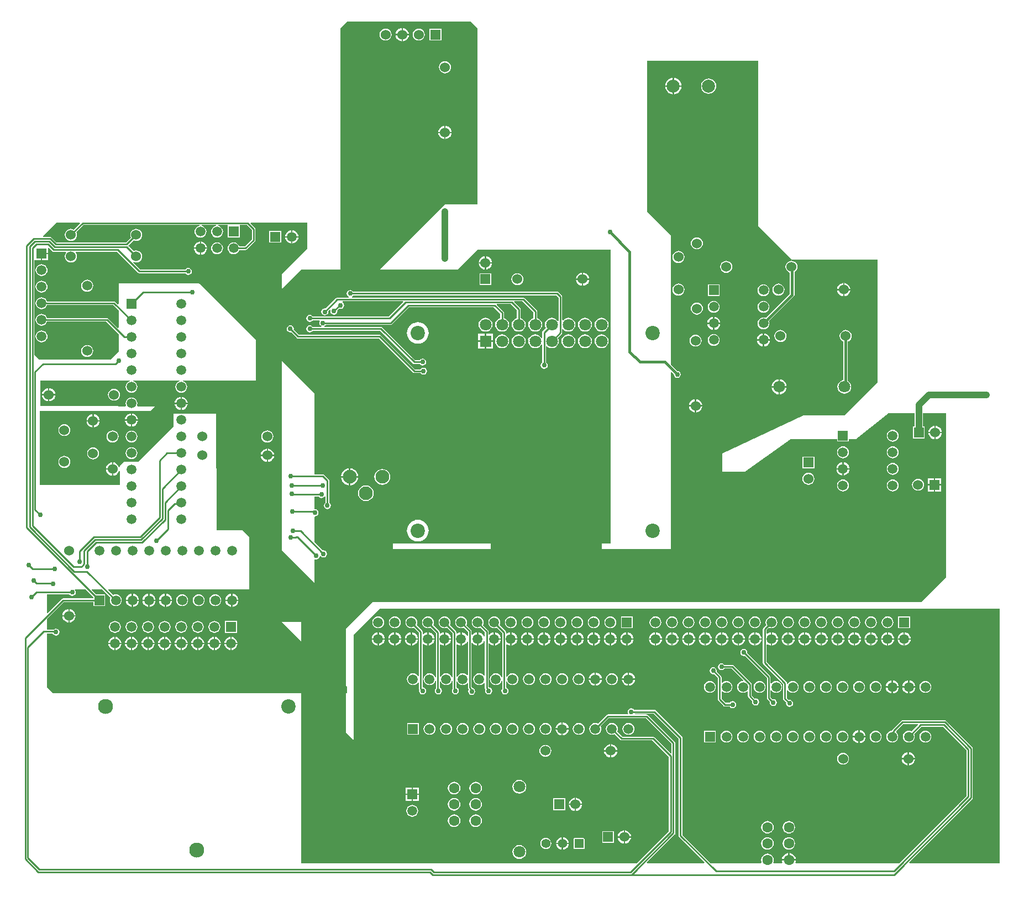
<source format=gbl>
G04*
G04 #@! TF.GenerationSoftware,Altium Limited,Altium Designer,20.0.13 (296)*
G04*
G04 Layer_Physical_Order=2*
G04 Layer_Color=16711680*
%FSLAX25Y25*%
%MOIN*%
G70*
G01*
G75*
%ADD13C,0.01000*%
%ADD32C,0.04000*%
%ADD33C,0.01500*%
%ADD35C,0.06000*%
%ADD36C,0.07087*%
%ADD37C,0.05906*%
%ADD38R,0.05906X0.05906*%
%ADD39C,0.09055*%
%ADD40C,0.08661*%
%ADD41R,0.05906X0.05906*%
%ADD42R,0.06000X0.06000*%
%ADD43R,0.06000X0.06000*%
%ADD44C,0.08268*%
%ADD45C,0.06299*%
G04:AMPARAMS|DCode=46|XSize=55.12mil|YSize=55.12mil|CornerRadius=1.93mil|HoleSize=0mil|Usage=FLASHONLY|Rotation=270.000|XOffset=0mil|YOffset=0mil|HoleType=Round|Shape=RoundedRectangle|*
%AMROUNDEDRECTD46*
21,1,0.05512,0.05126,0,0,270.0*
21,1,0.05126,0.05512,0,0,270.0*
1,1,0.00386,-0.02563,-0.02563*
1,1,0.00386,-0.02563,0.02563*
1,1,0.00386,0.02563,0.02563*
1,1,0.00386,0.02563,-0.02563*
%
%ADD46ROUNDEDRECTD46*%
%ADD47C,0.05512*%
%ADD48C,0.07874*%
%ADD49R,0.07087X0.07087*%
%ADD50C,0.03000*%
G36*
X377953Y614173D02*
Y507874D01*
X358268Y507874D01*
X318898Y468504D01*
X366142D01*
X377953Y480315D01*
X458268Y480315D01*
X458268Y303150D01*
X452756D01*
Y299606D01*
X494488D01*
Y406455D01*
X494950Y406647D01*
X496316Y405280D01*
X496284Y405118D01*
X496447Y404299D01*
X496911Y403604D01*
X497606Y403140D01*
X498425Y402977D01*
X499245Y403140D01*
X499939Y403604D01*
X500403Y404299D01*
X500566Y405118D01*
X500403Y405937D01*
X499939Y406632D01*
X499245Y407096D01*
X498425Y407259D01*
X498263Y407227D01*
X494488Y411002D01*
Y488976D01*
X480315Y503150D01*
Y594488D01*
X547244D01*
Y494882D01*
X567717Y474409D01*
X619291D01*
Y400394D01*
X599213Y380315D01*
X574409D01*
X525591Y357480D01*
Y346457D01*
X539370D01*
X566929Y366142D01*
X594833D01*
Y364597D01*
X601939D01*
Y366142D01*
X606299D01*
X625984Y381890D01*
X641472D01*
Y373679D01*
X640494D01*
Y366479D01*
X647694D01*
Y373679D01*
X646717D01*
Y381890D01*
X660630D01*
Y282677D01*
X645669Y267717D01*
X314567D01*
X298425Y251575D01*
Y217323D01*
X299213Y216535D01*
Y212598D01*
X298425D01*
Y188976D01*
X303150Y184252D01*
Y248031D01*
X318898Y263779D01*
X692913D01*
Y110236D01*
X638460D01*
X638269Y110698D01*
X676384Y148813D01*
X676384Y148813D01*
X676627Y149177D01*
X676712Y149606D01*
X676712Y149606D01*
Y179527D01*
X676712Y179528D01*
X676627Y179957D01*
X676384Y180321D01*
X676384Y180321D01*
X660636Y196069D01*
X660272Y196312D01*
X659842Y196397D01*
X659842Y196397D01*
X634252D01*
X634252Y196397D01*
X633823Y196312D01*
X633459Y196069D01*
X633459Y196069D01*
X628166Y190776D01*
X627923Y190412D01*
X627858Y190086D01*
X627183Y189997D01*
X626319Y189639D01*
X625576Y189069D01*
X625007Y188327D01*
X624649Y187463D01*
X624527Y186535D01*
X624649Y185608D01*
X625007Y184744D01*
X625576Y184002D01*
X626319Y183432D01*
X627183Y183074D01*
X628110Y182952D01*
X629038Y183074D01*
X629902Y183432D01*
X630644Y184002D01*
X631214Y184744D01*
X631572Y185608D01*
X631694Y186535D01*
X631572Y187463D01*
X631214Y188327D01*
X630644Y189069D01*
X630471Y189202D01*
X630428Y189865D01*
X634717Y194154D01*
X643490D01*
X643681Y193692D01*
X639708Y189719D01*
X639038Y189997D01*
X638110Y190119D01*
X637183Y189997D01*
X636318Y189639D01*
X635576Y189069D01*
X635007Y188327D01*
X634649Y187463D01*
X634527Y186535D01*
X634649Y185608D01*
X635007Y184744D01*
X635576Y184002D01*
X636318Y183432D01*
X637183Y183074D01*
X638110Y182952D01*
X639038Y183074D01*
X639902Y183432D01*
X640644Y184002D01*
X641214Y184744D01*
X641572Y185608D01*
X641694Y186535D01*
X641572Y187463D01*
X641294Y188133D01*
X645715Y192554D01*
X658715D01*
X672869Y178400D01*
Y150734D01*
X632372Y110236D01*
X569874D01*
X569596Y110652D01*
X569791Y111121D01*
X569881Y111805D01*
X565748D01*
X561615D01*
X561705Y111121D01*
X561900Y110652D01*
X561622Y110236D01*
X556540D01*
X556206Y110736D01*
X556409Y111226D01*
X556538Y112205D01*
X556409Y113184D01*
X556031Y114096D01*
X555430Y114879D01*
X554647Y115480D01*
X553735Y115858D01*
X552756Y115987D01*
X551777Y115858D01*
X550865Y115480D01*
X550082Y114879D01*
X549481Y114096D01*
X549103Y113184D01*
X548974Y112205D01*
X549103Y111226D01*
X549306Y110736D01*
X548972Y110236D01*
X518515D01*
X501515Y127236D01*
Y185827D01*
X501515Y185827D01*
X501430Y186256D01*
X501187Y186620D01*
X501187Y186620D01*
X485439Y202368D01*
X485075Y202611D01*
X484646Y202696D01*
X484646Y202696D01*
X472445D01*
X472183Y203089D01*
X471489Y203553D01*
X470669Y203716D01*
X469850Y203553D01*
X469155Y203089D01*
X468691Y202394D01*
X468528Y201575D01*
X468691Y200755D01*
X468902Y200441D01*
X468634Y199941D01*
X456535D01*
X456535Y199941D01*
X456106Y199855D01*
X455742Y199612D01*
X455742Y199612D01*
X450574Y194444D01*
X449904Y194721D01*
X448976Y194843D01*
X448049Y194721D01*
X447185Y194363D01*
X446443Y193794D01*
X445873Y193052D01*
X445515Y192187D01*
X445393Y191260D01*
X445515Y190332D01*
X445873Y189468D01*
X446443Y188726D01*
X447185Y188156D01*
X448049Y187799D01*
X448976Y187676D01*
X449904Y187799D01*
X450768Y188156D01*
X451510Y188726D01*
X452080Y189468D01*
X452438Y190332D01*
X452560Y191260D01*
X452438Y192187D01*
X452160Y192857D01*
X457000Y197697D01*
X479457D01*
X494941Y182213D01*
Y176589D01*
X494480Y176398D01*
X484651Y186226D01*
X484288Y186469D01*
X483858Y186555D01*
X483858Y186555D01*
X465268D01*
X462160Y189662D01*
X462438Y190332D01*
X462560Y191260D01*
X462438Y192187D01*
X462080Y193052D01*
X461510Y193794D01*
X460768Y194363D01*
X459904Y194721D01*
X458976Y194843D01*
X458049Y194721D01*
X457185Y194363D01*
X456442Y193794D01*
X455873Y193052D01*
X455515Y192187D01*
X455393Y191260D01*
X455515Y190332D01*
X455873Y189468D01*
X456442Y188726D01*
X457185Y188156D01*
X458049Y187799D01*
X458976Y187676D01*
X459904Y187799D01*
X460574Y188076D01*
X464010Y184640D01*
X464010Y184640D01*
X464374Y184397D01*
X464803Y184311D01*
X464803Y184311D01*
X483394D01*
X493341Y174364D01*
Y129474D01*
X474104Y110236D01*
X271654D01*
Y212598D01*
X122047D01*
X118110Y216535D01*
Y248879D01*
X121626D01*
X121644Y248787D01*
X122108Y248092D01*
X122803Y247628D01*
X123622Y247465D01*
X124441Y247628D01*
X125136Y248092D01*
X125600Y248787D01*
X125763Y249606D01*
X125600Y250426D01*
X125136Y251120D01*
X124441Y251585D01*
X123622Y251747D01*
X122803Y251585D01*
X122110Y251121D01*
X118110D01*
Y257469D01*
X128378Y267737D01*
X146211D01*
Y265305D01*
X153316D01*
Y272411D01*
X147797D01*
X145080Y275129D01*
X145271Y275590D01*
X151445D01*
X156580Y270456D01*
X156302Y269786D01*
X156180Y268858D01*
X156302Y267931D01*
X156660Y267067D01*
X157230Y266324D01*
X157972Y265755D01*
X158836Y265397D01*
X159764Y265275D01*
X160691Y265397D01*
X161556Y265755D01*
X162298Y266324D01*
X162867Y267067D01*
X163225Y267931D01*
X163347Y268858D01*
X163225Y269786D01*
X162867Y270650D01*
X162298Y271392D01*
X161556Y271962D01*
X160691Y272320D01*
X159764Y272442D01*
X158836Y272320D01*
X158166Y272042D01*
X155080Y275129D01*
X155271Y275590D01*
X240158D01*
Y307087D01*
X236221Y311024D01*
X220472D01*
Y348425D01*
X220079D01*
Y381496D01*
X206299D01*
Y381496D01*
X194488D01*
Y373622D01*
X173228Y352362D01*
X164567D01*
X162205Y350000D01*
Y349335D01*
X161705Y349236D01*
X161368Y350049D01*
X160727Y350884D01*
X159891Y351525D01*
X158918Y351928D01*
X158274Y352013D01*
Y348031D01*
Y344050D01*
X158918Y344134D01*
X159891Y344537D01*
X160727Y345179D01*
X161368Y346014D01*
X161705Y346827D01*
X162205Y346728D01*
Y338583D01*
X113779D01*
Y383071D01*
X180709D01*
X183465Y385827D01*
X172849D01*
X172515Y386327D01*
X172674Y386710D01*
X172796Y387638D01*
X172674Y388565D01*
X172316Y389429D01*
X171747Y390172D01*
X171004Y390741D01*
X170140Y391099D01*
X169213Y391221D01*
X168285Y391099D01*
X167421Y390741D01*
X166679Y390172D01*
X166109Y389429D01*
X165751Y388565D01*
X165629Y387638D01*
X165751Y386710D01*
X165910Y386327D01*
X165576Y385827D01*
X161417D01*
X161024Y386221D01*
X114173D01*
Y401575D01*
X157480D01*
X168185Y401575D01*
X168285Y401099D01*
X167421Y400741D01*
X166679Y400172D01*
X166109Y399429D01*
X165751Y398565D01*
X165629Y397638D01*
X165751Y396710D01*
X166109Y395846D01*
X166679Y395104D01*
X167421Y394534D01*
X168285Y394177D01*
X169213Y394054D01*
X170140Y394177D01*
X171004Y394534D01*
X171747Y395104D01*
X172316Y395846D01*
X172674Y396710D01*
X172796Y397638D01*
X172674Y398565D01*
X172316Y399429D01*
X171747Y400172D01*
X171004Y400741D01*
X170140Y401099D01*
X170240Y401575D01*
X198185Y401575D01*
X198285Y401099D01*
X197421Y400741D01*
X196679Y400172D01*
X196109Y399429D01*
X195751Y398565D01*
X195629Y397638D01*
X195751Y396710D01*
X196109Y395846D01*
X196679Y395104D01*
X197421Y394534D01*
X198285Y394177D01*
X199213Y394054D01*
X200140Y394177D01*
X201004Y394534D01*
X201747Y395104D01*
X202316Y395846D01*
X202674Y396710D01*
X202796Y397638D01*
X202674Y398565D01*
X202316Y399429D01*
X201747Y400172D01*
X201004Y400741D01*
X200140Y401099D01*
X200240Y401575D01*
X244094Y401575D01*
Y425984D01*
X209842Y460236D01*
X161417D01*
Y447673D01*
X160955Y447481D01*
X159533Y448903D01*
X159169Y449146D01*
X158740Y449232D01*
X158740Y449232D01*
X118342D01*
X118064Y449902D01*
X117494Y450644D01*
X116752Y451214D01*
X115888Y451572D01*
X114961Y451694D01*
X114033Y451572D01*
X113169Y451214D01*
X112427Y450644D01*
X111857Y449902D01*
X111499Y449038D01*
X111377Y448110D01*
X111499Y447183D01*
X111857Y446318D01*
X112427Y445576D01*
X113169Y445007D01*
X114033Y444649D01*
X114961Y444527D01*
X115888Y444649D01*
X116752Y445007D01*
X117494Y445576D01*
X118064Y446318D01*
X118342Y446989D01*
X158276D01*
X161417Y443847D01*
Y433342D01*
X160955Y433150D01*
X155202Y438903D01*
X154839Y439146D01*
X154409Y439232D01*
X154409Y439232D01*
X118342D01*
X118064Y439902D01*
X117494Y440644D01*
X116752Y441214D01*
X115888Y441572D01*
X114961Y441694D01*
X114033Y441572D01*
X113169Y441214D01*
X112427Y440644D01*
X111857Y439902D01*
X111499Y439038D01*
X111377Y438110D01*
X111499Y437183D01*
X111857Y436318D01*
X112427Y435576D01*
X113169Y435007D01*
X114033Y434649D01*
X114961Y434527D01*
X115888Y434649D01*
X116752Y435007D01*
X117494Y435576D01*
X118064Y436318D01*
X118342Y436989D01*
X153945D01*
X161417Y429516D01*
Y418898D01*
X156693Y414173D01*
X113386D01*
X110596Y416963D01*
Y473946D01*
X111008Y474157D01*
X114561D01*
Y478110D01*
X114961D01*
Y478510D01*
X118913D01*
Y481408D01*
X119375Y481600D01*
X121503Y479471D01*
X121503Y479471D01*
X121867Y479228D01*
X122297Y479143D01*
X129631D01*
X129877Y478643D01*
X129533Y478194D01*
X129170Y477318D01*
X129046Y476378D01*
X129170Y475438D01*
X129533Y474562D01*
X130110Y473810D01*
X130862Y473233D01*
X131737Y472871D01*
X132677Y472747D01*
X133617Y472871D01*
X134493Y473233D01*
X135245Y473810D01*
X135822Y474562D01*
X136185Y475438D01*
X136308Y476378D01*
X136185Y477318D01*
X135822Y478194D01*
X135477Y478643D01*
X135723Y479143D01*
X160609D01*
X173223Y466530D01*
X173223Y466530D01*
X173587Y466287D01*
X174016Y466201D01*
X201767D01*
X202029Y465809D01*
X202724Y465345D01*
X203543Y465182D01*
X204363Y465345D01*
X205057Y465809D01*
X205521Y466503D01*
X205684Y467323D01*
X205521Y468142D01*
X205057Y468837D01*
X204363Y469301D01*
X203543Y469464D01*
X202724Y469301D01*
X202029Y468837D01*
X201767Y468444D01*
X174480D01*
X170233Y472692D01*
X170516Y473115D01*
X171107Y472871D01*
X172047Y472747D01*
X172987Y472871D01*
X173863Y473233D01*
X174615Y473810D01*
X175192Y474562D01*
X175555Y475438D01*
X175678Y476378D01*
X175555Y477318D01*
X175192Y478194D01*
X174615Y478945D01*
X173863Y479523D01*
X172987Y479885D01*
X172047Y480009D01*
X171107Y479885D01*
X170413Y479598D01*
X167473Y482539D01*
X167151Y482882D01*
X167471Y483208D01*
X170413Y486150D01*
X171107Y485863D01*
X172047Y485739D01*
X172987Y485863D01*
X173863Y486226D01*
X174615Y486802D01*
X175192Y487555D01*
X175555Y488430D01*
X175678Y489370D01*
X175555Y490310D01*
X175192Y491186D01*
X174615Y491938D01*
X173863Y492515D01*
X172987Y492877D01*
X172047Y493001D01*
X171107Y492877D01*
X170232Y492515D01*
X169480Y491938D01*
X168903Y491186D01*
X168540Y490310D01*
X168416Y489370D01*
X168540Y488430D01*
X168827Y487736D01*
X165891Y484799D01*
X123873D01*
X120872Y487801D01*
X120508Y488044D01*
X120079Y488129D01*
X120079Y488129D01*
X115948D01*
X115757Y488591D01*
X124016Y496850D01*
X137918D01*
X138109Y496388D01*
X134311Y492590D01*
X133617Y492877D01*
X132677Y493001D01*
X131737Y492877D01*
X130862Y492515D01*
X130110Y491938D01*
X129533Y491186D01*
X129170Y490310D01*
X129046Y489370D01*
X129170Y488430D01*
X129533Y487555D01*
X130110Y486802D01*
X130862Y486226D01*
X131737Y485863D01*
X132677Y485739D01*
X133617Y485863D01*
X134493Y486226D01*
X135245Y486802D01*
X135822Y487555D01*
X136185Y488430D01*
X136308Y489370D01*
X136185Y490310D01*
X135897Y491004D01*
X140228Y495335D01*
X210174D01*
X210206Y494835D01*
X209939Y494800D01*
X209074Y494442D01*
X208332Y493872D01*
X207763Y493130D01*
X207405Y492266D01*
X207283Y491339D01*
X207405Y490411D01*
X207763Y489547D01*
X208332Y488805D01*
X209074Y488235D01*
X209939Y487877D01*
X210866Y487755D01*
X211794Y487877D01*
X212658Y488235D01*
X213400Y488805D01*
X213969Y489547D01*
X214327Y490411D01*
X214450Y491339D01*
X214327Y492266D01*
X213969Y493130D01*
X213400Y493872D01*
X212658Y494442D01*
X211794Y494800D01*
X211526Y494835D01*
X211559Y495335D01*
X220174D01*
X220206Y494835D01*
X219939Y494800D01*
X219074Y494442D01*
X218332Y493872D01*
X217763Y493130D01*
X217405Y492266D01*
X217283Y491339D01*
X217405Y490411D01*
X217763Y489547D01*
X218332Y488805D01*
X219074Y488235D01*
X219939Y487877D01*
X220866Y487755D01*
X221794Y487877D01*
X222658Y488235D01*
X223400Y488805D01*
X223970Y489547D01*
X224327Y490411D01*
X224449Y491339D01*
X224327Y492266D01*
X223970Y493130D01*
X223400Y493872D01*
X222658Y494442D01*
X221794Y494800D01*
X221526Y494835D01*
X221559Y495335D01*
X227178D01*
X227313Y494891D01*
X227313Y494835D01*
Y487786D01*
X234419D01*
Y494835D01*
X234419Y494891D01*
X234555Y495335D01*
X238906D01*
X241792Y492449D01*
Y486685D01*
X237567Y482460D01*
X234247D01*
X233969Y483130D01*
X233400Y483872D01*
X232658Y484442D01*
X231794Y484800D01*
X230866Y484922D01*
X229939Y484800D01*
X229074Y484442D01*
X228332Y483872D01*
X227763Y483130D01*
X227405Y482266D01*
X227283Y481339D01*
X227405Y480411D01*
X227763Y479547D01*
X228332Y478805D01*
X229074Y478235D01*
X229939Y477877D01*
X230866Y477755D01*
X231794Y477877D01*
X232658Y478235D01*
X233400Y478805D01*
X233969Y479547D01*
X234247Y480217D01*
X238031D01*
X238032Y480217D01*
X238461Y480302D01*
X238825Y480546D01*
X243706Y485427D01*
X243706Y485427D01*
X243950Y485791D01*
X244035Y486221D01*
X244035Y486221D01*
Y492913D01*
X243950Y493343D01*
X243706Y493707D01*
X243706Y493707D01*
X241024Y496388D01*
X241216Y496850D01*
X275197D01*
Y481102D01*
X259842Y465748D01*
Y456693D01*
X271654Y468504D01*
X295276D01*
Y614173D01*
X299213Y618110D01*
X374016D01*
X377953Y614173D01*
D02*
G37*
G36*
X146211Y270825D02*
Y269980D01*
X127913D01*
X127484Y269895D01*
X127120Y269651D01*
X127120Y269651D01*
X118572Y261103D01*
X118110Y261295D01*
Y272500D01*
X131688D01*
X131951Y272108D01*
X132645Y271644D01*
X133465Y271481D01*
X134284Y271644D01*
X134979Y272108D01*
X135443Y272803D01*
X135606Y273622D01*
X135443Y274441D01*
X135009Y275091D01*
X135130Y275590D01*
X141445D01*
X146211Y270825D01*
D02*
G37*
G36*
X499272Y185362D02*
Y126772D01*
X499272Y126772D01*
X499358Y126342D01*
X499601Y125979D01*
X514881Y110698D01*
X514690Y110236D01*
X480192D01*
X480001Y110698D01*
X496856Y127553D01*
X496856Y127553D01*
X497099Y127917D01*
X497185Y128347D01*
X497185Y128347D01*
Y182677D01*
X497099Y183106D01*
X496856Y183470D01*
X496856Y183470D01*
X480714Y199612D01*
X480350Y199855D01*
X479921Y199941D01*
X479921Y199941D01*
X473273D01*
X472989Y200441D01*
X472997Y200453D01*
X484181D01*
X499272Y185362D01*
D02*
G37*
%LPC*%
G36*
X332920Y614218D02*
Y610636D01*
X336502D01*
X336417Y611280D01*
X336014Y612254D01*
X335372Y613089D01*
X334537Y613730D01*
X333564Y614133D01*
X332920Y614218D01*
D02*
G37*
G36*
X332120D02*
X331475Y614133D01*
X330502Y613730D01*
X329667Y613089D01*
X329026Y612254D01*
X328623Y611280D01*
X328538Y610636D01*
X332120D01*
Y614218D01*
D02*
G37*
G36*
X356120Y613836D02*
X348920D01*
Y606636D01*
X356120D01*
Y613836D01*
D02*
G37*
G36*
X342520Y613867D02*
X341580Y613743D01*
X340704Y613381D01*
X339952Y612804D01*
X339375Y612052D01*
X339012Y611176D01*
X338889Y610236D01*
X339012Y609296D01*
X339375Y608421D01*
X339952Y607669D01*
X340704Y607092D01*
X341580Y606729D01*
X342520Y606605D01*
X343460Y606729D01*
X344335Y607092D01*
X345087Y607669D01*
X345664Y608421D01*
X346027Y609296D01*
X346151Y610236D01*
X346027Y611176D01*
X345664Y612052D01*
X345087Y612804D01*
X344335Y613381D01*
X343460Y613743D01*
X342520Y613867D01*
D02*
G37*
G36*
X322520D02*
X321580Y613743D01*
X320704Y613381D01*
X319952Y612804D01*
X319375Y612052D01*
X319012Y611176D01*
X318889Y610236D01*
X319012Y609296D01*
X319375Y608421D01*
X319952Y607669D01*
X320704Y607092D01*
X321580Y606729D01*
X322520Y606605D01*
X323460Y606729D01*
X324335Y607092D01*
X325087Y607669D01*
X325664Y608421D01*
X326027Y609296D01*
X326151Y610236D01*
X326027Y611176D01*
X325664Y612052D01*
X325087Y612804D01*
X324335Y613381D01*
X323460Y613743D01*
X322520Y613867D01*
D02*
G37*
G36*
X332120Y609836D02*
X328538D01*
X328623Y609192D01*
X329026Y608219D01*
X329667Y607383D01*
X330502Y606742D01*
X331475Y606339D01*
X332120Y606254D01*
Y609836D01*
D02*
G37*
G36*
X336502D02*
X332920D01*
Y606254D01*
X333564Y606339D01*
X334537Y606742D01*
X335372Y607383D01*
X336014Y608219D01*
X336417Y609192D01*
X336502Y609836D01*
D02*
G37*
G36*
X358268Y594182D02*
X357328Y594059D01*
X356452Y593696D01*
X355700Y593119D01*
X355123Y592367D01*
X354760Y591491D01*
X354637Y590551D01*
X354760Y589611D01*
X355123Y588736D01*
X355700Y587984D01*
X356452Y587407D01*
X357328Y587044D01*
X358268Y586920D01*
X359208Y587044D01*
X360083Y587407D01*
X360835Y587984D01*
X361412Y588736D01*
X361775Y589611D01*
X361899Y590551D01*
X361775Y591491D01*
X361412Y592367D01*
X360835Y593119D01*
X360083Y593696D01*
X359208Y594059D01*
X358268Y594182D01*
D02*
G37*
G36*
X496463Y584061D02*
Y579534D01*
X500990D01*
X500873Y580423D01*
X500376Y581624D01*
X499584Y582655D01*
X498553Y583446D01*
X497352Y583944D01*
X496463Y584061D01*
D02*
G37*
G36*
X495663D02*
X494774Y583944D01*
X493573Y583446D01*
X492542Y582655D01*
X491750Y581624D01*
X491253Y580423D01*
X491136Y579534D01*
X495663D01*
Y584061D01*
D02*
G37*
G36*
X517323Y583710D02*
X516138Y583554D01*
X515035Y583097D01*
X514087Y582370D01*
X513360Y581422D01*
X512903Y580318D01*
X512747Y579134D01*
X512903Y577949D01*
X513360Y576846D01*
X514087Y575898D01*
X515035Y575171D01*
X516138Y574714D01*
X517323Y574558D01*
X518507Y574714D01*
X519611Y575171D01*
X520559Y575898D01*
X521286Y576846D01*
X521743Y577949D01*
X521899Y579134D01*
X521743Y580318D01*
X521286Y581422D01*
X520559Y582370D01*
X519611Y583097D01*
X518507Y583554D01*
X517323Y583710D01*
D02*
G37*
G36*
X500990Y578734D02*
X496463D01*
Y574207D01*
X497352Y574324D01*
X498553Y574821D01*
X499584Y575613D01*
X500376Y576644D01*
X500873Y577845D01*
X500990Y578734D01*
D02*
G37*
G36*
X495663D02*
X491136D01*
X491253Y577845D01*
X491750Y576644D01*
X492542Y575613D01*
X493573Y574821D01*
X494774Y574324D01*
X495663Y574207D01*
Y578734D01*
D02*
G37*
G36*
X358668Y555163D02*
Y551581D01*
X362250D01*
X362165Y552225D01*
X361762Y553198D01*
X361121Y554034D01*
X360285Y554675D01*
X359312Y555078D01*
X358668Y555163D01*
D02*
G37*
G36*
X357868D02*
X357224Y555078D01*
X356251Y554675D01*
X355415Y554034D01*
X354774Y553198D01*
X354371Y552225D01*
X354286Y551581D01*
X357868D01*
Y555163D01*
D02*
G37*
G36*
X362250Y550781D02*
X358668D01*
Y547199D01*
X359312Y547284D01*
X360285Y547687D01*
X361121Y548328D01*
X361762Y549164D01*
X362165Y550137D01*
X362250Y550781D01*
D02*
G37*
G36*
X357868D02*
X354286D01*
X354371Y550137D01*
X354774Y549164D01*
X355415Y548328D01*
X356251Y547687D01*
X357224Y547284D01*
X357868Y547199D01*
Y550781D01*
D02*
G37*
G36*
X266305Y492123D02*
Y488589D01*
X269840D01*
X269757Y489221D01*
X269358Y490182D01*
X268725Y491008D01*
X267899Y491642D01*
X266937Y492040D01*
X266305Y492123D01*
D02*
G37*
G36*
X265506D02*
X264874Y492040D01*
X263912Y491642D01*
X263086Y491008D01*
X262453Y490182D01*
X262054Y489221D01*
X261971Y488589D01*
X265506D01*
Y492123D01*
D02*
G37*
G36*
X259458Y491742D02*
X252353D01*
Y484636D01*
X259458D01*
Y491742D01*
D02*
G37*
G36*
X269840Y487789D02*
X266305D01*
Y484255D01*
X266937Y484338D01*
X267899Y484736D01*
X268725Y485370D01*
X269358Y486196D01*
X269757Y487157D01*
X269840Y487789D01*
D02*
G37*
G36*
X265506D02*
X261971D01*
X262054Y487157D01*
X262453Y486196D01*
X263086Y485370D01*
X263912Y484736D01*
X264874Y484338D01*
X265506Y484255D01*
Y487789D01*
D02*
G37*
G36*
X211266Y485273D02*
Y481739D01*
X214800D01*
X214717Y482371D01*
X214319Y483332D01*
X213685Y484158D01*
X212860Y484791D01*
X211898Y485190D01*
X211266Y485273D01*
D02*
G37*
G36*
X210466D02*
X209834Y485190D01*
X208873Y484791D01*
X208047Y484158D01*
X207413Y483332D01*
X207015Y482371D01*
X206932Y481739D01*
X210466D01*
Y485273D01*
D02*
G37*
G36*
X510236Y487883D02*
X509296Y487759D01*
X508421Y487397D01*
X507669Y486820D01*
X507092Y486067D01*
X506729Y485192D01*
X506605Y484252D01*
X506729Y483312D01*
X507092Y482436D01*
X507669Y481684D01*
X508421Y481107D01*
X509296Y480745D01*
X510236Y480621D01*
X511176Y480745D01*
X512052Y481107D01*
X512804Y481684D01*
X513381Y482436D01*
X513743Y483312D01*
X513867Y484252D01*
X513743Y485192D01*
X513381Y486067D01*
X512804Y486820D01*
X512052Y487397D01*
X511176Y487759D01*
X510236Y487883D01*
D02*
G37*
G36*
X220866Y484922D02*
X219939Y484800D01*
X219074Y484442D01*
X218332Y483872D01*
X217763Y483130D01*
X217405Y482266D01*
X217283Y481339D01*
X217405Y480411D01*
X217763Y479547D01*
X218332Y478805D01*
X219074Y478235D01*
X219939Y477877D01*
X220866Y477755D01*
X221794Y477877D01*
X222658Y478235D01*
X223400Y478805D01*
X223970Y479547D01*
X224327Y480411D01*
X224449Y481339D01*
X224327Y482266D01*
X223970Y483130D01*
X223400Y483872D01*
X222658Y484442D01*
X221794Y484800D01*
X220866Y484922D01*
D02*
G37*
G36*
X214800Y480938D02*
X211266D01*
Y477404D01*
X211898Y477488D01*
X212860Y477886D01*
X213685Y478519D01*
X214319Y479345D01*
X214717Y480307D01*
X214800Y480938D01*
D02*
G37*
G36*
X210466D02*
X206932D01*
X207015Y480307D01*
X207413Y479345D01*
X208047Y478519D01*
X208873Y477886D01*
X209834Y477488D01*
X210466Y477404D01*
Y480938D01*
D02*
G37*
G36*
X118913Y477710D02*
X115361D01*
Y474157D01*
X118913D01*
Y477710D01*
D02*
G37*
G36*
X383077Y476423D02*
Y472841D01*
X386659D01*
X386574Y473485D01*
X386171Y474458D01*
X385530Y475294D01*
X384694Y475935D01*
X383721Y476338D01*
X383077Y476423D01*
D02*
G37*
G36*
X382277D02*
X381633Y476338D01*
X380660Y475935D01*
X379824Y475294D01*
X379183Y474458D01*
X378780Y473485D01*
X378695Y472841D01*
X382277D01*
Y476423D01*
D02*
G37*
G36*
X382677Y472441D02*
D01*
D01*
D01*
D01*
D02*
G37*
G36*
X499213Y479615D02*
X498273Y479492D01*
X497397Y479129D01*
X496645Y478552D01*
X496068Y477800D01*
X495705Y476924D01*
X495581Y475984D01*
X495705Y475044D01*
X496068Y474169D01*
X496645Y473417D01*
X497397Y472840D01*
X498273Y472477D01*
X499213Y472353D01*
X500152Y472477D01*
X501028Y472840D01*
X501780Y473417D01*
X502357Y474169D01*
X502720Y475044D01*
X502844Y475984D01*
X502720Y476924D01*
X502357Y477800D01*
X501780Y478552D01*
X501028Y479129D01*
X500152Y479492D01*
X499213Y479615D01*
D02*
G37*
G36*
X382277Y472041D02*
X378695D01*
X378780Y471397D01*
X379183Y470424D01*
X379824Y469588D01*
X380660Y468947D01*
X381633Y468544D01*
X382277Y468459D01*
Y472041D01*
D02*
G37*
G36*
X386659D02*
X383077D01*
Y468459D01*
X383721Y468544D01*
X384694Y468947D01*
X385530Y469588D01*
X386171Y470424D01*
X386574Y471397D01*
X386659Y472041D01*
D02*
G37*
G36*
X527953Y473710D02*
X527013Y473586D01*
X526137Y473223D01*
X525385Y472646D01*
X524808Y471894D01*
X524445Y471019D01*
X524322Y470079D01*
X524445Y469139D01*
X524808Y468263D01*
X525385Y467511D01*
X526137Y466934D01*
X527013Y466571D01*
X527953Y466448D01*
X528893Y466571D01*
X529768Y466934D01*
X530520Y467511D01*
X531097Y468263D01*
X531460Y469139D01*
X531584Y470079D01*
X531460Y471019D01*
X531097Y471894D01*
X530520Y472646D01*
X529768Y473223D01*
X528893Y473586D01*
X527953Y473710D01*
D02*
G37*
G36*
X114961Y471694D02*
X114033Y471572D01*
X113169Y471214D01*
X112427Y470644D01*
X111857Y469902D01*
X111499Y469038D01*
X111377Y468110D01*
X111499Y467183D01*
X111857Y466319D01*
X112427Y465576D01*
X113169Y465007D01*
X114033Y464649D01*
X114961Y464527D01*
X115888Y464649D01*
X116752Y465007D01*
X117494Y465576D01*
X118064Y466319D01*
X118422Y467183D01*
X118544Y468110D01*
X118422Y469038D01*
X118064Y469902D01*
X117494Y470644D01*
X116752Y471214D01*
X115888Y471572D01*
X114961Y471694D01*
D02*
G37*
G36*
X441739Y466580D02*
Y462998D01*
X445320D01*
X445236Y463643D01*
X444833Y464616D01*
X444191Y465451D01*
X443356Y466092D01*
X442383Y466496D01*
X441739Y466580D01*
D02*
G37*
G36*
X440939Y466580D02*
X440294Y466496D01*
X439321Y466092D01*
X438486Y465451D01*
X437845Y464616D01*
X437441Y463643D01*
X437357Y462998D01*
X440939D01*
Y466580D01*
D02*
G37*
G36*
X386277Y466198D02*
X379077D01*
Y458998D01*
X386277D01*
Y466198D01*
D02*
G37*
G36*
X401968Y466229D02*
X401029Y466106D01*
X400153Y465743D01*
X399401Y465166D01*
X398824Y464414D01*
X398461Y463538D01*
X398337Y462598D01*
X398461Y461659D01*
X398824Y460783D01*
X399401Y460031D01*
X400153Y459454D01*
X401029Y459091D01*
X401968Y458967D01*
X402908Y459091D01*
X403784Y459454D01*
X404536Y460031D01*
X405113Y460783D01*
X405476Y461659D01*
X405600Y462598D01*
X405476Y463538D01*
X405113Y464414D01*
X404536Y465166D01*
X403784Y465743D01*
X402908Y466106D01*
X401968Y466229D01*
D02*
G37*
G36*
X440939Y462198D02*
X437357D01*
X437441Y461554D01*
X437845Y460581D01*
X438486Y459746D01*
X439321Y459104D01*
X440294Y458701D01*
X440939Y458617D01*
Y462198D01*
D02*
G37*
G36*
X445320D02*
X441739D01*
Y458617D01*
X442383Y458701D01*
X443356Y459104D01*
X444191Y459746D01*
X444833Y460581D01*
X445236Y461554D01*
X445320Y462198D01*
D02*
G37*
G36*
X599219Y460281D02*
Y456699D01*
X602801D01*
X602716Y457343D01*
X602313Y458317D01*
X601672Y459152D01*
X600836Y459793D01*
X599863Y460196D01*
X599219Y460281D01*
D02*
G37*
G36*
X598419Y460281D02*
X597775Y460196D01*
X596802Y459793D01*
X595966Y459152D01*
X595325Y458317D01*
X594922Y457343D01*
X594837Y456699D01*
X598419D01*
Y460281D01*
D02*
G37*
G36*
X142520Y462292D02*
X141580Y462169D01*
X140704Y461806D01*
X139952Y461229D01*
X139375Y460477D01*
X139012Y459601D01*
X138889Y458661D01*
X139012Y457722D01*
X139375Y456846D01*
X139952Y456094D01*
X140704Y455517D01*
X141580Y455154D01*
X142520Y455030D01*
X143459Y455154D01*
X144335Y455517D01*
X145087Y456094D01*
X145664Y456846D01*
X146027Y457722D01*
X146151Y458661D01*
X146027Y459601D01*
X145664Y460477D01*
X145087Y461229D01*
X144335Y461806D01*
X143459Y462169D01*
X142520Y462292D01*
D02*
G37*
G36*
X114961Y461694D02*
X114033Y461572D01*
X113169Y461214D01*
X112427Y460644D01*
X111857Y459902D01*
X111499Y459038D01*
X111377Y458110D01*
X111499Y457183D01*
X111857Y456319D01*
X112427Y455576D01*
X113169Y455007D01*
X114033Y454649D01*
X114961Y454527D01*
X115888Y454649D01*
X116752Y455007D01*
X117494Y455576D01*
X118064Y456319D01*
X118422Y457183D01*
X118544Y458110D01*
X118422Y459038D01*
X118064Y459902D01*
X117494Y460644D01*
X116752Y461214D01*
X115888Y461572D01*
X114961Y461694D01*
D02*
G37*
G36*
X559449Y459930D02*
X558509Y459806D01*
X557633Y459444D01*
X556881Y458867D01*
X556304Y458115D01*
X555941Y457239D01*
X555818Y456299D01*
X555941Y455359D01*
X556304Y454484D01*
X556881Y453732D01*
X557633Y453155D01*
X558509Y452792D01*
X559449Y452668D01*
X560389Y452792D01*
X561264Y453155D01*
X562016Y453732D01*
X562593Y454484D01*
X562956Y455359D01*
X563080Y456299D01*
X562956Y457239D01*
X562593Y458115D01*
X562016Y458867D01*
X561264Y459444D01*
X560389Y459806D01*
X559449Y459930D01*
D02*
G37*
G36*
X499213D02*
X498273Y459806D01*
X497397Y459444D01*
X496645Y458867D01*
X496068Y458115D01*
X495705Y457239D01*
X495581Y456299D01*
X495705Y455359D01*
X496068Y454484D01*
X496645Y453732D01*
X497397Y453155D01*
X498273Y452792D01*
X499213Y452668D01*
X500152Y452792D01*
X501028Y453155D01*
X501780Y453732D01*
X502357Y454484D01*
X502720Y455359D01*
X502844Y456299D01*
X502720Y457239D01*
X502357Y458115D01*
X501780Y458867D01*
X501028Y459444D01*
X500152Y459806D01*
X499213Y459930D01*
D02*
G37*
G36*
X523986Y459498D02*
X516880D01*
Y452392D01*
X523986D01*
Y459498D01*
D02*
G37*
G36*
X550433Y459528D02*
X549506Y459406D01*
X548641Y459048D01*
X547899Y458479D01*
X547330Y457737D01*
X546972Y456872D01*
X546850Y455945D01*
X546972Y455017D01*
X547330Y454153D01*
X547899Y453411D01*
X548641Y452842D01*
X549506Y452484D01*
X550433Y452361D01*
X551361Y452484D01*
X552225Y452842D01*
X552967Y453411D01*
X553536Y454153D01*
X553894Y455017D01*
X554016Y455945D01*
X553894Y456872D01*
X553536Y457737D01*
X552967Y458479D01*
X552225Y459048D01*
X551361Y459406D01*
X550433Y459528D01*
D02*
G37*
G36*
X598419Y455899D02*
X594837D01*
X594922Y455255D01*
X595325Y454282D01*
X595966Y453446D01*
X596802Y452805D01*
X597775Y452402D01*
X598419Y452317D01*
Y455899D01*
D02*
G37*
G36*
X602801D02*
X599219D01*
Y452317D01*
X599863Y452402D01*
X600836Y452805D01*
X601672Y453446D01*
X602313Y454282D01*
X602716Y455255D01*
X602801Y455899D01*
D02*
G37*
G36*
X550433Y449528D02*
X549506Y449406D01*
X548641Y449048D01*
X547899Y448479D01*
X547330Y447737D01*
X546972Y446872D01*
X546850Y445945D01*
X546972Y445017D01*
X547330Y444153D01*
X547899Y443411D01*
X548641Y442842D01*
X549506Y442484D01*
X550433Y442361D01*
X551361Y442484D01*
X552225Y442842D01*
X552967Y443411D01*
X553536Y444153D01*
X553894Y445017D01*
X554016Y445945D01*
X553894Y446872D01*
X553536Y447737D01*
X552967Y448479D01*
X552225Y449048D01*
X551361Y449406D01*
X550433Y449528D01*
D02*
G37*
G36*
X520433D02*
X519506Y449406D01*
X518641Y449048D01*
X517899Y448479D01*
X517330Y447737D01*
X516972Y446872D01*
X516850Y445945D01*
X516972Y445017D01*
X517330Y444153D01*
X517899Y443411D01*
X518641Y442842D01*
X519506Y442484D01*
X520433Y442361D01*
X521360Y442484D01*
X522225Y442842D01*
X522967Y443411D01*
X523536Y444153D01*
X523894Y445017D01*
X524017Y445945D01*
X523894Y446872D01*
X523536Y447737D01*
X522967Y448479D01*
X522225Y449048D01*
X521360Y449406D01*
X520433Y449528D01*
D02*
G37*
G36*
X510236Y448513D02*
X509296Y448389D01*
X508421Y448027D01*
X507669Y447449D01*
X507092Y446697D01*
X506729Y445822D01*
X506605Y444882D01*
X506729Y443942D01*
X507092Y443066D01*
X507669Y442314D01*
X508421Y441737D01*
X509296Y441375D01*
X510236Y441251D01*
X511176Y441375D01*
X512052Y441737D01*
X512804Y442314D01*
X513381Y443066D01*
X513743Y443942D01*
X513867Y444882D01*
X513743Y445822D01*
X513381Y446697D01*
X512804Y447449D01*
X512052Y448027D01*
X511176Y448389D01*
X510236Y448513D01*
D02*
G37*
G36*
X567323Y473710D02*
X566383Y473586D01*
X565507Y473223D01*
X564755Y472646D01*
X564178Y471894D01*
X563815Y471019D01*
X563692Y470079D01*
X563815Y469139D01*
X564178Y468263D01*
X564755Y467511D01*
X565507Y466934D01*
X566340Y466589D01*
Y453798D01*
X551776Y439234D01*
X551361Y439406D01*
X550433Y439528D01*
X549506Y439406D01*
X548641Y439048D01*
X547899Y438479D01*
X547330Y437737D01*
X546972Y436872D01*
X546850Y435945D01*
X546972Y435017D01*
X547330Y434153D01*
X547899Y433411D01*
X548641Y432842D01*
X549506Y432484D01*
X550433Y432362D01*
X551361Y432484D01*
X552225Y432842D01*
X552967Y433411D01*
X553536Y434153D01*
X553894Y435017D01*
X554016Y435945D01*
X553894Y436872D01*
X553722Y437288D01*
X568690Y452255D01*
X568988Y452702D01*
X569093Y453228D01*
X569093Y453228D01*
Y466915D01*
X569138Y466934D01*
X569890Y467511D01*
X570467Y468263D01*
X570830Y469139D01*
X570954Y470079D01*
X570830Y471019D01*
X570467Y471894D01*
X569890Y472646D01*
X569138Y473223D01*
X568263Y473586D01*
X567323Y473710D01*
D02*
G37*
G36*
X301181Y456078D02*
X300362Y455915D01*
X299667Y455451D01*
X299203Y454756D01*
X299040Y453937D01*
X299203Y453118D01*
X299667Y452423D01*
X300240Y452040D01*
X300097Y451540D01*
X293332D01*
X292903Y451455D01*
X292539Y451212D01*
X292539Y451212D01*
X286290Y444962D01*
X285827Y445054D01*
X285007Y444892D01*
X284313Y444427D01*
X283849Y443733D01*
X283686Y442913D01*
X283849Y442094D01*
X284313Y441399D01*
X285007Y440935D01*
X285827Y440772D01*
X286646Y440935D01*
X287341Y441399D01*
X287805Y442094D01*
X287968Y442913D01*
X287876Y443376D01*
X289027Y444528D01*
X289416Y444209D01*
X289360Y444127D01*
X289197Y443307D01*
X289360Y442488D01*
X289825Y441793D01*
X290519Y441329D01*
X291339Y441166D01*
X292158Y441329D01*
X292853Y441793D01*
X293317Y442488D01*
X293480Y443307D01*
X293388Y443770D01*
X294484Y444867D01*
X295276Y444709D01*
X296095Y444872D01*
X296790Y445336D01*
X297254Y446031D01*
X297417Y446850D01*
X297254Y447670D01*
X296790Y448364D01*
X296536Y448534D01*
X296416Y449214D01*
X296476Y449297D01*
X332885D01*
X333076Y448835D01*
X324339Y440098D01*
X278548D01*
X278286Y440490D01*
X277591Y440954D01*
X276772Y441117D01*
X275952Y440954D01*
X275258Y440490D01*
X274794Y439796D01*
X274630Y438976D01*
X274794Y438157D01*
X275258Y437462D01*
X275952Y436998D01*
X276772Y436835D01*
X277591Y436998D01*
X278286Y437462D01*
X278548Y437855D01*
X282611D01*
X282878Y437355D01*
X282667Y437040D01*
X282505Y436221D01*
X282667Y435401D01*
X283132Y434706D01*
X283742Y434299D01*
X283700Y433909D01*
X283659Y433799D01*
X278548D01*
X278286Y434191D01*
X277591Y434655D01*
X276772Y434818D01*
X275952Y434655D01*
X275258Y434191D01*
X274794Y433497D01*
X274630Y432677D01*
X274794Y431858D01*
X275258Y431163D01*
X275952Y430699D01*
X276772Y430536D01*
X277591Y430699D01*
X278286Y431163D01*
X278548Y431556D01*
X319220D01*
X338971Y411805D01*
X338971Y411805D01*
X339335Y411562D01*
X339764Y411477D01*
X339764Y411477D01*
X343106D01*
X343368Y411084D01*
X344062Y410620D01*
X344882Y410457D01*
X345701Y410620D01*
X346396Y411084D01*
X346860Y411779D01*
X347023Y412598D01*
X346860Y413418D01*
X346396Y414112D01*
X345701Y414577D01*
X344882Y414740D01*
X344062Y414577D01*
X343368Y414112D01*
X343106Y413720D01*
X340228D01*
X320478Y433470D01*
X320114Y433713D01*
X319685Y433799D01*
X319685Y433799D01*
X285633D01*
X285591Y433909D01*
X285549Y434299D01*
X286160Y434706D01*
X286422Y435099D01*
X325590D01*
X325590Y435099D01*
X326020Y435184D01*
X326384Y435427D01*
X336685Y445729D01*
X387724D01*
X391634Y441819D01*
Y439217D01*
X390666Y438816D01*
X389801Y438152D01*
X389137Y437286D01*
X388719Y436278D01*
X388577Y435197D01*
X388719Y434115D01*
X389137Y433107D01*
X389801Y432242D01*
X390666Y431578D01*
X391674Y431160D01*
X392756Y431018D01*
X393837Y431160D01*
X394845Y431578D01*
X395711Y432242D01*
X396375Y433107D01*
X396793Y434115D01*
X396935Y435197D01*
X396793Y436278D01*
X396375Y437286D01*
X395711Y438152D01*
X394845Y438816D01*
X393878Y439217D01*
Y442283D01*
X393792Y442713D01*
X393549Y443077D01*
X393549Y443077D01*
X389428Y447197D01*
X389635Y447697D01*
X397961D01*
X401634Y444024D01*
Y439217D01*
X400666Y438816D01*
X399801Y438152D01*
X399137Y437286D01*
X398719Y436278D01*
X398577Y435197D01*
X398719Y434115D01*
X399137Y433107D01*
X399801Y432242D01*
X400666Y431578D01*
X401674Y431160D01*
X402756Y431018D01*
X403837Y431160D01*
X404845Y431578D01*
X405711Y432242D01*
X406375Y433107D01*
X406793Y434115D01*
X406935Y435197D01*
X406793Y436278D01*
X406375Y437286D01*
X405711Y438152D01*
X404845Y438816D01*
X403877Y439217D01*
Y444488D01*
X403877Y444488D01*
X403792Y444917D01*
X403549Y445281D01*
X403549Y445281D01*
X400020Y448810D01*
X400211Y449272D01*
X405047D01*
X411634Y442685D01*
Y439217D01*
X410666Y438816D01*
X409801Y438152D01*
X409137Y437286D01*
X408719Y436278D01*
X408577Y435197D01*
X408719Y434115D01*
X409137Y433107D01*
X409801Y432242D01*
X410666Y431578D01*
X411674Y431160D01*
X412756Y431018D01*
X413837Y431160D01*
X414845Y431578D01*
X415711Y432242D01*
X416375Y433107D01*
X416793Y434115D01*
X416935Y435197D01*
X416793Y436278D01*
X416375Y437286D01*
X415711Y438152D01*
X414845Y438816D01*
X413877Y439217D01*
Y443150D01*
X413792Y443579D01*
X413549Y443943D01*
X413549Y443943D01*
X406305Y451187D01*
X405941Y451430D01*
X405512Y451515D01*
X405512Y451515D01*
X399215D01*
X399088Y451541D01*
X399088Y451540D01*
X302265D01*
X302123Y452040D01*
X302695Y452423D01*
X302957Y452815D01*
X425520D01*
X426831Y451504D01*
Y437484D01*
X426531Y437354D01*
X426331Y437344D01*
X425711Y438152D01*
X424845Y438816D01*
X423838Y439233D01*
X422756Y439376D01*
X421674Y439233D01*
X420666Y438816D01*
X419801Y438152D01*
X419137Y437286D01*
X418719Y436278D01*
X418577Y435197D01*
X418719Y434115D01*
X419120Y433147D01*
X417317Y431344D01*
X417074Y430980D01*
X416989Y430551D01*
X416989Y430551D01*
Y427111D01*
X416489Y427012D01*
X416375Y427286D01*
X415711Y428152D01*
X414845Y428816D01*
X413837Y429234D01*
X412756Y429376D01*
X411674Y429234D01*
X410666Y428816D01*
X409801Y428152D01*
X409256Y427441D01*
X409036Y427398D01*
X408672Y427154D01*
X408429Y426791D01*
X408344Y426362D01*
X408429Y425932D01*
X408633Y425627D01*
X408577Y425197D01*
X408719Y424115D01*
X409137Y423107D01*
X409801Y422242D01*
X410666Y421578D01*
X411674Y421160D01*
X412756Y421018D01*
X413837Y421160D01*
X414845Y421578D01*
X415711Y422242D01*
X416375Y423107D01*
X416489Y423382D01*
X416989Y423282D01*
Y412406D01*
X416596Y412144D01*
X416132Y411449D01*
X415969Y410630D01*
X416132Y409810D01*
X416596Y409116D01*
X417291Y408652D01*
X418110Y408489D01*
X418930Y408652D01*
X419624Y409116D01*
X420088Y409810D01*
X420251Y410630D01*
X420088Y411449D01*
X419624Y412144D01*
X419232Y412406D01*
Y422206D01*
X419705Y422366D01*
X419801Y422242D01*
X420666Y421578D01*
X421674Y421160D01*
X422756Y421018D01*
X423838Y421160D01*
X424845Y421578D01*
X425711Y422242D01*
X426375Y423107D01*
X426793Y424115D01*
X426935Y425197D01*
X426793Y426278D01*
X426392Y427246D01*
X428746Y429601D01*
X428746Y429601D01*
X428989Y429964D01*
X429074Y430394D01*
X429074Y430394D01*
Y432367D01*
X429574Y432537D01*
X429801Y432242D01*
X430666Y431578D01*
X431674Y431160D01*
X432756Y431018D01*
X433838Y431160D01*
X434845Y431578D01*
X435711Y432242D01*
X436375Y433107D01*
X436793Y434115D01*
X436935Y435197D01*
X436793Y436278D01*
X436375Y437286D01*
X435711Y438152D01*
X434845Y438816D01*
X433838Y439233D01*
X432756Y439376D01*
X431674Y439233D01*
X430666Y438816D01*
X429801Y438152D01*
X429574Y437857D01*
X429074Y438026D01*
Y451968D01*
X428989Y452398D01*
X428746Y452762D01*
X428746Y452762D01*
X426777Y454730D01*
X426413Y454973D01*
X425984Y455059D01*
X425984Y455059D01*
X302957D01*
X302695Y455451D01*
X302000Y455915D01*
X301181Y456078D01*
D02*
G37*
G36*
X520833Y439879D02*
Y436345D01*
X524367D01*
X524284Y436977D01*
X523886Y437938D01*
X523252Y438764D01*
X522427Y439398D01*
X521465Y439796D01*
X520833Y439879D01*
D02*
G37*
G36*
X520033D02*
X519401Y439796D01*
X518440Y439398D01*
X517614Y438764D01*
X516980Y437938D01*
X516582Y436977D01*
X516499Y436345D01*
X520033D01*
Y439879D01*
D02*
G37*
G36*
X524367Y435545D02*
X520833D01*
Y432011D01*
X521465Y432094D01*
X522427Y432492D01*
X523252Y433126D01*
X523886Y433952D01*
X524284Y434913D01*
X524367Y435545D01*
D02*
G37*
G36*
X520033D02*
X516499D01*
X516582Y434913D01*
X516980Y433952D01*
X517614Y433126D01*
X518440Y432492D01*
X519401Y432094D01*
X520033Y432011D01*
Y435545D01*
D02*
G37*
G36*
X452756Y439376D02*
X451674Y439233D01*
X450666Y438816D01*
X449801Y438152D01*
X449137Y437286D01*
X448719Y436278D01*
X448577Y435197D01*
X448719Y434115D01*
X449137Y433107D01*
X449801Y432242D01*
X450666Y431578D01*
X451674Y431160D01*
X452756Y431018D01*
X453837Y431160D01*
X454845Y431578D01*
X455711Y432242D01*
X456375Y433107D01*
X456793Y434115D01*
X456935Y435197D01*
X456793Y436278D01*
X456375Y437286D01*
X455711Y438152D01*
X454845Y438816D01*
X453837Y439233D01*
X452756Y439376D01*
D02*
G37*
G36*
X442756D02*
X441674Y439233D01*
X440666Y438816D01*
X439801Y438152D01*
X439137Y437286D01*
X438719Y436278D01*
X438577Y435197D01*
X438719Y434115D01*
X439137Y433107D01*
X439801Y432242D01*
X440666Y431578D01*
X441674Y431160D01*
X442756Y431018D01*
X443837Y431160D01*
X444845Y431578D01*
X445711Y432242D01*
X446375Y433107D01*
X446793Y434115D01*
X446935Y435197D01*
X446793Y436278D01*
X446375Y437286D01*
X445711Y438152D01*
X444845Y438816D01*
X443837Y439233D01*
X442756Y439376D01*
D02*
G37*
G36*
X382756D02*
X381674Y439233D01*
X380666Y438816D01*
X379801Y438152D01*
X379137Y437286D01*
X378719Y436278D01*
X378577Y435197D01*
X378719Y434115D01*
X379137Y433107D01*
X379801Y432242D01*
X380666Y431578D01*
X381674Y431160D01*
X382756Y431018D01*
X383838Y431160D01*
X384845Y431578D01*
X385711Y432242D01*
X386375Y433107D01*
X386793Y434115D01*
X386935Y435197D01*
X386793Y436278D01*
X386375Y437286D01*
X385711Y438152D01*
X384845Y438816D01*
X383838Y439233D01*
X382756Y439376D01*
D02*
G37*
G36*
X550833Y429879D02*
Y426345D01*
X554367D01*
X554284Y426977D01*
X553886Y427938D01*
X553252Y428764D01*
X552426Y429398D01*
X551465Y429796D01*
X550833Y429879D01*
D02*
G37*
G36*
X550033D02*
X549401Y429796D01*
X548440Y429398D01*
X547614Y428764D01*
X546980Y427938D01*
X546582Y426977D01*
X546499Y426345D01*
X550033D01*
Y429879D01*
D02*
G37*
G36*
X387299Y429740D02*
X383156D01*
Y425597D01*
X387299D01*
Y429740D01*
D02*
G37*
G36*
X382356D02*
X378213D01*
Y425597D01*
X382356D01*
Y429740D01*
D02*
G37*
G36*
X560630Y431978D02*
X559690Y431854D01*
X558814Y431491D01*
X558062Y430914D01*
X557485Y430162D01*
X557123Y429286D01*
X556999Y428346D01*
X557123Y427407D01*
X557485Y426531D01*
X558062Y425779D01*
X558814Y425202D01*
X559690Y424839D01*
X560630Y424715D01*
X561570Y424839D01*
X562445Y425202D01*
X563198Y425779D01*
X563774Y426531D01*
X564137Y427407D01*
X564261Y428346D01*
X564137Y429286D01*
X563774Y430162D01*
X563198Y430914D01*
X562445Y431491D01*
X561570Y431854D01*
X560630Y431978D01*
D02*
G37*
G36*
X114961Y431694D02*
X114033Y431572D01*
X113169Y431214D01*
X112427Y430644D01*
X111857Y429902D01*
X111499Y429038D01*
X111377Y428110D01*
X111499Y427183D01*
X111857Y426319D01*
X112427Y425576D01*
X113169Y425007D01*
X114033Y424649D01*
X114961Y424527D01*
X115888Y424649D01*
X116752Y425007D01*
X117494Y425576D01*
X118064Y426319D01*
X118422Y427183D01*
X118544Y428110D01*
X118422Y429038D01*
X118064Y429902D01*
X117494Y430644D01*
X116752Y431214D01*
X115888Y431572D01*
X114961Y431694D01*
D02*
G37*
G36*
X341929Y436714D02*
X340654Y436588D01*
X339427Y436217D01*
X338297Y435612D01*
X337307Y434799D01*
X336494Y433809D01*
X335890Y432679D01*
X335518Y431453D01*
X335392Y430177D01*
X335518Y428902D01*
X335890Y427676D01*
X336494Y426545D01*
X337307Y425555D01*
X338297Y424742D01*
X339427Y424138D01*
X340654Y423766D01*
X341929Y423640D01*
X343204Y423766D01*
X344431Y424138D01*
X345561Y424742D01*
X346551Y425555D01*
X347364Y426545D01*
X347969Y427676D01*
X348341Y428902D01*
X348466Y430177D01*
X348341Y431453D01*
X347969Y432679D01*
X347364Y433809D01*
X346551Y434799D01*
X345561Y435612D01*
X344431Y436217D01*
X343204Y436588D01*
X341929Y436714D01*
D02*
G37*
G36*
X520433Y429528D02*
X519506Y429406D01*
X518641Y429048D01*
X517899Y428479D01*
X517330Y427737D01*
X516972Y426872D01*
X516850Y425945D01*
X516972Y425017D01*
X517330Y424153D01*
X517899Y423411D01*
X518641Y422842D01*
X519506Y422484D01*
X520433Y422362D01*
X521360Y422484D01*
X522225Y422842D01*
X522967Y423411D01*
X523536Y424153D01*
X523894Y425017D01*
X524017Y425945D01*
X523894Y426872D01*
X523536Y427737D01*
X522967Y428479D01*
X522225Y429048D01*
X521360Y429406D01*
X520433Y429528D01*
D02*
G37*
G36*
X554367Y425545D02*
X550833D01*
Y422011D01*
X551465Y422094D01*
X552426Y422492D01*
X553252Y423126D01*
X553886Y423951D01*
X554284Y424913D01*
X554367Y425545D01*
D02*
G37*
G36*
X550033D02*
X546499D01*
X546582Y424913D01*
X546980Y423951D01*
X547614Y423126D01*
X548440Y422492D01*
X549401Y422094D01*
X550033Y422011D01*
Y425545D01*
D02*
G37*
G36*
X509449Y429222D02*
X508509Y429098D01*
X507633Y428735D01*
X506881Y428158D01*
X506304Y427406D01*
X505941Y426530D01*
X505818Y425591D01*
X505941Y424651D01*
X506304Y423775D01*
X506881Y423023D01*
X507633Y422446D01*
X508509Y422083D01*
X509449Y421959D01*
X510389Y422083D01*
X511264Y422446D01*
X512016Y423023D01*
X512593Y423775D01*
X512956Y424651D01*
X513080Y425591D01*
X512956Y426530D01*
X512593Y427406D01*
X512016Y428158D01*
X511264Y428735D01*
X510389Y429098D01*
X509449Y429222D01*
D02*
G37*
G36*
X452756Y429376D02*
X451674Y429234D01*
X450666Y428816D01*
X449801Y428152D01*
X449137Y427286D01*
X448719Y426278D01*
X448577Y425197D01*
X448719Y424115D01*
X449137Y423107D01*
X449801Y422242D01*
X450666Y421578D01*
X451674Y421160D01*
X452756Y421018D01*
X453837Y421160D01*
X454845Y421578D01*
X455711Y422242D01*
X456375Y423107D01*
X456793Y424115D01*
X456935Y425197D01*
X456793Y426278D01*
X456375Y427286D01*
X455711Y428152D01*
X454845Y428816D01*
X453837Y429234D01*
X452756Y429376D01*
D02*
G37*
G36*
X442756D02*
X441674Y429234D01*
X440666Y428816D01*
X439801Y428152D01*
X439137Y427286D01*
X438719Y426278D01*
X438577Y425197D01*
X438719Y424115D01*
X439137Y423107D01*
X439801Y422242D01*
X440666Y421578D01*
X441674Y421160D01*
X442756Y421018D01*
X443837Y421160D01*
X444845Y421578D01*
X445711Y422242D01*
X446375Y423107D01*
X446793Y424115D01*
X446935Y425197D01*
X446793Y426278D01*
X446375Y427286D01*
X445711Y428152D01*
X444845Y428816D01*
X443837Y429234D01*
X442756Y429376D01*
D02*
G37*
G36*
X432756D02*
X431674Y429234D01*
X430666Y428816D01*
X429801Y428152D01*
X429137Y427286D01*
X428719Y426278D01*
X428577Y425197D01*
X428719Y424115D01*
X429137Y423107D01*
X429801Y422242D01*
X430666Y421578D01*
X431674Y421160D01*
X432756Y421018D01*
X433838Y421160D01*
X434845Y421578D01*
X435711Y422242D01*
X436375Y423107D01*
X436793Y424115D01*
X436935Y425197D01*
X436793Y426278D01*
X436375Y427286D01*
X435711Y428152D01*
X434845Y428816D01*
X433838Y429234D01*
X432756Y429376D01*
D02*
G37*
G36*
X402756D02*
X401674Y429234D01*
X400666Y428816D01*
X399801Y428152D01*
X399137Y427286D01*
X398719Y426278D01*
X398577Y425197D01*
X398719Y424115D01*
X399137Y423107D01*
X399801Y422242D01*
X400666Y421578D01*
X401674Y421160D01*
X402756Y421018D01*
X403837Y421160D01*
X404845Y421578D01*
X405711Y422242D01*
X406375Y423107D01*
X406793Y424115D01*
X406935Y425197D01*
X406793Y426278D01*
X406375Y427286D01*
X405711Y428152D01*
X404845Y428816D01*
X403837Y429234D01*
X402756Y429376D01*
D02*
G37*
G36*
X392756D02*
X391674Y429234D01*
X390666Y428816D01*
X389801Y428152D01*
X389137Y427286D01*
X388719Y426278D01*
X388577Y425197D01*
X388719Y424115D01*
X389137Y423107D01*
X389801Y422242D01*
X390666Y421578D01*
X391674Y421160D01*
X392756Y421018D01*
X393837Y421160D01*
X394845Y421578D01*
X395711Y422242D01*
X396375Y423107D01*
X396793Y424115D01*
X396935Y425197D01*
X396793Y426278D01*
X396375Y427286D01*
X395711Y428152D01*
X394845Y428816D01*
X393837Y429234D01*
X392756Y429376D01*
D02*
G37*
G36*
X387299Y424797D02*
X383156D01*
Y420653D01*
X387299D01*
Y424797D01*
D02*
G37*
G36*
X382356D02*
X378213D01*
Y420653D01*
X382356D01*
Y424797D01*
D02*
G37*
G36*
X142520Y422922D02*
X141580Y422799D01*
X140704Y422436D01*
X139952Y421859D01*
X139375Y421107D01*
X139012Y420231D01*
X138889Y419291D01*
X139012Y418352D01*
X139375Y417476D01*
X139952Y416724D01*
X140704Y416147D01*
X141580Y415784D01*
X142520Y415660D01*
X143459Y415784D01*
X144335Y416147D01*
X145087Y416724D01*
X145664Y417476D01*
X146027Y418352D01*
X146151Y419291D01*
X146027Y420231D01*
X145664Y421107D01*
X145087Y421859D01*
X144335Y422436D01*
X143459Y422799D01*
X142520Y422922D01*
D02*
G37*
G36*
X264961Y434818D02*
X264141Y434655D01*
X263447Y434191D01*
X262983Y433497D01*
X262820Y432677D01*
X262983Y431858D01*
X263447Y431163D01*
X264141Y430699D01*
X264961Y430536D01*
X265424Y430628D01*
X268892Y427160D01*
X268892Y427160D01*
X269256Y426917D01*
X269685Y426831D01*
X318433D01*
X338971Y406294D01*
X338971Y406294D01*
X339335Y406050D01*
X339764Y405965D01*
X343499D01*
X343762Y405573D01*
X344456Y405108D01*
X345276Y404946D01*
X346095Y405108D01*
X346790Y405573D01*
X347254Y406267D01*
X347417Y407087D01*
X347254Y407906D01*
X346790Y408601D01*
X346095Y409065D01*
X345276Y409228D01*
X344456Y409065D01*
X343762Y408601D01*
X343499Y408208D01*
X340228D01*
X319691Y428746D01*
X319327Y428989D01*
X318898Y429074D01*
X318898Y429074D01*
X270150D01*
X267010Y432214D01*
X267102Y432677D01*
X266939Y433497D01*
X266475Y434191D01*
X265780Y434655D01*
X264961Y434818D01*
D02*
G37*
G36*
X560243Y402168D02*
Y398038D01*
X564372D01*
X564269Y398824D01*
X563811Y399929D01*
X563083Y400878D01*
X562134Y401606D01*
X561029Y402064D01*
X560243Y402168D01*
D02*
G37*
G36*
X559443D02*
X558657Y402064D01*
X557551Y401606D01*
X556602Y400878D01*
X555874Y399929D01*
X555416Y398824D01*
X555313Y398038D01*
X559443D01*
Y402168D01*
D02*
G37*
G36*
X600000Y431978D02*
X599060Y431854D01*
X598184Y431491D01*
X597432Y430914D01*
X596855Y430162D01*
X596493Y429286D01*
X596369Y428346D01*
X596493Y427407D01*
X596855Y426531D01*
X597432Y425779D01*
X598184Y425202D01*
X598624Y425020D01*
Y401739D01*
X598131Y401674D01*
X597123Y401257D01*
X596258Y400593D01*
X595593Y399727D01*
X595176Y398719D01*
X595034Y397638D01*
X595176Y396556D01*
X595593Y395548D01*
X596258Y394683D01*
X597123Y394019D01*
X598131Y393601D01*
X599213Y393459D01*
X600294Y393601D01*
X601302Y394019D01*
X602168Y394683D01*
X602832Y395548D01*
X603249Y396556D01*
X603392Y397638D01*
X603249Y398719D01*
X602832Y399727D01*
X602168Y400593D01*
X601376Y401200D01*
Y425020D01*
X601816Y425202D01*
X602568Y425779D01*
X603145Y426531D01*
X603507Y427407D01*
X603631Y428346D01*
X603507Y429286D01*
X603145Y430162D01*
X602568Y430914D01*
X601816Y431491D01*
X600940Y431854D01*
X600000Y431978D01*
D02*
G37*
G36*
X119691Y396895D02*
Y393313D01*
X123273D01*
X123188Y393958D01*
X122785Y394931D01*
X122144Y395766D01*
X121309Y396407D01*
X120335Y396810D01*
X119691Y396895D01*
D02*
G37*
G36*
X118891D02*
X118247Y396810D01*
X117274Y396407D01*
X116438Y395766D01*
X115797Y394931D01*
X115394Y393958D01*
X115310Y393313D01*
X118891D01*
Y396895D01*
D02*
G37*
G36*
X564372Y397238D02*
X560243D01*
Y393108D01*
X561029Y393211D01*
X562134Y393669D01*
X563083Y394397D01*
X563811Y395346D01*
X564269Y396452D01*
X564372Y397238D01*
D02*
G37*
G36*
X559443D02*
X555313D01*
X555416Y396452D01*
X555874Y395346D01*
X556602Y394397D01*
X557551Y393669D01*
X558657Y393211D01*
X559443Y393108D01*
Y397238D01*
D02*
G37*
G36*
X158661Y396545D02*
X157722Y396421D01*
X156846Y396058D01*
X156094Y395481D01*
X155517Y394729D01*
X155154Y393853D01*
X155030Y392913D01*
X155154Y391974D01*
X155517Y391098D01*
X156094Y390346D01*
X156846Y389769D01*
X157722Y389406D01*
X158661Y389282D01*
X159601Y389406D01*
X160477Y389769D01*
X161229Y390346D01*
X161806Y391098D01*
X162169Y391974D01*
X162293Y392913D01*
X162169Y393853D01*
X161806Y394729D01*
X161229Y395481D01*
X160477Y396058D01*
X159601Y396421D01*
X158661Y396545D01*
D02*
G37*
G36*
X123273Y392513D02*
X119691D01*
Y388931D01*
X120335Y389016D01*
X121309Y389419D01*
X122144Y390061D01*
X122785Y390896D01*
X123188Y391869D01*
X123273Y392513D01*
D02*
G37*
G36*
X118891D02*
X115310D01*
X115394Y391869D01*
X115797Y390896D01*
X116438Y390061D01*
X117274Y389419D01*
X118247Y389016D01*
X118891Y388931D01*
Y392513D01*
D02*
G37*
G36*
X199613Y391572D02*
Y388038D01*
X203147D01*
X203064Y388670D01*
X202665Y389631D01*
X202032Y390457D01*
X201206Y391090D01*
X200244Y391489D01*
X199613Y391572D01*
D02*
G37*
G36*
X198813D02*
X198181Y391489D01*
X197219Y391090D01*
X196394Y390457D01*
X195760Y389631D01*
X195362Y388670D01*
X195278Y388038D01*
X198813D01*
Y391572D01*
D02*
G37*
G36*
X509849Y390202D02*
Y386620D01*
X513431D01*
X513346Y387265D01*
X512943Y388238D01*
X512302Y389073D01*
X511466Y389715D01*
X510493Y390118D01*
X509849Y390202D01*
D02*
G37*
G36*
X509049D02*
X508405Y390118D01*
X507432Y389715D01*
X506596Y389073D01*
X505955Y388238D01*
X505552Y387265D01*
X505467Y386620D01*
X509049D01*
Y390202D01*
D02*
G37*
G36*
X203147Y387238D02*
X199613D01*
Y383704D01*
X200244Y383787D01*
X201206Y384185D01*
X202032Y384819D01*
X202665Y385644D01*
X203064Y386606D01*
X203147Y387238D01*
D02*
G37*
G36*
X198813D02*
X195278D01*
X195362Y386606D01*
X195760Y385644D01*
X196394Y384819D01*
X197219Y384185D01*
X198181Y383787D01*
X198813Y383704D01*
Y387238D01*
D02*
G37*
G36*
X509049Y385821D02*
X505467D01*
X505552Y385176D01*
X505955Y384203D01*
X506596Y383368D01*
X507432Y382727D01*
X508405Y382323D01*
X509049Y382239D01*
Y385821D01*
D02*
G37*
G36*
X513431D02*
X509849D01*
Y382239D01*
X510493Y382323D01*
X511466Y382727D01*
X512302Y383368D01*
X512943Y384203D01*
X513346Y385176D01*
X513431Y385821D01*
D02*
G37*
G36*
X169613Y381572D02*
Y378038D01*
X173147D01*
X173064Y378670D01*
X172665Y379631D01*
X172032Y380457D01*
X171206Y381090D01*
X170245Y381489D01*
X169613Y381572D01*
D02*
G37*
G36*
X168813D02*
X168181Y381489D01*
X167219Y381090D01*
X166393Y380457D01*
X165760Y379631D01*
X165362Y378670D01*
X165278Y378038D01*
X168813D01*
Y381572D01*
D02*
G37*
G36*
X146463Y381147D02*
Y377565D01*
X150045D01*
X149960Y378210D01*
X149557Y379183D01*
X148916Y380018D01*
X148080Y380659D01*
X147107Y381062D01*
X146463Y381147D01*
D02*
G37*
G36*
X145663D02*
X145019Y381062D01*
X144046Y380659D01*
X143210Y380018D01*
X142569Y379183D01*
X142166Y378210D01*
X142081Y377565D01*
X145663D01*
Y381147D01*
D02*
G37*
G36*
X173147Y377238D02*
X169613D01*
Y373704D01*
X170245Y373787D01*
X171206Y374185D01*
X172032Y374819D01*
X172665Y375644D01*
X173064Y376606D01*
X173147Y377238D01*
D02*
G37*
G36*
X168813D02*
X165278D01*
X165362Y376606D01*
X165760Y375644D01*
X166393Y374819D01*
X167219Y374185D01*
X168181Y373787D01*
X168813Y373704D01*
Y377238D01*
D02*
G37*
G36*
X145663Y376765D02*
X142081D01*
X142166Y376121D01*
X142569Y375148D01*
X143210Y374312D01*
X144046Y373671D01*
X145019Y373268D01*
X145663Y373183D01*
Y376765D01*
D02*
G37*
G36*
X150045D02*
X146463D01*
Y373183D01*
X147107Y373268D01*
X148080Y373671D01*
X148916Y374312D01*
X149557Y375148D01*
X149960Y376121D01*
X150045Y376765D01*
D02*
G37*
G36*
X654337Y374061D02*
Y370479D01*
X657919D01*
X657834Y371123D01*
X657431Y372096D01*
X656790Y372932D01*
X655954Y373573D01*
X654981Y373976D01*
X654337Y374061D01*
D02*
G37*
G36*
X653537D02*
X652893Y373976D01*
X651920Y373573D01*
X651084Y372932D01*
X650443Y372096D01*
X650040Y371123D01*
X649955Y370479D01*
X653537D01*
Y374061D01*
D02*
G37*
G36*
X128740Y375206D02*
X127800Y375082D01*
X126925Y374719D01*
X126173Y374142D01*
X125596Y373390D01*
X125233Y372515D01*
X125109Y371575D01*
X125233Y370635D01*
X125596Y369759D01*
X126173Y369007D01*
X126925Y368430D01*
X127800Y368068D01*
X128740Y367944D01*
X129680Y368068D01*
X130556Y368430D01*
X131308Y369007D01*
X131885Y369759D01*
X132247Y370635D01*
X132371Y371575D01*
X132247Y372515D01*
X131885Y373390D01*
X131308Y374142D01*
X130556Y374719D01*
X129680Y375082D01*
X128740Y375206D01*
D02*
G37*
G36*
X653537Y369679D02*
X649955D01*
X650040Y369035D01*
X650443Y368061D01*
X651084Y367226D01*
X651920Y366585D01*
X652893Y366182D01*
X653537Y366097D01*
Y369679D01*
D02*
G37*
G36*
X657919D02*
X654337D01*
Y366097D01*
X654981Y366182D01*
X655954Y366585D01*
X656790Y367226D01*
X657431Y368061D01*
X657834Y369035D01*
X657919Y369679D01*
D02*
G37*
G36*
X628386Y371733D02*
X627458Y371611D01*
X626594Y371253D01*
X625852Y370683D01*
X625282Y369941D01*
X624925Y369077D01*
X624802Y368150D01*
X624925Y367222D01*
X625282Y366358D01*
X625852Y365616D01*
X626594Y365046D01*
X627458Y364688D01*
X628386Y364566D01*
X629313Y364688D01*
X630177Y365046D01*
X630920Y365616D01*
X631489Y366358D01*
X631847Y367222D01*
X631969Y368150D01*
X631847Y369077D01*
X631489Y369941D01*
X630920Y370683D01*
X630177Y371253D01*
X629313Y371611D01*
X628386Y371733D01*
D02*
G37*
G36*
X251181Y371348D02*
X250241Y371224D01*
X249366Y370861D01*
X248614Y370284D01*
X248037Y369532D01*
X247674Y368656D01*
X247550Y367717D01*
X247674Y366777D01*
X248037Y365901D01*
X248614Y365149D01*
X249366Y364572D01*
X250241Y364209D01*
X251181Y364086D01*
X252121Y364209D01*
X252997Y364572D01*
X253749Y365149D01*
X254326Y365901D01*
X254688Y366777D01*
X254812Y367717D01*
X254688Y368656D01*
X254326Y369532D01*
X253749Y370284D01*
X252997Y370861D01*
X252121Y371224D01*
X251181Y371348D01*
D02*
G37*
G36*
X157874D02*
X156934Y371224D01*
X156059Y370861D01*
X155306Y370284D01*
X154729Y369532D01*
X154367Y368656D01*
X154243Y367717D01*
X154367Y366777D01*
X154729Y365901D01*
X155306Y365149D01*
X156059Y364572D01*
X156934Y364209D01*
X157874Y364086D01*
X158814Y364209D01*
X159690Y364572D01*
X160442Y365149D01*
X161019Y365901D01*
X161381Y366777D01*
X161505Y367717D01*
X161381Y368656D01*
X161019Y369532D01*
X160442Y370284D01*
X159690Y370861D01*
X158814Y371224D01*
X157874Y371348D01*
D02*
G37*
G36*
X169213Y371221D02*
X168285Y371099D01*
X167421Y370741D01*
X166679Y370172D01*
X166109Y369429D01*
X165751Y368565D01*
X165629Y367638D01*
X165751Y366710D01*
X166109Y365846D01*
X166679Y365104D01*
X167421Y364534D01*
X168285Y364177D01*
X169213Y364054D01*
X170140Y364177D01*
X171004Y364534D01*
X171747Y365104D01*
X172316Y365846D01*
X172674Y366710D01*
X172796Y367638D01*
X172674Y368565D01*
X172316Y369429D01*
X171747Y370172D01*
X171004Y370741D01*
X170140Y371099D01*
X169213Y371221D01*
D02*
G37*
G36*
X251581Y360281D02*
Y356699D01*
X255163D01*
X255078Y357343D01*
X254675Y358316D01*
X254034Y359152D01*
X253489Y359571D01*
D01*
X253198Y359793D01*
X252225Y360196D01*
X251581Y360281D01*
D02*
G37*
G36*
X250781D02*
X250137Y360196D01*
X249164Y359793D01*
X248328Y359152D01*
X247687Y358316D01*
X247284Y357343D01*
X247199Y356699D01*
X250781D01*
Y360281D01*
D02*
G37*
G36*
X628386Y361733D02*
X627458Y361611D01*
X626594Y361253D01*
X625852Y360683D01*
X625282Y359941D01*
X624925Y359077D01*
X624802Y358150D01*
X624925Y357222D01*
X625282Y356358D01*
X625852Y355616D01*
X626594Y355046D01*
X627458Y354688D01*
X628386Y354566D01*
X629313Y354688D01*
X630177Y355046D01*
X630920Y355616D01*
X631489Y356358D01*
X631847Y357222D01*
X631969Y358150D01*
X631847Y359077D01*
X631489Y359941D01*
X630920Y360683D01*
X630177Y361253D01*
X629313Y361611D01*
X628386Y361733D01*
D02*
G37*
G36*
X598386D02*
X597458Y361611D01*
X596594Y361253D01*
X595852Y360683D01*
X595283Y359941D01*
X594924Y359077D01*
X594802Y358150D01*
X594924Y357222D01*
X595283Y356358D01*
X595852Y355616D01*
X596594Y355046D01*
X597458Y354688D01*
X598386Y354566D01*
X599313Y354688D01*
X600177Y355046D01*
X600920Y355616D01*
X601489Y356358D01*
X601847Y357222D01*
X601969Y358150D01*
X601847Y359077D01*
X601489Y359941D01*
X600920Y360683D01*
X600177Y361253D01*
X599313Y361611D01*
X598386Y361733D01*
D02*
G37*
G36*
X169213Y361221D02*
X168285Y361099D01*
X167421Y360741D01*
X166679Y360172D01*
X166109Y359430D01*
X165751Y358565D01*
X165629Y357638D01*
X165751Y356710D01*
X166109Y355846D01*
X166679Y355104D01*
X167421Y354535D01*
X168285Y354176D01*
X169213Y354054D01*
X170140Y354176D01*
X171004Y354535D01*
X171747Y355104D01*
X172316Y355846D01*
X172674Y356710D01*
X172796Y357638D01*
X172674Y358565D01*
X172316Y359430D01*
X171747Y360172D01*
X171004Y360741D01*
X170140Y361099D01*
X169213Y361221D01*
D02*
G37*
G36*
X146063Y361111D02*
X145123Y360988D01*
X144247Y360625D01*
X143495Y360048D01*
X142918Y359296D01*
X142556Y358420D01*
X142432Y357480D01*
X142556Y356540D01*
X142918Y355665D01*
X143495Y354913D01*
X144247Y354336D01*
X145123Y353973D01*
X146063Y353849D01*
X147003Y353973D01*
X147879Y354336D01*
X148630Y354913D01*
X149208Y355665D01*
X149570Y356540D01*
X149694Y357480D01*
X149570Y358420D01*
X149208Y359296D01*
X148630Y360048D01*
X147879Y360625D01*
X147003Y360988D01*
X146063Y361111D01*
D02*
G37*
G36*
X250781Y355899D02*
X247199D01*
X247284Y355255D01*
X247667Y354331D01*
X247687Y354282D01*
X248328Y353446D01*
X249164Y352805D01*
X250137Y352402D01*
X250781Y352317D01*
Y355899D01*
D02*
G37*
G36*
X255163D02*
X251581D01*
Y352317D01*
X252225Y352402D01*
X253198Y352805D01*
X253200Y352807D01*
X253489Y353028D01*
D01*
X254034Y353446D01*
X254675Y354282D01*
X255078Y355255D01*
X255163Y355899D01*
D02*
G37*
G36*
X128740Y355993D02*
X127800Y355870D01*
X126925Y355507D01*
X126173Y354930D01*
X125596Y354178D01*
X125233Y353302D01*
X125109Y352362D01*
X125233Y351422D01*
X125596Y350547D01*
X126173Y349795D01*
X126925Y349218D01*
X127800Y348855D01*
X128740Y348731D01*
X129680Y348855D01*
X130556Y349218D01*
X131308Y349795D01*
X131885Y350547D01*
X132247Y351422D01*
X132371Y352362D01*
X132247Y353302D01*
X131885Y354178D01*
X131308Y354930D01*
X130556Y355507D01*
X129680Y355870D01*
X128740Y355993D01*
D02*
G37*
G36*
X598786Y352084D02*
Y348550D01*
X602320D01*
X602237Y349182D01*
X601839Y350143D01*
X601205Y350969D01*
X600379Y351602D01*
X599418Y352001D01*
X598786Y352084D01*
D02*
G37*
G36*
X597986D02*
X597354Y352001D01*
X596392Y351602D01*
X595567Y350969D01*
X594933Y350143D01*
X594535Y349182D01*
X594452Y348550D01*
X597986D01*
Y352084D01*
D02*
G37*
G36*
X157474Y352013D02*
X156830Y351928D01*
X155857Y351525D01*
X155021Y350884D01*
X154380Y350049D01*
X153977Y349076D01*
X153892Y348431D01*
X157474D01*
Y352013D01*
D02*
G37*
G36*
X581159Y355569D02*
X573959D01*
Y348369D01*
X581159D01*
Y355569D01*
D02*
G37*
G36*
X628386Y351733D02*
X627458Y351611D01*
X626594Y351253D01*
X625852Y350683D01*
X625282Y349941D01*
X624925Y349077D01*
X624802Y348150D01*
X624925Y347222D01*
X625282Y346358D01*
X625852Y345616D01*
X626594Y345046D01*
X627458Y344688D01*
X628386Y344566D01*
X629313Y344688D01*
X630177Y345046D01*
X630920Y345616D01*
X631489Y346358D01*
X631847Y347222D01*
X631969Y348150D01*
X631847Y349077D01*
X631489Y349941D01*
X630920Y350683D01*
X630177Y351253D01*
X629313Y351611D01*
X628386Y351733D01*
D02*
G37*
G36*
X602320Y347750D02*
X598786D01*
Y344215D01*
X599418Y344299D01*
X600379Y344697D01*
X601205Y345331D01*
X601839Y346156D01*
X602237Y347118D01*
X602320Y347750D01*
D02*
G37*
G36*
X597986D02*
X594452D01*
X594535Y347118D01*
X594933Y346156D01*
X595567Y345331D01*
X596392Y344697D01*
X597354Y344299D01*
X597986Y344215D01*
Y347750D01*
D02*
G37*
G36*
X157474Y347632D02*
X153892D01*
X153977Y346987D01*
X154380Y346014D01*
X155021Y345179D01*
X155857Y344537D01*
X156830Y344134D01*
X157474Y344050D01*
Y347632D01*
D02*
G37*
G36*
X301187Y348433D02*
Y343707D01*
X305913D01*
X305789Y344647D01*
X305272Y345896D01*
X304449Y346969D01*
X303377Y347792D01*
X302128Y348309D01*
X301187Y348433D01*
D02*
G37*
G36*
X300387D02*
X299447Y348309D01*
X298198Y347792D01*
X297126Y346969D01*
X296303Y345896D01*
X295786Y344647D01*
X295662Y343707D01*
X300387D01*
Y348433D01*
D02*
G37*
G36*
X657543Y342583D02*
X653943D01*
Y338983D01*
X657543D01*
Y342583D01*
D02*
G37*
G36*
X653143D02*
X649543D01*
Y338983D01*
X653143D01*
Y342583D01*
D02*
G37*
G36*
X320472Y348082D02*
X319237Y347919D01*
X318085Y347442D01*
X317096Y346683D01*
X316337Y345694D01*
X315860Y344543D01*
X315698Y343307D01*
X315860Y342071D01*
X316337Y340920D01*
X317096Y339931D01*
X318085Y339172D01*
X319237Y338695D01*
X320472Y338532D01*
X321708Y338695D01*
X322860Y339172D01*
X323849Y339931D01*
X324607Y340920D01*
X325084Y342071D01*
X325247Y343307D01*
X325084Y344543D01*
X324607Y345694D01*
X323849Y346683D01*
X322860Y347442D01*
X321708Y347919D01*
X320472Y348082D01*
D02*
G37*
G36*
X577559Y345757D02*
X576619Y345633D01*
X575743Y345271D01*
X574992Y344693D01*
X574414Y343941D01*
X574052Y343066D01*
X573928Y342126D01*
X574052Y341186D01*
X574414Y340311D01*
X574992Y339558D01*
X575743Y338981D01*
X576619Y338619D01*
X577559Y338495D01*
X578499Y338619D01*
X579375Y338981D01*
X580127Y339558D01*
X580704Y340311D01*
X581066Y341186D01*
X581190Y342126D01*
X581066Y343066D01*
X580704Y343941D01*
X580127Y344693D01*
X579375Y345271D01*
X578499Y345633D01*
X577559Y345757D01*
D02*
G37*
G36*
X305913Y342907D02*
X301187D01*
Y338182D01*
X302128Y338305D01*
X303377Y338823D01*
X304449Y339646D01*
X305272Y340718D01*
X305789Y341967D01*
X305913Y342907D01*
D02*
G37*
G36*
X300387D02*
X295662D01*
X295786Y341967D01*
X296303Y340718D01*
X297126Y339646D01*
X298198Y338823D01*
X299447Y338305D01*
X300387Y338182D01*
Y342907D01*
D02*
G37*
G36*
X643701Y342214D02*
X642761Y342090D01*
X641885Y341727D01*
X641133Y341150D01*
X640556Y340398D01*
X640194Y339523D01*
X640070Y338583D01*
X640194Y337643D01*
X640556Y336767D01*
X641133Y336015D01*
X641885Y335438D01*
X642761Y335075D01*
X643701Y334952D01*
X644641Y335075D01*
X645516Y335438D01*
X646268Y336015D01*
X646845Y336767D01*
X647208Y337643D01*
X647332Y338583D01*
X647208Y339523D01*
X646845Y340398D01*
X646268Y341150D01*
X645516Y341727D01*
X644641Y342090D01*
X643701Y342214D01*
D02*
G37*
G36*
X657543Y338183D02*
X653943D01*
Y334583D01*
X657543D01*
Y338183D01*
D02*
G37*
G36*
X653143D02*
X649543D01*
Y334583D01*
X653143D01*
Y338183D01*
D02*
G37*
G36*
X628386Y341733D02*
X627458Y341611D01*
X626594Y341253D01*
X625852Y340683D01*
X625282Y339941D01*
X624925Y339077D01*
X624802Y338150D01*
X624925Y337222D01*
X625282Y336358D01*
X625852Y335616D01*
X626594Y335046D01*
X627458Y334688D01*
X628386Y334566D01*
X629313Y334688D01*
X630177Y335046D01*
X630920Y335616D01*
X631489Y336358D01*
X631847Y337222D01*
X631969Y338150D01*
X631847Y339077D01*
X631489Y339941D01*
X630920Y340683D01*
X630177Y341253D01*
X629313Y341611D01*
X628386Y341733D01*
D02*
G37*
G36*
X598386D02*
X597458Y341611D01*
X596594Y341253D01*
X595852Y340683D01*
X595283Y339941D01*
X594924Y339077D01*
X594802Y338150D01*
X594924Y337222D01*
X595283Y336358D01*
X595852Y335616D01*
X596594Y335046D01*
X597458Y334688D01*
X598386Y334566D01*
X599313Y334688D01*
X600177Y335046D01*
X600920Y335616D01*
X601489Y336358D01*
X601847Y337222D01*
X601969Y338150D01*
X601847Y339077D01*
X601489Y339941D01*
X600920Y340683D01*
X600177Y341253D01*
X599313Y341611D01*
X598386Y341733D01*
D02*
G37*
G36*
X310630Y338239D02*
X309394Y338077D01*
X308243Y337600D01*
X307254Y336841D01*
X306495Y335852D01*
X306018Y334700D01*
X305855Y333465D01*
X306018Y332229D01*
X306495Y331077D01*
X307254Y330088D01*
X308243Y329330D01*
X309394Y328853D01*
X310630Y328690D01*
X311866Y328853D01*
X313017Y329330D01*
X314006Y330088D01*
X314765Y331077D01*
X315242Y332229D01*
X315405Y333465D01*
X315242Y334700D01*
X314765Y335852D01*
X314006Y336841D01*
X313017Y337600D01*
X311866Y338077D01*
X310630Y338239D01*
D02*
G37*
G36*
X259842Y413386D02*
Y379528D01*
Y348425D01*
Y299213D01*
X279528Y279528D01*
Y293377D01*
X280028Y293664D01*
X280709Y293528D01*
X281528Y293691D01*
X282223Y294155D01*
X282687Y294850D01*
X282816Y295498D01*
X283328Y295631D01*
X283525Y295336D01*
X284220Y294872D01*
X285039Y294709D01*
X285859Y294872D01*
X286553Y295336D01*
X287017Y296031D01*
X287180Y296850D01*
X287017Y297670D01*
X286553Y298364D01*
X285859Y298829D01*
X285039Y298991D01*
X284576Y298899D01*
X279528Y303948D01*
Y319197D01*
X279914Y319514D01*
X279921Y319512D01*
X280741Y319675D01*
X281435Y320140D01*
X281899Y320834D01*
X282062Y321654D01*
X281899Y322473D01*
X281435Y323167D01*
X280741Y323632D01*
X279921Y323795D01*
X279914Y323793D01*
X279528Y324110D01*
Y331556D01*
X282082D01*
X282344Y331163D01*
X283039Y330699D01*
X283858Y330536D01*
X284678Y330699D01*
X285372Y331163D01*
X285780Y331773D01*
X286170Y331732D01*
X286280Y331690D01*
Y327761D01*
X285888Y327498D01*
X285423Y326804D01*
X285260Y325984D01*
X285423Y325165D01*
X285888Y324470D01*
X286582Y324006D01*
X287402Y323843D01*
X288221Y324006D01*
X288916Y324470D01*
X289380Y325165D01*
X289543Y325984D01*
X289380Y326804D01*
X288916Y327498D01*
X288523Y327761D01*
Y340945D01*
X288523Y340945D01*
X288438Y341374D01*
X288195Y341738D01*
X288195Y341738D01*
X285439Y344494D01*
X285075Y344737D01*
X284646Y344822D01*
X284646Y344822D01*
X279528D01*
Y393701D01*
X259842Y413386D01*
D02*
G37*
G36*
X341929Y317423D02*
X340654Y317297D01*
X339427Y316925D01*
X338297Y316321D01*
X337307Y315508D01*
X336494Y314518D01*
X335890Y313387D01*
X335518Y312161D01*
X335392Y310886D01*
X335518Y309611D01*
X335890Y308384D01*
X336494Y307254D01*
X337307Y306263D01*
X338297Y305451D01*
X339427Y304846D01*
X340654Y304474D01*
X341929Y304349D01*
X343204Y304474D01*
X344431Y304846D01*
X345561Y305451D01*
X346551Y306263D01*
X347364Y307254D01*
X347969Y308384D01*
X348341Y309611D01*
X348466Y310886D01*
X348341Y312161D01*
X347969Y313387D01*
X347364Y314518D01*
X346551Y315508D01*
X345561Y316321D01*
X344431Y316925D01*
X343204Y317297D01*
X341929Y317423D01*
D02*
G37*
G36*
X326772Y303150D02*
Y299606D01*
X385827D01*
Y303150D01*
X326772D01*
D02*
G37*
G36*
X230164Y272793D02*
Y269258D01*
X233698D01*
X233615Y269890D01*
X233217Y270852D01*
X232583Y271677D01*
X231757Y272311D01*
X230796Y272709D01*
X230164Y272793D01*
D02*
G37*
G36*
X190164D02*
Y269258D01*
X193698D01*
X193615Y269890D01*
X193217Y270852D01*
X192583Y271677D01*
X191757Y272311D01*
X190796Y272709D01*
X190164Y272793D01*
D02*
G37*
G36*
X180164D02*
Y269258D01*
X183698D01*
X183615Y269890D01*
X183217Y270852D01*
X182583Y271677D01*
X181757Y272311D01*
X180796Y272709D01*
X180164Y272793D01*
D02*
G37*
G36*
X170164D02*
Y269258D01*
X173698D01*
X173615Y269890D01*
X173216Y270852D01*
X172583Y271677D01*
X171757Y272311D01*
X170796Y272709D01*
X170164Y272793D01*
D02*
G37*
G36*
X229364D02*
X228732Y272709D01*
X227770Y272311D01*
X226945Y271677D01*
X226311Y270852D01*
X225913Y269890D01*
X225830Y269258D01*
X229364D01*
Y272793D01*
D02*
G37*
G36*
X189364D02*
X188732Y272709D01*
X187770Y272311D01*
X186945Y271677D01*
X186311Y270852D01*
X185913Y269890D01*
X185830Y269258D01*
X189364D01*
Y272793D01*
D02*
G37*
G36*
X179364D02*
X178732Y272709D01*
X177770Y272311D01*
X176945Y271677D01*
X176311Y270852D01*
X175913Y269890D01*
X175830Y269258D01*
X179364D01*
Y272793D01*
D02*
G37*
G36*
X169364D02*
X168732Y272709D01*
X167770Y272311D01*
X166945Y271677D01*
X166311Y270852D01*
X165913Y269890D01*
X165830Y269258D01*
X169364D01*
Y272793D01*
D02*
G37*
G36*
X179764Y268858D02*
D01*
D01*
D01*
D02*
G37*
G36*
X219764Y272442D02*
X218836Y272320D01*
X217972Y271962D01*
X217230Y271392D01*
X216660Y270650D01*
X216302Y269786D01*
X216180Y268858D01*
X216302Y267931D01*
X216660Y267067D01*
X217230Y266324D01*
X217972Y265755D01*
X218836Y265397D01*
X219764Y265275D01*
X220691Y265397D01*
X221555Y265755D01*
X222298Y266324D01*
X222867Y267067D01*
X223225Y267931D01*
X223347Y268858D01*
X223225Y269786D01*
X222867Y270650D01*
X222298Y271392D01*
X221555Y271962D01*
X220691Y272320D01*
X219764Y272442D01*
D02*
G37*
G36*
X209764D02*
X208836Y272320D01*
X207972Y271962D01*
X207230Y271392D01*
X206661Y270650D01*
X206302Y269786D01*
X206180Y268858D01*
X206302Y267931D01*
X206661Y267067D01*
X207230Y266324D01*
X207972Y265755D01*
X208836Y265397D01*
X209764Y265275D01*
X210691Y265397D01*
X211556Y265755D01*
X212298Y266324D01*
X212867Y267067D01*
X213225Y267931D01*
X213347Y268858D01*
X213225Y269786D01*
X212867Y270650D01*
X212298Y271392D01*
X211556Y271962D01*
X210691Y272320D01*
X209764Y272442D01*
D02*
G37*
G36*
X199764D02*
X198836Y272320D01*
X197972Y271962D01*
X197230Y271392D01*
X196660Y270650D01*
X196302Y269786D01*
X196180Y268858D01*
X196302Y267931D01*
X196660Y267067D01*
X197230Y266324D01*
X197972Y265755D01*
X198836Y265397D01*
X199764Y265275D01*
X200691Y265397D01*
X201555Y265755D01*
X202298Y266324D01*
X202867Y267067D01*
X203225Y267931D01*
X203347Y268858D01*
X203225Y269786D01*
X202867Y270650D01*
X202298Y271392D01*
X201555Y271962D01*
X200691Y272320D01*
X199764Y272442D01*
D02*
G37*
G36*
X233698Y268458D02*
X230164D01*
Y264924D01*
X230796Y265007D01*
X231757Y265406D01*
X232583Y266039D01*
X233217Y266865D01*
X233615Y267826D01*
X233698Y268458D01*
D02*
G37*
G36*
X183698D02*
X180164D01*
Y264924D01*
X180796Y265007D01*
X181757Y265406D01*
X182583Y266039D01*
X183217Y266865D01*
X183615Y267826D01*
X183698Y268458D01*
D02*
G37*
G36*
X193698D02*
X190164D01*
Y264924D01*
X190796Y265007D01*
X191757Y265406D01*
X192583Y266039D01*
X193217Y266865D01*
X193615Y267826D01*
X193698Y268458D01*
D02*
G37*
G36*
X173698D02*
X170164D01*
Y264924D01*
X170796Y265007D01*
X171757Y265406D01*
X172583Y266039D01*
X173216Y266865D01*
X173615Y267826D01*
X173698Y268458D01*
D02*
G37*
G36*
X189364D02*
X185830D01*
X185913Y267826D01*
X186311Y266865D01*
X186945Y266039D01*
X187770Y265406D01*
X188732Y265007D01*
X189364Y264924D01*
Y268458D01*
D02*
G37*
G36*
X169364D02*
X165830D01*
X165913Y267826D01*
X166311Y266865D01*
X166945Y266039D01*
X167770Y265406D01*
X168732Y265007D01*
X169364Y264924D01*
Y268458D01*
D02*
G37*
G36*
X229364D02*
X225830D01*
X225913Y267826D01*
X226311Y266865D01*
X226945Y266039D01*
X227770Y265406D01*
X228732Y265007D01*
X229364Y264924D01*
Y268458D01*
D02*
G37*
G36*
X179364D02*
X175830D01*
X175913Y267826D01*
X176311Y266865D01*
X176945Y266039D01*
X177770Y265406D01*
X178732Y265007D01*
X179364Y264924D01*
Y268458D01*
D02*
G37*
G36*
X131896Y263431D02*
Y259849D01*
X135478D01*
X135393Y260493D01*
X134990Y261466D01*
X134349Y262302D01*
X133513Y262943D01*
X132540Y263346D01*
X131896Y263431D01*
D02*
G37*
G36*
X131096D02*
X130452Y263346D01*
X129479Y262943D01*
X128643Y262302D01*
X128002Y261466D01*
X127599Y260493D01*
X127514Y259849D01*
X131096D01*
Y263431D01*
D02*
G37*
G36*
X135478Y259049D02*
X131896D01*
Y255467D01*
X132540Y255552D01*
X133513Y255955D01*
X134349Y256596D01*
X134990Y257432D01*
X135393Y258405D01*
X135478Y259049D01*
D02*
G37*
G36*
X131096D02*
X127514D01*
X127599Y258405D01*
X128002Y257432D01*
X128643Y256596D01*
X129479Y255955D01*
X130452Y255552D01*
X131096Y255467D01*
Y259049D01*
D02*
G37*
G36*
X638828Y259065D02*
X631723D01*
Y251959D01*
X638828D01*
Y259065D01*
D02*
G37*
G36*
X471584D02*
X464479D01*
Y251959D01*
X471584D01*
Y259065D01*
D02*
G37*
G36*
X625276Y259095D02*
X624348Y258973D01*
X623484Y258615D01*
X622742Y258046D01*
X622172Y257304D01*
X621814Y256439D01*
X621692Y255512D01*
X621814Y254584D01*
X622172Y253720D01*
X622742Y252978D01*
X623484Y252409D01*
X624348Y252050D01*
X625276Y251928D01*
X626203Y252050D01*
X627067Y252409D01*
X627809Y252978D01*
X628379Y253720D01*
X628737Y254584D01*
X628859Y255512D01*
X628737Y256439D01*
X628379Y257304D01*
X627809Y258046D01*
X627067Y258615D01*
X626203Y258973D01*
X625276Y259095D01*
D02*
G37*
G36*
X615276D02*
X614348Y258973D01*
X613484Y258615D01*
X612742Y258046D01*
X612172Y257304D01*
X611814Y256439D01*
X611692Y255512D01*
X611814Y254584D01*
X612172Y253720D01*
X612742Y252978D01*
X613484Y252409D01*
X614348Y252050D01*
X615276Y251928D01*
X616203Y252050D01*
X617067Y252409D01*
X617809Y252978D01*
X618379Y253720D01*
X618737Y254584D01*
X618859Y255512D01*
X618737Y256439D01*
X618379Y257304D01*
X617809Y258046D01*
X617067Y258615D01*
X616203Y258973D01*
X615276Y259095D01*
D02*
G37*
G36*
X605276D02*
X604348Y258973D01*
X603484Y258615D01*
X602742Y258046D01*
X602172Y257304D01*
X601814Y256439D01*
X601692Y255512D01*
X601814Y254584D01*
X602172Y253720D01*
X602742Y252978D01*
X603484Y252409D01*
X604348Y252050D01*
X605276Y251928D01*
X606203Y252050D01*
X607067Y252409D01*
X607809Y252978D01*
X608379Y253720D01*
X608737Y254584D01*
X608859Y255512D01*
X608737Y256439D01*
X608379Y257304D01*
X607809Y258046D01*
X607067Y258615D01*
X606203Y258973D01*
X605276Y259095D01*
D02*
G37*
G36*
X595276D02*
X594348Y258973D01*
X593484Y258615D01*
X592742Y258046D01*
X592172Y257304D01*
X591814Y256439D01*
X591692Y255512D01*
X591814Y254584D01*
X592172Y253720D01*
X592742Y252978D01*
X593484Y252409D01*
X594348Y252050D01*
X595276Y251928D01*
X596203Y252050D01*
X597067Y252409D01*
X597810Y252978D01*
X598379Y253720D01*
X598737Y254584D01*
X598859Y255512D01*
X598737Y256439D01*
X598379Y257304D01*
X597810Y258046D01*
X597067Y258615D01*
X596203Y258973D01*
X595276Y259095D01*
D02*
G37*
G36*
X585276D02*
X584348Y258973D01*
X583484Y258615D01*
X582742Y258046D01*
X582172Y257304D01*
X581814Y256439D01*
X581692Y255512D01*
X581814Y254584D01*
X582172Y253720D01*
X582742Y252978D01*
X583484Y252409D01*
X584348Y252050D01*
X585276Y251928D01*
X586203Y252050D01*
X587067Y252409D01*
X587810Y252978D01*
X588379Y253720D01*
X588737Y254584D01*
X588859Y255512D01*
X588737Y256439D01*
X588379Y257304D01*
X587810Y258046D01*
X587067Y258615D01*
X586203Y258973D01*
X585276Y259095D01*
D02*
G37*
G36*
X575276D02*
X574348Y258973D01*
X573484Y258615D01*
X572742Y258046D01*
X572172Y257304D01*
X571814Y256439D01*
X571692Y255512D01*
X571814Y254584D01*
X572172Y253720D01*
X572742Y252978D01*
X573484Y252409D01*
X574348Y252050D01*
X575276Y251928D01*
X576203Y252050D01*
X577067Y252409D01*
X577809Y252978D01*
X578379Y253720D01*
X578737Y254584D01*
X578859Y255512D01*
X578737Y256439D01*
X578379Y257304D01*
X577809Y258046D01*
X577067Y258615D01*
X576203Y258973D01*
X575276Y259095D01*
D02*
G37*
G36*
X565276D02*
X564348Y258973D01*
X563484Y258615D01*
X562742Y258046D01*
X562172Y257304D01*
X561814Y256439D01*
X561692Y255512D01*
X561814Y254584D01*
X562172Y253720D01*
X562742Y252978D01*
X563484Y252409D01*
X564348Y252050D01*
X565276Y251928D01*
X566203Y252050D01*
X567067Y252409D01*
X567809Y252978D01*
X568379Y253720D01*
X568737Y254584D01*
X568859Y255512D01*
X568737Y256439D01*
X568379Y257304D01*
X567809Y258046D01*
X567067Y258615D01*
X566203Y258973D01*
X565276Y259095D01*
D02*
G37*
G36*
X555276D02*
X554348Y258973D01*
X553484Y258615D01*
X552742Y258046D01*
X552172Y257304D01*
X551814Y256439D01*
X551692Y255512D01*
X551814Y254584D01*
X552092Y253914D01*
X550388Y252210D01*
X550145Y251847D01*
X550060Y251417D01*
X550060Y251417D01*
Y231102D01*
X550060Y231102D01*
X550145Y230673D01*
X550388Y230309D01*
X562264Y218433D01*
Y209449D01*
X562264Y209449D01*
X562350Y209020D01*
X562593Y208656D01*
X564093Y207156D01*
X564001Y206693D01*
X564164Y205873D01*
X564628Y205179D01*
X565322Y204715D01*
X566142Y204552D01*
X566961Y204715D01*
X567656Y205179D01*
X568120Y205873D01*
X568283Y206693D01*
X568120Y207512D01*
X567656Y208207D01*
X566961Y208671D01*
X566142Y208834D01*
X565679Y208742D01*
X564507Y209913D01*
Y214643D01*
X565007Y214744D01*
X565576Y214002D01*
X566319Y213432D01*
X567183Y213074D01*
X568110Y212952D01*
X569038Y213074D01*
X569902Y213432D01*
X570644Y214002D01*
X571214Y214744D01*
X571572Y215608D01*
X571694Y216535D01*
X571572Y217463D01*
X571214Y218327D01*
X570644Y219069D01*
X569902Y219639D01*
X569038Y219997D01*
X568110Y220119D01*
X567183Y219997D01*
X566319Y219639D01*
X565576Y219069D01*
X565007Y218327D01*
X564507Y218428D01*
Y218898D01*
X564422Y219327D01*
X564179Y219691D01*
X564179Y219691D01*
X552303Y231567D01*
Y242180D01*
X552803Y242427D01*
X553282Y242059D01*
X554244Y241661D01*
X554876Y241578D01*
Y245512D01*
Y249446D01*
X554244Y249363D01*
X553282Y248965D01*
X552803Y248597D01*
X552303Y248843D01*
Y250953D01*
X553678Y252328D01*
X554348Y252050D01*
X555276Y251928D01*
X556203Y252050D01*
X557067Y252409D01*
X557809Y252978D01*
X558379Y253720D01*
X558737Y254584D01*
X558859Y255512D01*
X558737Y256439D01*
X558379Y257304D01*
X557809Y258046D01*
X557067Y258615D01*
X556203Y258973D01*
X555276Y259095D01*
D02*
G37*
G36*
X545276D02*
X544348Y258973D01*
X543484Y258615D01*
X542742Y258046D01*
X542172Y257304D01*
X541814Y256439D01*
X541692Y255512D01*
X541814Y254584D01*
X542172Y253720D01*
X542742Y252978D01*
X543484Y252409D01*
X544348Y252050D01*
X545276Y251928D01*
X546203Y252050D01*
X547067Y252409D01*
X547810Y252978D01*
X548379Y253720D01*
X548737Y254584D01*
X548859Y255512D01*
X548737Y256439D01*
X548379Y257304D01*
X547810Y258046D01*
X547067Y258615D01*
X546203Y258973D01*
X545276Y259095D01*
D02*
G37*
G36*
X535276D02*
X534348Y258973D01*
X533484Y258615D01*
X532742Y258046D01*
X532172Y257304D01*
X531814Y256439D01*
X531692Y255512D01*
X531814Y254584D01*
X532172Y253720D01*
X532742Y252978D01*
X533484Y252409D01*
X534348Y252050D01*
X535276Y251928D01*
X536203Y252050D01*
X537067Y252409D01*
X537810Y252978D01*
X538379Y253720D01*
X538737Y254584D01*
X538859Y255512D01*
X538737Y256439D01*
X538379Y257304D01*
X537810Y258046D01*
X537067Y258615D01*
X536203Y258973D01*
X535276Y259095D01*
D02*
G37*
G36*
X525276D02*
X524348Y258973D01*
X523484Y258615D01*
X522742Y258046D01*
X522172Y257304D01*
X521814Y256439D01*
X521692Y255512D01*
X521814Y254584D01*
X522172Y253720D01*
X522742Y252978D01*
X523484Y252409D01*
X524348Y252050D01*
X525276Y251928D01*
X526203Y252050D01*
X527067Y252409D01*
X527809Y252978D01*
X528379Y253720D01*
X528737Y254584D01*
X528859Y255512D01*
X528737Y256439D01*
X528379Y257304D01*
X527809Y258046D01*
X527067Y258615D01*
X526203Y258973D01*
X525276Y259095D01*
D02*
G37*
G36*
X515276D02*
X514348Y258973D01*
X513484Y258615D01*
X512742Y258046D01*
X512172Y257304D01*
X511814Y256439D01*
X511692Y255512D01*
X511814Y254584D01*
X512172Y253720D01*
X512742Y252978D01*
X513484Y252409D01*
X514348Y252050D01*
X515276Y251928D01*
X516203Y252050D01*
X517067Y252409D01*
X517809Y252978D01*
X518379Y253720D01*
X518737Y254584D01*
X518859Y255512D01*
X518737Y256439D01*
X518379Y257304D01*
X517809Y258046D01*
X517067Y258615D01*
X516203Y258973D01*
X515276Y259095D01*
D02*
G37*
G36*
X505276D02*
X504348Y258973D01*
X503484Y258615D01*
X502742Y258046D01*
X502172Y257304D01*
X501814Y256439D01*
X501692Y255512D01*
X501814Y254584D01*
X502172Y253720D01*
X502742Y252978D01*
X503484Y252409D01*
X504348Y252050D01*
X505276Y251928D01*
X506203Y252050D01*
X507067Y252409D01*
X507809Y252978D01*
X508379Y253720D01*
X508737Y254584D01*
X508859Y255512D01*
X508737Y256439D01*
X508379Y257304D01*
X507809Y258046D01*
X507067Y258615D01*
X506203Y258973D01*
X505276Y259095D01*
D02*
G37*
G36*
X495276D02*
X494348Y258973D01*
X493484Y258615D01*
X492742Y258046D01*
X492172Y257304D01*
X491814Y256439D01*
X491692Y255512D01*
X491814Y254584D01*
X492172Y253720D01*
X492742Y252978D01*
X493484Y252409D01*
X494348Y252050D01*
X495276Y251928D01*
X496203Y252050D01*
X497067Y252409D01*
X497810Y252978D01*
X498379Y253720D01*
X498737Y254584D01*
X498859Y255512D01*
X498737Y256439D01*
X498379Y257304D01*
X497810Y258046D01*
X497067Y258615D01*
X496203Y258973D01*
X495276Y259095D01*
D02*
G37*
G36*
X485276D02*
X484348Y258973D01*
X483484Y258615D01*
X482742Y258046D01*
X482172Y257304D01*
X481814Y256439D01*
X481692Y255512D01*
X481814Y254584D01*
X482172Y253720D01*
X482742Y252978D01*
X483484Y252409D01*
X484348Y252050D01*
X485276Y251928D01*
X486203Y252050D01*
X487067Y252409D01*
X487810Y252978D01*
X488379Y253720D01*
X488737Y254584D01*
X488859Y255512D01*
X488737Y256439D01*
X488379Y257304D01*
X487810Y258046D01*
X487067Y258615D01*
X486203Y258973D01*
X485276Y259095D01*
D02*
G37*
G36*
X458032D02*
X457104Y258973D01*
X456240Y258615D01*
X455498Y258046D01*
X454928Y257304D01*
X454570Y256439D01*
X454448Y255512D01*
X454570Y254584D01*
X454928Y253720D01*
X455498Y252978D01*
X456240Y252409D01*
X457104Y252050D01*
X458032Y251928D01*
X458959Y252050D01*
X459823Y252409D01*
X460565Y252978D01*
X461135Y253720D01*
X461493Y254584D01*
X461615Y255512D01*
X461493Y256439D01*
X461135Y257304D01*
X460565Y258046D01*
X459823Y258615D01*
X458959Y258973D01*
X458032Y259095D01*
D02*
G37*
G36*
X448032D02*
X447104Y258973D01*
X446240Y258615D01*
X445498Y258046D01*
X444928Y257304D01*
X444570Y256439D01*
X444448Y255512D01*
X444570Y254584D01*
X444928Y253720D01*
X445498Y252978D01*
X446240Y252409D01*
X447104Y252050D01*
X448032Y251928D01*
X448959Y252050D01*
X449823Y252409D01*
X450565Y252978D01*
X451135Y253720D01*
X451493Y254584D01*
X451615Y255512D01*
X451493Y256439D01*
X451135Y257304D01*
X450565Y258046D01*
X449823Y258615D01*
X448959Y258973D01*
X448032Y259095D01*
D02*
G37*
G36*
X438031D02*
X437104Y258973D01*
X436240Y258615D01*
X435498Y258046D01*
X434928Y257304D01*
X434570Y256439D01*
X434448Y255512D01*
X434570Y254584D01*
X434928Y253720D01*
X435498Y252978D01*
X436240Y252409D01*
X437104Y252050D01*
X438031Y251928D01*
X438959Y252050D01*
X439823Y252409D01*
X440565Y252978D01*
X441135Y253720D01*
X441493Y254584D01*
X441615Y255512D01*
X441493Y256439D01*
X441135Y257304D01*
X440565Y258046D01*
X439823Y258615D01*
X438959Y258973D01*
X438031Y259095D01*
D02*
G37*
G36*
X428031D02*
X427104Y258973D01*
X426240Y258615D01*
X425498Y258046D01*
X424928Y257304D01*
X424570Y256439D01*
X424448Y255512D01*
X424570Y254584D01*
X424928Y253720D01*
X425498Y252978D01*
X426240Y252409D01*
X427104Y252050D01*
X428031Y251928D01*
X428959Y252050D01*
X429823Y252409D01*
X430565Y252978D01*
X431135Y253720D01*
X431493Y254584D01*
X431615Y255512D01*
X431493Y256439D01*
X431135Y257304D01*
X430565Y258046D01*
X429823Y258615D01*
X428959Y258973D01*
X428031Y259095D01*
D02*
G37*
G36*
X418032D02*
X417104Y258973D01*
X416240Y258615D01*
X415498Y258046D01*
X414928Y257304D01*
X414570Y256439D01*
X414448Y255512D01*
X414570Y254584D01*
X414928Y253720D01*
X415498Y252978D01*
X416240Y252409D01*
X417104Y252050D01*
X418032Y251928D01*
X418959Y252050D01*
X419823Y252409D01*
X420565Y252978D01*
X421135Y253720D01*
X421493Y254584D01*
X421615Y255512D01*
X421493Y256439D01*
X421135Y257304D01*
X420565Y258046D01*
X419823Y258615D01*
X418959Y258973D01*
X418032Y259095D01*
D02*
G37*
G36*
X408032D02*
X407104Y258973D01*
X406240Y258615D01*
X405498Y258046D01*
X404928Y257304D01*
X404570Y256439D01*
X404448Y255512D01*
X404570Y254584D01*
X404928Y253720D01*
X405498Y252978D01*
X406240Y252409D01*
X407104Y252050D01*
X408032Y251928D01*
X408959Y252050D01*
X409823Y252409D01*
X410565Y252978D01*
X411135Y253720D01*
X411493Y254584D01*
X411615Y255512D01*
X411493Y256439D01*
X411135Y257304D01*
X410565Y258046D01*
X409823Y258615D01*
X408959Y258973D01*
X408032Y259095D01*
D02*
G37*
G36*
X398031D02*
X397104Y258973D01*
X396240Y258615D01*
X395498Y258046D01*
X394928Y257304D01*
X394570Y256439D01*
X394448Y255512D01*
X394570Y254584D01*
X394928Y253720D01*
X395498Y252978D01*
X396240Y252409D01*
X397104Y252050D01*
X398031Y251928D01*
X398959Y252050D01*
X399823Y252409D01*
X400565Y252978D01*
X401135Y253720D01*
X401493Y254584D01*
X401615Y255512D01*
X401493Y256439D01*
X401135Y257304D01*
X400565Y258046D01*
X399823Y258615D01*
X398959Y258973D01*
X398031Y259095D01*
D02*
G37*
G36*
X328031D02*
X327104Y258973D01*
X326240Y258615D01*
X325498Y258046D01*
X324928Y257304D01*
X324570Y256439D01*
X324448Y255512D01*
X324570Y254584D01*
X324928Y253720D01*
X325498Y252978D01*
X326240Y252409D01*
X327104Y252050D01*
X328031Y251928D01*
X328959Y252050D01*
X329823Y252409D01*
X330565Y252978D01*
X331135Y253720D01*
X331493Y254584D01*
X331615Y255512D01*
X331493Y256439D01*
X331135Y257304D01*
X330565Y258046D01*
X329823Y258615D01*
X328959Y258973D01*
X328031Y259095D01*
D02*
G37*
G36*
X318032D02*
X317104Y258973D01*
X316240Y258615D01*
X315498Y258046D01*
X314928Y257304D01*
X314570Y256439D01*
X314448Y255512D01*
X314570Y254584D01*
X314928Y253720D01*
X315498Y252978D01*
X316240Y252409D01*
X317104Y252050D01*
X318032Y251928D01*
X318959Y252050D01*
X319823Y252409D01*
X320565Y252978D01*
X321135Y253720D01*
X321493Y254584D01*
X321615Y255512D01*
X321493Y256439D01*
X321135Y257304D01*
X320565Y258046D01*
X319823Y258615D01*
X318959Y258973D01*
X318032Y259095D01*
D02*
G37*
G36*
X232765Y256309D02*
X225660D01*
Y249203D01*
X232765D01*
Y256309D01*
D02*
G37*
G36*
X219213Y256339D02*
X218285Y256217D01*
X217421Y255859D01*
X216679Y255290D01*
X216109Y254548D01*
X215751Y253683D01*
X215629Y252756D01*
X215751Y251829D01*
X216109Y250964D01*
X216679Y250222D01*
X217421Y249653D01*
X218285Y249295D01*
X219213Y249172D01*
X220140Y249295D01*
X221004Y249653D01*
X221746Y250222D01*
X222316Y250964D01*
X222674Y251829D01*
X222796Y252756D01*
X222674Y253683D01*
X222316Y254548D01*
X221746Y255290D01*
X221004Y255859D01*
X220140Y256217D01*
X219213Y256339D01*
D02*
G37*
G36*
X209213D02*
X208285Y256217D01*
X207421Y255859D01*
X206679Y255290D01*
X206109Y254548D01*
X205751Y253683D01*
X205629Y252756D01*
X205751Y251829D01*
X206109Y250964D01*
X206679Y250222D01*
X207421Y249653D01*
X208285Y249295D01*
X209213Y249172D01*
X210140Y249295D01*
X211004Y249653D01*
X211747Y250222D01*
X212316Y250964D01*
X212674Y251829D01*
X212796Y252756D01*
X212674Y253683D01*
X212316Y254548D01*
X211747Y255290D01*
X211004Y255859D01*
X210140Y256217D01*
X209213Y256339D01*
D02*
G37*
G36*
X199213D02*
X198285Y256217D01*
X197421Y255859D01*
X196679Y255290D01*
X196109Y254548D01*
X195751Y253683D01*
X195629Y252756D01*
X195751Y251829D01*
X196109Y250964D01*
X196679Y250222D01*
X197421Y249653D01*
X198285Y249295D01*
X199213Y249172D01*
X200140Y249295D01*
X201004Y249653D01*
X201747Y250222D01*
X202316Y250964D01*
X202674Y251829D01*
X202796Y252756D01*
X202674Y253683D01*
X202316Y254548D01*
X201747Y255290D01*
X201004Y255859D01*
X200140Y256217D01*
X199213Y256339D01*
D02*
G37*
G36*
X189213D02*
X188285Y256217D01*
X187421Y255859D01*
X186679Y255290D01*
X186109Y254548D01*
X185751Y253683D01*
X185629Y252756D01*
X185751Y251829D01*
X186109Y250964D01*
X186679Y250222D01*
X187421Y249653D01*
X188285Y249295D01*
X189213Y249172D01*
X190140Y249295D01*
X191004Y249653D01*
X191746Y250222D01*
X192316Y250964D01*
X192674Y251829D01*
X192796Y252756D01*
X192674Y253683D01*
X192316Y254548D01*
X191746Y255290D01*
X191004Y255859D01*
X190140Y256217D01*
X189213Y256339D01*
D02*
G37*
G36*
X179213D02*
X178285Y256217D01*
X177421Y255859D01*
X176679Y255290D01*
X176109Y254548D01*
X175751Y253683D01*
X175629Y252756D01*
X175751Y251829D01*
X176109Y250964D01*
X176679Y250222D01*
X177421Y249653D01*
X178285Y249295D01*
X179213Y249172D01*
X180140Y249295D01*
X181004Y249653D01*
X181746Y250222D01*
X182316Y250964D01*
X182674Y251829D01*
X182796Y252756D01*
X182674Y253683D01*
X182316Y254548D01*
X181746Y255290D01*
X181004Y255859D01*
X180140Y256217D01*
X179213Y256339D01*
D02*
G37*
G36*
X169213D02*
X168285Y256217D01*
X167421Y255859D01*
X166679Y255290D01*
X166109Y254548D01*
X165751Y253683D01*
X165629Y252756D01*
X165751Y251829D01*
X166109Y250964D01*
X166679Y250222D01*
X167421Y249653D01*
X168285Y249295D01*
X169213Y249172D01*
X170140Y249295D01*
X171004Y249653D01*
X171747Y250222D01*
X172316Y250964D01*
X172674Y251829D01*
X172796Y252756D01*
X172674Y253683D01*
X172316Y254548D01*
X171747Y255290D01*
X171004Y255859D01*
X170140Y256217D01*
X169213Y256339D01*
D02*
G37*
G36*
X159213D02*
X158285Y256217D01*
X157421Y255859D01*
X156679Y255290D01*
X156109Y254548D01*
X155751Y253683D01*
X155629Y252756D01*
X155751Y251829D01*
X156109Y250964D01*
X156679Y250222D01*
X157421Y249653D01*
X158285Y249295D01*
X159213Y249172D01*
X160140Y249295D01*
X161004Y249653D01*
X161747Y250222D01*
X162316Y250964D01*
X162674Y251829D01*
X162796Y252756D01*
X162674Y253683D01*
X162316Y254548D01*
X161747Y255290D01*
X161004Y255859D01*
X160140Y256217D01*
X159213Y256339D01*
D02*
G37*
G36*
X368032Y259095D02*
X367104Y258973D01*
X366240Y258615D01*
X365498Y258046D01*
X364928Y257304D01*
X364570Y256439D01*
X364448Y255512D01*
X364570Y254584D01*
X364928Y253720D01*
X365498Y252978D01*
X366240Y252409D01*
X367104Y252050D01*
X368032Y251928D01*
X368959Y252050D01*
X369629Y252328D01*
X372107Y249850D01*
Y247309D01*
X371607Y247209D01*
X371484Y247505D01*
X370851Y248331D01*
X370025Y248965D01*
X369063Y249363D01*
X368431Y249446D01*
Y245512D01*
Y241578D01*
X369063Y241661D01*
X370025Y242059D01*
X370851Y242693D01*
X371484Y243518D01*
X371607Y243814D01*
X372107Y243715D01*
Y223838D01*
X371607Y223668D01*
X371510Y223794D01*
X370768Y224363D01*
X369904Y224721D01*
X368976Y224843D01*
X368049Y224721D01*
X367185Y224363D01*
X366442Y223794D01*
X365873Y223052D01*
X365600Y222393D01*
X365100Y222493D01*
Y242148D01*
X365600Y242395D01*
X366038Y242059D01*
X367000Y241661D01*
X367632Y241578D01*
Y245512D01*
Y249446D01*
X367000Y249363D01*
X366038Y248965D01*
X365600Y248629D01*
X365100Y248875D01*
Y249565D01*
X365100Y249565D01*
X365015Y249994D01*
X364772Y250358D01*
X364772Y250358D01*
X361215Y253914D01*
X361493Y254584D01*
X361615Y255512D01*
X361493Y256439D01*
X361135Y257304D01*
X360565Y258046D01*
X359823Y258615D01*
X358959Y258973D01*
X358032Y259095D01*
X357104Y258973D01*
X356240Y258615D01*
X355498Y258046D01*
X354928Y257304D01*
X354570Y256439D01*
X354448Y255512D01*
X354570Y254584D01*
X354928Y253720D01*
X355498Y252978D01*
X356240Y252409D01*
X357104Y252050D01*
X358032Y251928D01*
X358959Y252050D01*
X359629Y252328D01*
X362857Y249100D01*
Y222481D01*
X362357Y222382D01*
X362080Y223052D01*
X361510Y223794D01*
X360768Y224363D01*
X359904Y224721D01*
X358976Y224843D01*
X358049Y224721D01*
X357185Y224363D01*
X356442Y223794D01*
X355873Y223052D01*
X355600Y222393D01*
X355100Y222493D01*
Y242148D01*
X355600Y242395D01*
X356038Y242059D01*
X357000Y241661D01*
X357631Y241578D01*
Y245512D01*
Y249446D01*
X357000Y249363D01*
X356038Y248965D01*
X355600Y248629D01*
X355100Y248875D01*
Y249565D01*
X355100Y249565D01*
X355015Y249994D01*
X354772Y250358D01*
X354772Y250358D01*
X351215Y253914D01*
X351493Y254584D01*
X351615Y255512D01*
X351493Y256439D01*
X351135Y257304D01*
X350565Y258046D01*
X349823Y258615D01*
X348959Y258973D01*
X348031Y259095D01*
X347104Y258973D01*
X346240Y258615D01*
X345498Y258046D01*
X344928Y257304D01*
X344570Y256439D01*
X344448Y255512D01*
X344570Y254584D01*
X344928Y253720D01*
X345498Y252978D01*
X346240Y252409D01*
X347104Y252050D01*
X348031Y251928D01*
X348959Y252050D01*
X349629Y252328D01*
X352857Y249100D01*
Y222481D01*
X352357Y222382D01*
X352080Y223052D01*
X351510Y223794D01*
X350768Y224363D01*
X349904Y224721D01*
X348976Y224843D01*
X348049Y224721D01*
X347185Y224363D01*
X346443Y223794D01*
X345873Y223052D01*
X345515Y222187D01*
X345393Y221260D01*
X345515Y220332D01*
X345873Y219468D01*
X346443Y218726D01*
X347185Y218157D01*
X348049Y217798D01*
X348976Y217676D01*
X349904Y217798D01*
X350768Y218157D01*
X351510Y218726D01*
X352080Y219468D01*
X352357Y220138D01*
X352857Y220039D01*
Y215714D01*
X352817Y215687D01*
X352353Y214993D01*
X352190Y214173D01*
X352353Y213354D01*
X352817Y212659D01*
X353511Y212195D01*
X354331Y212032D01*
X355150Y212195D01*
X355845Y212659D01*
X356309Y213354D01*
X356472Y214173D01*
X356309Y214993D01*
X355845Y215687D01*
X355150Y216151D01*
X355100Y216161D01*
Y220027D01*
X355600Y220127D01*
X355873Y219468D01*
X356442Y218726D01*
X357185Y218157D01*
X358049Y217798D01*
X358976Y217676D01*
X359904Y217798D01*
X360768Y218157D01*
X361510Y218726D01*
X362080Y219468D01*
X362357Y220138D01*
X362857Y220039D01*
Y215394D01*
X362589Y214993D01*
X362426Y214173D01*
X362589Y213354D01*
X363053Y212659D01*
X363748Y212195D01*
X364567Y212032D01*
X365386Y212195D01*
X366081Y212659D01*
X366545Y213354D01*
X366708Y214173D01*
X366545Y214993D01*
X366081Y215687D01*
X365386Y216151D01*
X365100Y216208D01*
Y220027D01*
X365600Y220127D01*
X365873Y219468D01*
X366442Y218726D01*
X367185Y218157D01*
X368049Y217798D01*
X368976Y217676D01*
X369904Y217798D01*
X370768Y218157D01*
X371510Y218726D01*
X371607Y218852D01*
X372107Y218682D01*
Y216116D01*
X372107Y216116D01*
X372192Y215686D01*
X372435Y215323D01*
X372723Y215035D01*
X372431Y214599D01*
X372268Y213779D01*
X372431Y212960D01*
X372895Y212265D01*
X373590Y211801D01*
X374410Y211638D01*
X375229Y211801D01*
X375923Y212265D01*
X376388Y212960D01*
X376551Y213779D01*
X376388Y214599D01*
X375923Y215294D01*
X375229Y215758D01*
X375029Y215797D01*
X374820Y216110D01*
X374350Y216580D01*
Y242995D01*
X374850Y243165D01*
X375212Y242693D01*
X376038Y242059D01*
X377000Y241661D01*
X377631Y241578D01*
Y245512D01*
Y249446D01*
X377000Y249363D01*
X376038Y248965D01*
X375212Y248331D01*
X374850Y247859D01*
X374350Y248028D01*
Y250315D01*
X374350Y250315D01*
X374265Y250744D01*
X374021Y251108D01*
X374021Y251108D01*
X371215Y253914D01*
X371493Y254584D01*
X371615Y255512D01*
X371493Y256439D01*
X371135Y257304D01*
X370565Y258046D01*
X369823Y258615D01*
X368959Y258973D01*
X368032Y259095D01*
D02*
G37*
G36*
X378031D02*
X377104Y258973D01*
X376240Y258615D01*
X375498Y258046D01*
X374928Y257304D01*
X374570Y256439D01*
X374448Y255512D01*
X374570Y254584D01*
X374928Y253720D01*
X375498Y252978D01*
X376240Y252409D01*
X377104Y252050D01*
X378031Y251928D01*
X378959Y252050D01*
X379629Y252328D01*
X382343Y249614D01*
Y246739D01*
X381843Y246639D01*
X381484Y247505D01*
X380851Y248331D01*
X380025Y248965D01*
X379063Y249363D01*
X378432Y249446D01*
Y245512D01*
Y241578D01*
X379063Y241661D01*
X380025Y242059D01*
X380851Y242693D01*
X381484Y243518D01*
X381843Y244385D01*
X382343Y244285D01*
Y223530D01*
X381843Y223360D01*
X381510Y223794D01*
X380768Y224363D01*
X379904Y224721D01*
X378976Y224843D01*
X378049Y224721D01*
X377185Y224363D01*
X376443Y223794D01*
X375873Y223052D01*
X375515Y222187D01*
X375393Y221260D01*
X375515Y220332D01*
X375873Y219468D01*
X376443Y218726D01*
X377185Y218157D01*
X378049Y217798D01*
X378976Y217676D01*
X379904Y217798D01*
X380768Y218157D01*
X381510Y218726D01*
X381843Y219160D01*
X382343Y218990D01*
Y215896D01*
X382343Y215896D01*
X382428Y215466D01*
X382671Y215103D01*
X382713Y215061D01*
X382667Y214993D01*
X382505Y214173D01*
X382667Y213354D01*
X383132Y212659D01*
X383826Y212195D01*
X384646Y212032D01*
X385465Y212195D01*
X386160Y212659D01*
X386624Y213354D01*
X386787Y214173D01*
X386624Y214993D01*
X386160Y215687D01*
X385465Y216151D01*
X384646Y216314D01*
X384586Y216797D01*
Y242731D01*
X385060Y242892D01*
X385212Y242693D01*
X386038Y242059D01*
X387000Y241661D01*
X387632Y241578D01*
Y245512D01*
Y249446D01*
X387000Y249363D01*
X386038Y248965D01*
X385212Y248331D01*
X385060Y248132D01*
X384586Y248293D01*
Y250079D01*
X384586Y250079D01*
X384501Y250508D01*
X384258Y250872D01*
X384258Y250872D01*
X381215Y253914D01*
X381493Y254584D01*
X381615Y255512D01*
X381493Y256439D01*
X381135Y257304D01*
X380565Y258046D01*
X379823Y258615D01*
X378959Y258973D01*
X378031Y259095D01*
D02*
G37*
G36*
X448431Y249446D02*
Y245912D01*
X451966D01*
X451883Y246544D01*
X451484Y247505D01*
X450851Y248331D01*
X450025Y248965D01*
X449063Y249363D01*
X448431Y249446D01*
D02*
G37*
G36*
X358432D02*
Y245912D01*
X361966D01*
X361882Y246544D01*
X361484Y247505D01*
X360851Y248331D01*
X360025Y248965D01*
X359063Y249363D01*
X358432Y249446D01*
D02*
G37*
G36*
X458431D02*
Y245912D01*
X461966D01*
X461882Y246544D01*
X461484Y247505D01*
X460851Y248331D01*
X460025Y248965D01*
X459063Y249363D01*
X458431Y249446D01*
D02*
G37*
G36*
X438432D02*
Y245912D01*
X441966D01*
X441883Y246544D01*
X441484Y247505D01*
X440851Y248331D01*
X440025Y248965D01*
X439063Y249363D01*
X438432Y249446D01*
D02*
G37*
G36*
X408431D02*
Y245912D01*
X411966D01*
X411882Y246544D01*
X411484Y247505D01*
X410851Y248331D01*
X410025Y248965D01*
X409063Y249363D01*
X408431Y249446D01*
D02*
G37*
G36*
X348431D02*
Y245912D01*
X351966D01*
X351883Y246544D01*
X351484Y247505D01*
X350851Y248331D01*
X350025Y248965D01*
X349063Y249363D01*
X348431Y249446D01*
D02*
G37*
G36*
X318431D02*
Y245912D01*
X321966D01*
X321883Y246544D01*
X321484Y247505D01*
X320851Y248331D01*
X320025Y248965D01*
X319063Y249363D01*
X318431Y249446D01*
D02*
G37*
G36*
X468432D02*
Y245912D01*
X471966D01*
X471882Y246544D01*
X471484Y247505D01*
X470851Y248331D01*
X470025Y248965D01*
X469063Y249363D01*
X468432Y249446D01*
D02*
G37*
G36*
X418432D02*
Y245912D01*
X421966D01*
X421882Y246544D01*
X421484Y247505D01*
X420851Y248331D01*
X420025Y248965D01*
X419063Y249363D01*
X418432Y249446D01*
D02*
G37*
G36*
X398431D02*
Y245912D01*
X401966D01*
X401883Y246544D01*
X401484Y247505D01*
X400851Y248331D01*
X400025Y248965D01*
X399063Y249363D01*
X398431Y249446D01*
D02*
G37*
G36*
X328432D02*
Y245912D01*
X331966D01*
X331883Y246544D01*
X331484Y247505D01*
X330851Y248331D01*
X330025Y248965D01*
X329063Y249363D01*
X328432Y249446D01*
D02*
G37*
G36*
X428432D02*
Y245912D01*
X431966D01*
X431882Y246544D01*
X431484Y247505D01*
X430851Y248331D01*
X430025Y248965D01*
X429063Y249363D01*
X428432Y249446D01*
D02*
G37*
G36*
X388432D02*
Y245912D01*
X391966D01*
X391882Y246544D01*
X391484Y247505D01*
X390851Y248331D01*
X390025Y248965D01*
X389063Y249363D01*
X388432Y249446D01*
D02*
G37*
G36*
X338432D02*
Y245912D01*
X341966D01*
X341882Y246544D01*
X341484Y247505D01*
X340851Y248331D01*
X340025Y248965D01*
X339063Y249363D01*
X338432Y249446D01*
D02*
G37*
G36*
X625676D02*
Y245912D01*
X629210D01*
X629127Y246544D01*
X628728Y247505D01*
X628095Y248331D01*
X627269Y248965D01*
X626307Y249363D01*
X625676Y249446D01*
D02*
G37*
G36*
X585676D02*
Y245912D01*
X589210D01*
X589127Y246544D01*
X588728Y247505D01*
X588095Y248331D01*
X587269Y248965D01*
X586307Y249363D01*
X585676Y249446D01*
D02*
G37*
G36*
X535676D02*
Y245912D01*
X539210D01*
X539127Y246544D01*
X538728Y247505D01*
X538095Y248331D01*
X537269Y248965D01*
X536307Y249363D01*
X535676Y249446D01*
D02*
G37*
G36*
X495676D02*
Y245912D01*
X499210D01*
X499127Y246544D01*
X498728Y247505D01*
X498095Y248331D01*
X497269Y248965D01*
X496308Y249363D01*
X495676Y249446D01*
D02*
G37*
G36*
X635676D02*
Y245912D01*
X639210D01*
X639127Y246544D01*
X638728Y247505D01*
X638095Y248331D01*
X637269Y248965D01*
X636307Y249363D01*
X635676Y249446D01*
D02*
G37*
G36*
X615676D02*
Y245912D01*
X619210D01*
X619127Y246544D01*
X618728Y247505D01*
X618095Y248331D01*
X617269Y248965D01*
X616307Y249363D01*
X615676Y249446D01*
D02*
G37*
G36*
X595676D02*
Y245912D01*
X599210D01*
X599127Y246544D01*
X598728Y247505D01*
X598095Y248331D01*
X597269Y248965D01*
X596308Y249363D01*
X595676Y249446D01*
D02*
G37*
G36*
X575676D02*
Y245912D01*
X579210D01*
X579127Y246544D01*
X578728Y247505D01*
X578095Y248331D01*
X577269Y248965D01*
X576307Y249363D01*
X575676Y249446D01*
D02*
G37*
G36*
X555676D02*
Y245912D01*
X559210D01*
X559127Y246544D01*
X558728Y247505D01*
X558095Y248331D01*
X557269Y248965D01*
X556308Y249363D01*
X555676Y249446D01*
D02*
G37*
G36*
X545676D02*
Y245912D01*
X549210D01*
X549127Y246544D01*
X548728Y247505D01*
X548095Y248331D01*
X547269Y248965D01*
X546308Y249363D01*
X545676Y249446D01*
D02*
G37*
G36*
X525676D02*
Y245912D01*
X529210D01*
X529127Y246544D01*
X528728Y247505D01*
X528095Y248331D01*
X527269Y248965D01*
X526307Y249363D01*
X525676Y249446D01*
D02*
G37*
G36*
X505676D02*
Y245912D01*
X509210D01*
X509127Y246544D01*
X508728Y247505D01*
X508095Y248331D01*
X507269Y248965D01*
X506308Y249363D01*
X505676Y249446D01*
D02*
G37*
G36*
X485676D02*
Y245912D01*
X489210D01*
X489127Y246544D01*
X488728Y247505D01*
X488095Y248331D01*
X487269Y248965D01*
X486307Y249363D01*
X485676Y249446D01*
D02*
G37*
G36*
X605676D02*
Y245912D01*
X609210D01*
X609127Y246544D01*
X608728Y247505D01*
X608095Y248331D01*
X607269Y248965D01*
X606308Y249363D01*
X605676Y249446D01*
D02*
G37*
G36*
X565676D02*
Y245912D01*
X569210D01*
X569127Y246544D01*
X568728Y247505D01*
X568095Y248331D01*
X567269Y248965D01*
X566307Y249363D01*
X565676Y249446D01*
D02*
G37*
G36*
X515676D02*
Y245912D01*
X519210D01*
X519127Y246544D01*
X518728Y247505D01*
X518095Y248331D01*
X517269Y248965D01*
X516307Y249363D01*
X515676Y249446D01*
D02*
G37*
G36*
X624876D02*
X624244Y249363D01*
X623282Y248965D01*
X622457Y248331D01*
X621823Y247505D01*
X621425Y246544D01*
X621341Y245912D01*
X624876D01*
Y249446D01*
D02*
G37*
G36*
X534876D02*
X534244Y249363D01*
X533282Y248965D01*
X532456Y248331D01*
X531823Y247505D01*
X531425Y246544D01*
X531341Y245912D01*
X534876D01*
Y249446D01*
D02*
G37*
G36*
X634876D02*
X634244Y249363D01*
X633282Y248965D01*
X632456Y248331D01*
X631823Y247505D01*
X631425Y246544D01*
X631341Y245912D01*
X634876D01*
Y249446D01*
D02*
G37*
G36*
X614876D02*
X614244Y249363D01*
X613282Y248965D01*
X612457Y248331D01*
X611823Y247505D01*
X611425Y246544D01*
X611341Y245912D01*
X614876D01*
Y249446D01*
D02*
G37*
G36*
X584876D02*
X584244Y249363D01*
X583282Y248965D01*
X582456Y248331D01*
X581823Y247505D01*
X581425Y246544D01*
X581341Y245912D01*
X584876D01*
Y249446D01*
D02*
G37*
G36*
X544876D02*
X544244Y249363D01*
X543282Y248965D01*
X542456Y248331D01*
X541823Y247505D01*
X541425Y246544D01*
X541341Y245912D01*
X544876D01*
Y249446D01*
D02*
G37*
G36*
X524876D02*
X524244Y249363D01*
X523282Y248965D01*
X522457Y248331D01*
X521823Y247505D01*
X521425Y246544D01*
X521341Y245912D01*
X524876D01*
Y249446D01*
D02*
G37*
G36*
X494876D02*
X494244Y249363D01*
X493282Y248965D01*
X492456Y248331D01*
X491823Y247505D01*
X491425Y246544D01*
X491341Y245912D01*
X494876D01*
Y249446D01*
D02*
G37*
G36*
X594876D02*
X594244Y249363D01*
X593282Y248965D01*
X592456Y248331D01*
X591823Y247505D01*
X591425Y246544D01*
X591341Y245912D01*
X594876D01*
Y249446D01*
D02*
G37*
G36*
X574876D02*
X574244Y249363D01*
X573282Y248965D01*
X572457Y248331D01*
X571823Y247505D01*
X571425Y246544D01*
X571341Y245912D01*
X574876D01*
Y249446D01*
D02*
G37*
G36*
X504876D02*
X504244Y249363D01*
X503282Y248965D01*
X502457Y248331D01*
X501823Y247505D01*
X501425Y246544D01*
X501341Y245912D01*
X504876D01*
Y249446D01*
D02*
G37*
G36*
X484876D02*
X484244Y249363D01*
X483282Y248965D01*
X482456Y248331D01*
X481823Y247505D01*
X481425Y246544D01*
X481341Y245912D01*
X484876D01*
Y249446D01*
D02*
G37*
G36*
X604876D02*
X604244Y249363D01*
X603282Y248965D01*
X602457Y248331D01*
X601823Y247505D01*
X601425Y246544D01*
X601341Y245912D01*
X604876D01*
Y249446D01*
D02*
G37*
G36*
X564876D02*
X564244Y249363D01*
X563282Y248965D01*
X562457Y248331D01*
X561823Y247505D01*
X561425Y246544D01*
X561341Y245912D01*
X564876D01*
Y249446D01*
D02*
G37*
G36*
X514876D02*
X514244Y249363D01*
X513282Y248965D01*
X512457Y248331D01*
X511823Y247505D01*
X511425Y246544D01*
X511341Y245912D01*
X514876D01*
Y249446D01*
D02*
G37*
G36*
X447632D02*
X447000Y249363D01*
X446038Y248965D01*
X445212Y248331D01*
X444579Y247505D01*
X444180Y246544D01*
X444097Y245912D01*
X447632D01*
Y249446D01*
D02*
G37*
G36*
X407631D02*
X407000Y249363D01*
X406038Y248965D01*
X405212Y248331D01*
X404579Y247505D01*
X404180Y246544D01*
X404097Y245912D01*
X407631D01*
Y249446D01*
D02*
G37*
G36*
X317632D02*
X317000Y249363D01*
X316038Y248965D01*
X315212Y248331D01*
X314579Y247505D01*
X314180Y246544D01*
X314097Y245912D01*
X317632D01*
Y249446D01*
D02*
G37*
G36*
X457631D02*
X457000Y249363D01*
X456038Y248965D01*
X455212Y248331D01*
X454579Y247505D01*
X454180Y246544D01*
X454097Y245912D01*
X457631D01*
Y249446D01*
D02*
G37*
G36*
X437632D02*
X437000Y249363D01*
X436038Y248965D01*
X435212Y248331D01*
X434579Y247505D01*
X434180Y246544D01*
X434097Y245912D01*
X437632D01*
Y249446D01*
D02*
G37*
G36*
X417631D02*
X417000Y249363D01*
X416038Y248965D01*
X415212Y248331D01*
X414579Y247505D01*
X414181Y246544D01*
X414097Y245912D01*
X417631D01*
Y249446D01*
D02*
G37*
G36*
X327631D02*
X327000Y249363D01*
X326038Y248965D01*
X325212Y248331D01*
X324579Y247505D01*
X324181Y246544D01*
X324097Y245912D01*
X327631D01*
Y249446D01*
D02*
G37*
G36*
X467631D02*
X467000Y249363D01*
X466038Y248965D01*
X465212Y248331D01*
X464579Y247505D01*
X464181Y246544D01*
X464097Y245912D01*
X467631D01*
Y249446D01*
D02*
G37*
G36*
X427632D02*
X427000Y249363D01*
X426038Y248965D01*
X425212Y248331D01*
X424579Y247505D01*
X424181Y246544D01*
X424097Y245912D01*
X427632D01*
Y249446D01*
D02*
G37*
G36*
X337632D02*
X337000Y249363D01*
X336038Y248965D01*
X335212Y248331D01*
X334579Y247505D01*
X334180Y246544D01*
X334097Y245912D01*
X337632D01*
Y249446D01*
D02*
G37*
G36*
X438031Y245512D02*
D01*
D01*
D01*
D01*
D02*
G37*
G36*
X271654Y255906D02*
X259842D01*
X271654Y244094D01*
Y255906D01*
D02*
G37*
G36*
X219613Y246690D02*
Y243156D01*
X223147D01*
X223064Y243788D01*
X222665Y244749D01*
X222032Y245575D01*
X221206Y246209D01*
X220245Y246607D01*
X219613Y246690D01*
D02*
G37*
G36*
X179613D02*
Y243156D01*
X183147D01*
X183064Y243788D01*
X182665Y244749D01*
X182032Y245575D01*
X181206Y246209D01*
X180245Y246607D01*
X179613Y246690D01*
D02*
G37*
G36*
X229613D02*
Y243156D01*
X233147D01*
X233064Y243788D01*
X232665Y244749D01*
X232032Y245575D01*
X231206Y246209D01*
X230244Y246607D01*
X229613Y246690D01*
D02*
G37*
G36*
X209613D02*
Y243156D01*
X213147D01*
X213064Y243788D01*
X212665Y244749D01*
X212032Y245575D01*
X211206Y246209D01*
X210244Y246607D01*
X209613Y246690D01*
D02*
G37*
G36*
X189613D02*
Y243156D01*
X193147D01*
X193064Y243788D01*
X192665Y244749D01*
X192032Y245575D01*
X191206Y246209D01*
X190244Y246607D01*
X189613Y246690D01*
D02*
G37*
G36*
X169613D02*
Y243156D01*
X173147D01*
X173064Y243788D01*
X172665Y244749D01*
X172032Y245575D01*
X171206Y246209D01*
X170245Y246607D01*
X169613Y246690D01*
D02*
G37*
G36*
X199613D02*
Y243156D01*
X203147D01*
X203064Y243788D01*
X202665Y244749D01*
X202032Y245575D01*
X201206Y246209D01*
X200244Y246607D01*
X199613Y246690D01*
D02*
G37*
G36*
X159613D02*
Y243156D01*
X163147D01*
X163064Y243788D01*
X162665Y244749D01*
X162032Y245575D01*
X161206Y246209D01*
X160245Y246607D01*
X159613Y246690D01*
D02*
G37*
G36*
X218813D02*
X218181Y246607D01*
X217219Y246209D01*
X216393Y245575D01*
X215760Y244749D01*
X215362Y243788D01*
X215278Y243156D01*
X218813D01*
Y246690D01*
D02*
G37*
G36*
X178813D02*
X178181Y246607D01*
X177219Y246209D01*
X176393Y245575D01*
X175760Y244749D01*
X175362Y243788D01*
X175278Y243156D01*
X178813D01*
Y246690D01*
D02*
G37*
G36*
X228813D02*
X228181Y246607D01*
X227219Y246209D01*
X226394Y245575D01*
X225760Y244749D01*
X225362Y243788D01*
X225278Y243156D01*
X228813D01*
Y246690D01*
D02*
G37*
G36*
X208813D02*
X208181Y246607D01*
X207219Y246209D01*
X206394Y245575D01*
X205760Y244749D01*
X205362Y243788D01*
X205278Y243156D01*
X208813D01*
Y246690D01*
D02*
G37*
G36*
X188813D02*
X188181Y246607D01*
X187219Y246209D01*
X186393Y245575D01*
X185760Y244749D01*
X185362Y243788D01*
X185278Y243156D01*
X188813D01*
Y246690D01*
D02*
G37*
G36*
X168813D02*
X168181Y246607D01*
X167219Y246209D01*
X166393Y245575D01*
X165760Y244749D01*
X165362Y243788D01*
X165278Y243156D01*
X168813D01*
Y246690D01*
D02*
G37*
G36*
X198813D02*
X198181Y246607D01*
X197219Y246209D01*
X196394Y245575D01*
X195760Y244749D01*
X195362Y243788D01*
X195278Y243156D01*
X198813D01*
Y246690D01*
D02*
G37*
G36*
X158813D02*
X158181Y246607D01*
X157219Y246209D01*
X156394Y245575D01*
X155760Y244749D01*
X155362Y243788D01*
X155278Y243156D01*
X158813D01*
Y246690D01*
D02*
G37*
G36*
X471966Y245112D02*
X468432D01*
Y241578D01*
X469063Y241661D01*
X470025Y242059D01*
X470851Y242693D01*
X471484Y243518D01*
X471882Y244480D01*
X471966Y245112D01*
D02*
G37*
G36*
X461966D02*
X458431D01*
Y241578D01*
X459063Y241661D01*
X460025Y242059D01*
X460851Y242693D01*
X461484Y243518D01*
X461882Y244480D01*
X461966Y245112D01*
D02*
G37*
G36*
X451966D02*
X448431D01*
Y241578D01*
X449063Y241661D01*
X450025Y242059D01*
X450851Y242693D01*
X451484Y243518D01*
X451883Y244480D01*
X451966Y245112D01*
D02*
G37*
G36*
X441966D02*
X438432D01*
Y241578D01*
X439063Y241661D01*
X440025Y242059D01*
X440851Y242693D01*
X441484Y243518D01*
X441883Y244480D01*
X441966Y245112D01*
D02*
G37*
G36*
X431966D02*
X428432D01*
Y241578D01*
X429063Y241661D01*
X430025Y242059D01*
X430851Y242693D01*
X431484Y243518D01*
X431882Y244480D01*
X431966Y245112D01*
D02*
G37*
G36*
X421966D02*
X418432D01*
Y241578D01*
X419063Y241661D01*
X420025Y242059D01*
X420851Y242693D01*
X421484Y243518D01*
X421882Y244480D01*
X421966Y245112D01*
D02*
G37*
G36*
X411966D02*
X408431D01*
Y241578D01*
X409063Y241661D01*
X410025Y242059D01*
X410851Y242693D01*
X411484Y243518D01*
X411882Y244480D01*
X411966Y245112D01*
D02*
G37*
G36*
X401966D02*
X398431D01*
Y241578D01*
X399063Y241661D01*
X400025Y242059D01*
X400851Y242693D01*
X401484Y243518D01*
X401883Y244480D01*
X401966Y245112D01*
D02*
G37*
G36*
X391966D02*
X388432D01*
Y241578D01*
X389063Y241661D01*
X390025Y242059D01*
X390851Y242693D01*
X391484Y243518D01*
X391882Y244480D01*
X391966Y245112D01*
D02*
G37*
G36*
X361966D02*
X358432D01*
Y241578D01*
X359063Y241661D01*
X360025Y242059D01*
X360851Y242693D01*
X361484Y243518D01*
X361882Y244480D01*
X361966Y245112D01*
D02*
G37*
G36*
X351966D02*
X348431D01*
Y241578D01*
X349063Y241661D01*
X350025Y242059D01*
X350851Y242693D01*
X351484Y243518D01*
X351883Y244480D01*
X351966Y245112D01*
D02*
G37*
G36*
X341966D02*
X338432D01*
Y241578D01*
X339063Y241661D01*
X340025Y242059D01*
X340851Y242693D01*
X341484Y243518D01*
X341882Y244480D01*
X341966Y245112D01*
D02*
G37*
G36*
X331966D02*
X328432D01*
Y241578D01*
X329063Y241661D01*
X330025Y242059D01*
X330851Y242693D01*
X331484Y243518D01*
X331883Y244480D01*
X331966Y245112D01*
D02*
G37*
G36*
X321966D02*
X318431D01*
Y241578D01*
X319063Y241661D01*
X320025Y242059D01*
X320851Y242693D01*
X321484Y243518D01*
X321883Y244480D01*
X321966Y245112D01*
D02*
G37*
G36*
X639210D02*
X635676D01*
Y241578D01*
X636307Y241661D01*
X637269Y242059D01*
X638095Y242693D01*
X638728Y243518D01*
X639127Y244480D01*
X639210Y245112D01*
D02*
G37*
G36*
X629210D02*
X625676D01*
Y241578D01*
X626307Y241661D01*
X627269Y242059D01*
X628095Y242693D01*
X628728Y243518D01*
X629127Y244480D01*
X629210Y245112D01*
D02*
G37*
G36*
X619210D02*
X615676D01*
Y241578D01*
X616307Y241661D01*
X617269Y242059D01*
X618095Y242693D01*
X618728Y243518D01*
X619127Y244480D01*
X619210Y245112D01*
D02*
G37*
G36*
X609210D02*
X605676D01*
Y241578D01*
X606308Y241661D01*
X607269Y242059D01*
X608095Y242693D01*
X608728Y243518D01*
X609127Y244480D01*
X609210Y245112D01*
D02*
G37*
G36*
X599210D02*
X595676D01*
Y241578D01*
X596308Y241661D01*
X597269Y242059D01*
X598095Y242693D01*
X598728Y243518D01*
X599127Y244480D01*
X599210Y245112D01*
D02*
G37*
G36*
X589210D02*
X585676D01*
Y241578D01*
X586307Y241661D01*
X587269Y242059D01*
X588095Y242693D01*
X588728Y243518D01*
X589127Y244480D01*
X589210Y245112D01*
D02*
G37*
G36*
X579210D02*
X575676D01*
Y241578D01*
X576307Y241661D01*
X577269Y242059D01*
X578095Y242693D01*
X578728Y243518D01*
X579127Y244480D01*
X579210Y245112D01*
D02*
G37*
G36*
X569210D02*
X565676D01*
Y241578D01*
X566307Y241661D01*
X567269Y242059D01*
X568095Y242693D01*
X568728Y243518D01*
X569127Y244480D01*
X569210Y245112D01*
D02*
G37*
G36*
X559210D02*
X555676D01*
Y241578D01*
X556308Y241661D01*
X557269Y242059D01*
X558095Y242693D01*
X558728Y243518D01*
X559127Y244480D01*
X559210Y245112D01*
D02*
G37*
G36*
X549210D02*
X545676D01*
Y241578D01*
X546308Y241661D01*
X547269Y242059D01*
X548095Y242693D01*
X548728Y243518D01*
X549127Y244480D01*
X549210Y245112D01*
D02*
G37*
G36*
X539210D02*
X535676D01*
Y241578D01*
X536307Y241661D01*
X537269Y242059D01*
X538095Y242693D01*
X538728Y243518D01*
X539127Y244480D01*
X539210Y245112D01*
D02*
G37*
G36*
X529210D02*
X525676D01*
Y241578D01*
X526307Y241661D01*
X527269Y242059D01*
X528095Y242693D01*
X528728Y243518D01*
X529127Y244480D01*
X529210Y245112D01*
D02*
G37*
G36*
X519210D02*
X515676D01*
Y241578D01*
X516307Y241661D01*
X517269Y242059D01*
X518095Y242693D01*
X518728Y243518D01*
X519127Y244480D01*
X519210Y245112D01*
D02*
G37*
G36*
X509210D02*
X505676D01*
Y241578D01*
X506308Y241661D01*
X507269Y242059D01*
X508095Y242693D01*
X508728Y243518D01*
X509127Y244480D01*
X509210Y245112D01*
D02*
G37*
G36*
X499210D02*
X495676D01*
Y241578D01*
X496308Y241661D01*
X497269Y242059D01*
X498095Y242693D01*
X498728Y243518D01*
X499127Y244480D01*
X499210Y245112D01*
D02*
G37*
G36*
X489210D02*
X485676D01*
Y241578D01*
X486307Y241661D01*
X487269Y242059D01*
X488095Y242693D01*
X488728Y243518D01*
X489127Y244480D01*
X489210Y245112D01*
D02*
G37*
G36*
X634876D02*
X631341D01*
X631425Y244480D01*
X631823Y243518D01*
X632456Y242693D01*
X633282Y242059D01*
X634244Y241661D01*
X634876Y241578D01*
Y245112D01*
D02*
G37*
G36*
X624876D02*
X621341D01*
X621425Y244480D01*
X621823Y243518D01*
X622457Y242693D01*
X623282Y242059D01*
X624244Y241661D01*
X624876Y241578D01*
Y245112D01*
D02*
G37*
G36*
X614876D02*
X611341D01*
X611425Y244480D01*
X611823Y243518D01*
X612457Y242693D01*
X613282Y242059D01*
X614244Y241661D01*
X614876Y241578D01*
Y245112D01*
D02*
G37*
G36*
X604876D02*
X601341D01*
X601425Y244480D01*
X601823Y243518D01*
X602457Y242693D01*
X603282Y242059D01*
X604244Y241661D01*
X604876Y241578D01*
Y245112D01*
D02*
G37*
G36*
X594876D02*
X591341D01*
X591425Y244480D01*
X591823Y243518D01*
X592456Y242693D01*
X593282Y242059D01*
X594244Y241661D01*
X594876Y241578D01*
Y245112D01*
D02*
G37*
G36*
X584876D02*
X581341D01*
X581425Y244480D01*
X581823Y243518D01*
X582456Y242693D01*
X583282Y242059D01*
X584244Y241661D01*
X584876Y241578D01*
Y245112D01*
D02*
G37*
G36*
X574876D02*
X571341D01*
X571425Y244480D01*
X571823Y243518D01*
X572457Y242693D01*
X573282Y242059D01*
X574244Y241661D01*
X574876Y241578D01*
Y245112D01*
D02*
G37*
G36*
X564876D02*
X561341D01*
X561425Y244480D01*
X561823Y243518D01*
X562457Y242693D01*
X563282Y242059D01*
X564244Y241661D01*
X564876Y241578D01*
Y245112D01*
D02*
G37*
G36*
X544876D02*
X541341D01*
X541425Y244480D01*
X541823Y243518D01*
X542456Y242693D01*
X543282Y242059D01*
X544244Y241661D01*
X544876Y241578D01*
Y245112D01*
D02*
G37*
G36*
X534876D02*
X531341D01*
X531425Y244480D01*
X531823Y243518D01*
X532456Y242693D01*
X533282Y242059D01*
X534244Y241661D01*
X534876Y241578D01*
Y245112D01*
D02*
G37*
G36*
X524876D02*
X521341D01*
X521425Y244480D01*
X521823Y243518D01*
X522457Y242693D01*
X523282Y242059D01*
X524244Y241661D01*
X524876Y241578D01*
Y245112D01*
D02*
G37*
G36*
X514876D02*
X511341D01*
X511425Y244480D01*
X511823Y243518D01*
X512457Y242693D01*
X513282Y242059D01*
X514244Y241661D01*
X514876Y241578D01*
Y245112D01*
D02*
G37*
G36*
X504876D02*
X501341D01*
X501425Y244480D01*
X501823Y243518D01*
X502457Y242693D01*
X503282Y242059D01*
X504244Y241661D01*
X504876Y241578D01*
Y245112D01*
D02*
G37*
G36*
X494876D02*
X491341D01*
X491425Y244480D01*
X491823Y243518D01*
X492456Y242693D01*
X493282Y242059D01*
X494244Y241661D01*
X494876Y241578D01*
Y245112D01*
D02*
G37*
G36*
X484876D02*
X481341D01*
X481425Y244480D01*
X481823Y243518D01*
X482456Y242693D01*
X483282Y242059D01*
X484244Y241661D01*
X484876Y241578D01*
Y245112D01*
D02*
G37*
G36*
X467631D02*
X464097D01*
X464181Y244480D01*
X464579Y243518D01*
X465212Y242693D01*
X466038Y242059D01*
X467000Y241661D01*
X467631Y241578D01*
Y245112D01*
D02*
G37*
G36*
X457631D02*
X454097D01*
X454180Y244480D01*
X454579Y243518D01*
X455212Y242693D01*
X456038Y242059D01*
X457000Y241661D01*
X457631Y241578D01*
Y245112D01*
D02*
G37*
G36*
X447632D02*
X444097D01*
X444180Y244480D01*
X444579Y243518D01*
X445212Y242693D01*
X446038Y242059D01*
X447000Y241661D01*
X447632Y241578D01*
Y245112D01*
D02*
G37*
G36*
X437632D02*
X434097D01*
X434180Y244480D01*
X434579Y243518D01*
X435212Y242693D01*
X436038Y242059D01*
X437000Y241661D01*
X437632Y241578D01*
Y245112D01*
D02*
G37*
G36*
X427632D02*
X424097D01*
X424181Y244480D01*
X424579Y243518D01*
X425212Y242693D01*
X426038Y242059D01*
X427000Y241661D01*
X427632Y241578D01*
Y245112D01*
D02*
G37*
G36*
X417631D02*
X414097D01*
X414181Y244480D01*
X414579Y243518D01*
X415212Y242693D01*
X416038Y242059D01*
X417000Y241661D01*
X417631Y241578D01*
Y245112D01*
D02*
G37*
G36*
X407631D02*
X404097D01*
X404180Y244480D01*
X404579Y243518D01*
X405212Y242693D01*
X406038Y242059D01*
X407000Y241661D01*
X407631Y241578D01*
Y245112D01*
D02*
G37*
G36*
X388032Y259095D02*
X387104Y258973D01*
X386240Y258615D01*
X385498Y258046D01*
X384928Y257304D01*
X384570Y256439D01*
X384448Y255512D01*
X384570Y254584D01*
X384928Y253720D01*
X385498Y252978D01*
X386240Y252409D01*
X387104Y252050D01*
X388032Y251928D01*
X388959Y252050D01*
X389629Y252328D01*
X392857Y249100D01*
Y222481D01*
X392357Y222382D01*
X392080Y223052D01*
X391510Y223794D01*
X390768Y224363D01*
X389904Y224721D01*
X388976Y224843D01*
X388049Y224721D01*
X387185Y224363D01*
X386442Y223794D01*
X385873Y223052D01*
X385515Y222187D01*
X385393Y221260D01*
X385515Y220332D01*
X385873Y219468D01*
X386442Y218726D01*
X387185Y218157D01*
X388049Y217798D01*
X388976Y217676D01*
X389904Y217798D01*
X390768Y218157D01*
X391510Y218726D01*
X392080Y219468D01*
X392357Y220138D01*
X392857Y220039D01*
Y215512D01*
X392510Y214993D01*
X392347Y214173D01*
X392510Y213354D01*
X392974Y212659D01*
X393669Y212195D01*
X394488Y212032D01*
X395308Y212195D01*
X396002Y212659D01*
X396466Y213354D01*
X396629Y214173D01*
X396466Y214993D01*
X396002Y215687D01*
X395308Y216151D01*
X395100Y216193D01*
Y220027D01*
X395600Y220127D01*
X395873Y219468D01*
X396443Y218726D01*
X397185Y218157D01*
X398049Y217798D01*
X398976Y217676D01*
X399904Y217798D01*
X400768Y218157D01*
X401510Y218726D01*
X402080Y219468D01*
X402438Y220332D01*
X402560Y221260D01*
X402438Y222187D01*
X402080Y223052D01*
X401510Y223794D01*
X400768Y224363D01*
X399904Y224721D01*
X398976Y224843D01*
X398049Y224721D01*
X397185Y224363D01*
X396443Y223794D01*
X395873Y223052D01*
X395600Y222393D01*
X395100Y222493D01*
Y242148D01*
X395600Y242395D01*
X396038Y242059D01*
X397000Y241661D01*
X397632Y241578D01*
Y245512D01*
Y249446D01*
X397000Y249363D01*
X396038Y248965D01*
X395600Y248629D01*
X395100Y248875D01*
Y249565D01*
X395100Y249565D01*
X395015Y249994D01*
X394772Y250358D01*
X394772Y250358D01*
X391215Y253914D01*
X391493Y254584D01*
X391615Y255512D01*
X391493Y256439D01*
X391135Y257304D01*
X390565Y258046D01*
X389823Y258615D01*
X388959Y258973D01*
X388032Y259095D01*
D02*
G37*
G36*
X338032D02*
X337104Y258973D01*
X336240Y258615D01*
X335498Y258046D01*
X334928Y257304D01*
X334570Y256439D01*
X334448Y255512D01*
X334570Y254584D01*
X334928Y253720D01*
X335498Y252978D01*
X336240Y252409D01*
X337104Y252050D01*
X338032Y251928D01*
X338959Y252050D01*
X339629Y252328D01*
X342579Y249378D01*
Y223152D01*
X342080Y223052D01*
X341510Y223794D01*
X340768Y224363D01*
X339904Y224721D01*
X338976Y224843D01*
X338049Y224721D01*
X337185Y224363D01*
X336442Y223794D01*
X335873Y223052D01*
X335515Y222187D01*
X335393Y221260D01*
X335515Y220332D01*
X335873Y219468D01*
X336442Y218726D01*
X337185Y218157D01*
X338049Y217798D01*
X338976Y217676D01*
X339904Y217798D01*
X340768Y218157D01*
X341510Y218726D01*
X342080Y219468D01*
X342579Y219368D01*
Y215354D01*
X342579Y215354D01*
X342665Y214925D01*
X342839Y214665D01*
X342741Y214173D01*
X342904Y213354D01*
X343368Y212659D01*
X344062Y212195D01*
X344882Y212032D01*
X345701Y212195D01*
X346396Y212659D01*
X346860Y213354D01*
X347023Y214173D01*
X346860Y214993D01*
X346396Y215687D01*
X345701Y216151D01*
X344882Y216314D01*
X344822Y216363D01*
Y242444D01*
X345322Y242608D01*
X346038Y242059D01*
X347000Y241661D01*
X347632Y241578D01*
Y245512D01*
Y249446D01*
X347000Y249363D01*
X346038Y248965D01*
X345322Y248415D01*
X344822Y248579D01*
Y249843D01*
X344737Y250272D01*
X344494Y250636D01*
X344494Y250636D01*
X341215Y253914D01*
X341493Y254584D01*
X341615Y255512D01*
X341493Y256439D01*
X341135Y257304D01*
X340565Y258046D01*
X339823Y258615D01*
X338959Y258973D01*
X338032Y259095D01*
D02*
G37*
G36*
X337632Y245112D02*
X334097D01*
X334180Y244480D01*
X334579Y243518D01*
X335212Y242693D01*
X336038Y242059D01*
X337000Y241661D01*
X337632Y241578D01*
Y245112D01*
D02*
G37*
G36*
X327631D02*
X324097D01*
X324181Y244480D01*
X324579Y243518D01*
X325212Y242693D01*
X326038Y242059D01*
X327000Y241661D01*
X327631Y241578D01*
Y245112D01*
D02*
G37*
G36*
X317632D02*
X314097D01*
X314180Y244480D01*
X314579Y243518D01*
X315212Y242693D01*
X316038Y242059D01*
X317000Y241661D01*
X317632Y241578D01*
Y245112D01*
D02*
G37*
G36*
X233147Y242356D02*
X229613D01*
Y238822D01*
X230244Y238905D01*
X231206Y239303D01*
X232032Y239937D01*
X232665Y240762D01*
X233064Y241724D01*
X233147Y242356D01*
D02*
G37*
G36*
X223147D02*
X219613D01*
Y238822D01*
X220245Y238905D01*
X221206Y239303D01*
X222032Y239937D01*
X222665Y240762D01*
X223064Y241724D01*
X223147Y242356D01*
D02*
G37*
G36*
X213147D02*
X209613D01*
Y238822D01*
X210244Y238905D01*
X211206Y239303D01*
X212032Y239937D01*
X212665Y240762D01*
X213064Y241724D01*
X213147Y242356D01*
D02*
G37*
G36*
X203147D02*
X199613D01*
Y238822D01*
X200244Y238905D01*
X201206Y239303D01*
X202032Y239937D01*
X202665Y240762D01*
X203064Y241724D01*
X203147Y242356D01*
D02*
G37*
G36*
X193147D02*
X189613D01*
Y238822D01*
X190244Y238905D01*
X191206Y239303D01*
X192032Y239937D01*
X192665Y240762D01*
X193064Y241724D01*
X193147Y242356D01*
D02*
G37*
G36*
X183147D02*
X179613D01*
Y238822D01*
X180245Y238905D01*
X181206Y239303D01*
X182032Y239937D01*
X182665Y240762D01*
X183064Y241724D01*
X183147Y242356D01*
D02*
G37*
G36*
X173147D02*
X169613D01*
Y238822D01*
X170245Y238905D01*
X171206Y239303D01*
X172032Y239937D01*
X172665Y240762D01*
X173064Y241724D01*
X173147Y242356D01*
D02*
G37*
G36*
X163147D02*
X159613D01*
Y238822D01*
X160245Y238905D01*
X161206Y239303D01*
X162032Y239937D01*
X162665Y240762D01*
X163064Y241724D01*
X163147Y242356D01*
D02*
G37*
G36*
X228813D02*
X225278D01*
X225362Y241724D01*
X225760Y240762D01*
X226394Y239937D01*
X227219Y239303D01*
X228181Y238905D01*
X228813Y238822D01*
Y242356D01*
D02*
G37*
G36*
X218813D02*
X215278D01*
X215362Y241724D01*
X215760Y240762D01*
X216393Y239937D01*
X217219Y239303D01*
X218181Y238905D01*
X218813Y238822D01*
Y242356D01*
D02*
G37*
G36*
X208813D02*
X205278D01*
X205362Y241724D01*
X205760Y240762D01*
X206394Y239937D01*
X207219Y239303D01*
X208181Y238905D01*
X208813Y238822D01*
Y242356D01*
D02*
G37*
G36*
X198813D02*
X195278D01*
X195362Y241724D01*
X195760Y240762D01*
X196394Y239937D01*
X197219Y239303D01*
X198181Y238905D01*
X198813Y238822D01*
Y242356D01*
D02*
G37*
G36*
X188813D02*
X185278D01*
X185362Y241724D01*
X185760Y240762D01*
X186393Y239937D01*
X187219Y239303D01*
X188181Y238905D01*
X188813Y238822D01*
Y242356D01*
D02*
G37*
G36*
X178813D02*
X175278D01*
X175362Y241724D01*
X175760Y240762D01*
X176393Y239937D01*
X177219Y239303D01*
X178181Y238905D01*
X178813Y238822D01*
Y242356D01*
D02*
G37*
G36*
X168813D02*
X165278D01*
X165362Y241724D01*
X165760Y240762D01*
X166393Y239937D01*
X167219Y239303D01*
X168181Y238905D01*
X168813Y238822D01*
Y242356D01*
D02*
G37*
G36*
X158813D02*
X155278D01*
X155362Y241724D01*
X155760Y240762D01*
X156394Y239937D01*
X157219Y239303D01*
X158181Y238905D01*
X158813Y238822D01*
Y242356D01*
D02*
G37*
G36*
X469376Y225194D02*
Y221660D01*
X472911D01*
X472827Y222292D01*
X472429Y223253D01*
X471796Y224079D01*
X470970Y224713D01*
X470008Y225111D01*
X469376Y225194D01*
D02*
G37*
G36*
X449376D02*
Y221660D01*
X452911D01*
X452827Y222292D01*
X452429Y223253D01*
X451795Y224079D01*
X450970Y224713D01*
X450008Y225111D01*
X449376Y225194D01*
D02*
G37*
G36*
X468576D02*
X467944Y225111D01*
X466983Y224713D01*
X466157Y224079D01*
X465524Y223253D01*
X465125Y222292D01*
X465042Y221660D01*
X468576D01*
Y225194D01*
D02*
G37*
G36*
X448576D02*
X447944Y225111D01*
X446983Y224713D01*
X446157Y224079D01*
X445524Y223253D01*
X445125Y222292D01*
X445042Y221660D01*
X448576D01*
Y225194D01*
D02*
G37*
G36*
X458976Y224843D02*
X458049Y224721D01*
X457185Y224363D01*
X456442Y223794D01*
X455873Y223052D01*
X455515Y222187D01*
X455393Y221260D01*
X455515Y220332D01*
X455873Y219468D01*
X456442Y218726D01*
X457185Y218157D01*
X458049Y217798D01*
X458976Y217676D01*
X459904Y217798D01*
X460768Y218157D01*
X461510Y218726D01*
X462080Y219468D01*
X462438Y220332D01*
X462560Y221260D01*
X462438Y222187D01*
X462080Y223052D01*
X461510Y223794D01*
X460768Y224363D01*
X459904Y224721D01*
X458976Y224843D01*
D02*
G37*
G36*
X438976D02*
X438049Y224721D01*
X437185Y224363D01*
X436443Y223794D01*
X435873Y223052D01*
X435515Y222187D01*
X435393Y221260D01*
X435515Y220332D01*
X435873Y219468D01*
X436443Y218726D01*
X437185Y218157D01*
X438049Y217798D01*
X438976Y217676D01*
X439904Y217798D01*
X440768Y218157D01*
X441510Y218726D01*
X442080Y219468D01*
X442438Y220332D01*
X442560Y221260D01*
X442438Y222187D01*
X442080Y223052D01*
X441510Y223794D01*
X440768Y224363D01*
X439904Y224721D01*
X438976Y224843D01*
D02*
G37*
G36*
X428976D02*
X428049Y224721D01*
X427185Y224363D01*
X426442Y223794D01*
X425873Y223052D01*
X425515Y222187D01*
X425393Y221260D01*
X425515Y220332D01*
X425873Y219468D01*
X426442Y218726D01*
X427185Y218157D01*
X428049Y217798D01*
X428976Y217676D01*
X429904Y217798D01*
X430768Y218157D01*
X431510Y218726D01*
X432080Y219468D01*
X432438Y220332D01*
X432560Y221260D01*
X432438Y222187D01*
X432080Y223052D01*
X431510Y223794D01*
X430768Y224363D01*
X429904Y224721D01*
X428976Y224843D01*
D02*
G37*
G36*
X418976D02*
X418049Y224721D01*
X417185Y224363D01*
X416442Y223794D01*
X415873Y223052D01*
X415515Y222187D01*
X415393Y221260D01*
X415515Y220332D01*
X415873Y219468D01*
X416442Y218726D01*
X417185Y218157D01*
X418049Y217798D01*
X418976Y217676D01*
X419904Y217798D01*
X420768Y218157D01*
X421510Y218726D01*
X422080Y219468D01*
X422438Y220332D01*
X422560Y221260D01*
X422438Y222187D01*
X422080Y223052D01*
X421510Y223794D01*
X420768Y224363D01*
X419904Y224721D01*
X418976Y224843D01*
D02*
G37*
G36*
X408976D02*
X408049Y224721D01*
X407185Y224363D01*
X406442Y223794D01*
X405873Y223052D01*
X405515Y222187D01*
X405393Y221260D01*
X405515Y220332D01*
X405873Y219468D01*
X406442Y218726D01*
X407185Y218157D01*
X408049Y217798D01*
X408976Y217676D01*
X409904Y217798D01*
X410768Y218157D01*
X411510Y218726D01*
X412080Y219468D01*
X412438Y220332D01*
X412560Y221260D01*
X412438Y222187D01*
X412080Y223052D01*
X411510Y223794D01*
X410768Y224363D01*
X409904Y224721D01*
X408976Y224843D01*
D02*
G37*
G36*
X472911Y220860D02*
X469376D01*
Y217326D01*
X470008Y217409D01*
X470970Y217807D01*
X471796Y218441D01*
X472429Y219266D01*
X472827Y220228D01*
X472911Y220860D01*
D02*
G37*
G36*
X452911D02*
X449376D01*
Y217326D01*
X450008Y217409D01*
X450970Y217807D01*
X451795Y218441D01*
X452429Y219266D01*
X452827Y220228D01*
X452911Y220860D01*
D02*
G37*
G36*
X468576D02*
X465042D01*
X465125Y220228D01*
X465524Y219266D01*
X466157Y218441D01*
X466983Y217807D01*
X467944Y217409D01*
X468576Y217326D01*
Y220860D01*
D02*
G37*
G36*
X448576D02*
X445042D01*
X445125Y220228D01*
X445524Y219266D01*
X446157Y218441D01*
X446983Y217807D01*
X447944Y217409D01*
X448576Y217326D01*
Y220860D01*
D02*
G37*
G36*
X638510Y220470D02*
Y216935D01*
X642044D01*
X641961Y217567D01*
X641563Y218529D01*
X640929Y219355D01*
X640104Y219988D01*
X639142Y220386D01*
X638510Y220470D01*
D02*
G37*
G36*
X628510D02*
Y216935D01*
X632044D01*
X631961Y217567D01*
X631563Y218529D01*
X630929Y219355D01*
X630104Y219988D01*
X629142Y220386D01*
X628510Y220470D01*
D02*
G37*
G36*
X637710D02*
X637078Y220386D01*
X636117Y219988D01*
X635291Y219355D01*
X634657Y218529D01*
X634259Y217567D01*
X634176Y216935D01*
X637710D01*
Y220470D01*
D02*
G37*
G36*
X627710D02*
X627078Y220386D01*
X626117Y219988D01*
X625291Y219355D01*
X624657Y218529D01*
X624259Y217567D01*
X624176Y216935D01*
X627710D01*
Y220470D01*
D02*
G37*
G36*
X648110Y220119D02*
X647183Y219997D01*
X646318Y219639D01*
X645576Y219069D01*
X645007Y218327D01*
X644649Y217463D01*
X644527Y216535D01*
X644649Y215608D01*
X645007Y214744D01*
X645576Y214002D01*
X646318Y213432D01*
X647183Y213074D01*
X648110Y212952D01*
X649038Y213074D01*
X649902Y213432D01*
X650644Y214002D01*
X651214Y214744D01*
X651572Y215608D01*
X651694Y216535D01*
X651572Y217463D01*
X651214Y218327D01*
X650644Y219069D01*
X649902Y219639D01*
X649038Y219997D01*
X648110Y220119D01*
D02*
G37*
G36*
X618110D02*
X617183Y219997D01*
X616319Y219639D01*
X615576Y219069D01*
X615007Y218327D01*
X614649Y217463D01*
X614527Y216535D01*
X614649Y215608D01*
X615007Y214744D01*
X615576Y214002D01*
X616319Y213432D01*
X617183Y213074D01*
X618110Y212952D01*
X619038Y213074D01*
X619902Y213432D01*
X620644Y214002D01*
X621214Y214744D01*
X621572Y215608D01*
X621694Y216535D01*
X621572Y217463D01*
X621214Y218327D01*
X620644Y219069D01*
X619902Y219639D01*
X619038Y219997D01*
X618110Y220119D01*
D02*
G37*
G36*
X608110D02*
X607183Y219997D01*
X606319Y219639D01*
X605576Y219069D01*
X605007Y218327D01*
X604649Y217463D01*
X604527Y216535D01*
X604649Y215608D01*
X605007Y214744D01*
X605576Y214002D01*
X606319Y213432D01*
X607183Y213074D01*
X608110Y212952D01*
X609038Y213074D01*
X609902Y213432D01*
X610644Y214002D01*
X611214Y214744D01*
X611572Y215608D01*
X611694Y216535D01*
X611572Y217463D01*
X611214Y218327D01*
X610644Y219069D01*
X609902Y219639D01*
X609038Y219997D01*
X608110Y220119D01*
D02*
G37*
G36*
X598110D02*
X597183Y219997D01*
X596318Y219639D01*
X595576Y219069D01*
X595007Y218327D01*
X594649Y217463D01*
X594527Y216535D01*
X594649Y215608D01*
X595007Y214744D01*
X595576Y214002D01*
X596318Y213432D01*
X597183Y213074D01*
X598110Y212952D01*
X599038Y213074D01*
X599902Y213432D01*
X600644Y214002D01*
X601214Y214744D01*
X601572Y215608D01*
X601694Y216535D01*
X601572Y217463D01*
X601214Y218327D01*
X600644Y219069D01*
X599902Y219639D01*
X599038Y219997D01*
X598110Y220119D01*
D02*
G37*
G36*
X588110D02*
X587183Y219997D01*
X586318Y219639D01*
X585576Y219069D01*
X585007Y218327D01*
X584649Y217463D01*
X584527Y216535D01*
X584649Y215608D01*
X585007Y214744D01*
X585576Y214002D01*
X586318Y213432D01*
X587183Y213074D01*
X588110Y212952D01*
X589038Y213074D01*
X589902Y213432D01*
X590644Y214002D01*
X591214Y214744D01*
X591572Y215608D01*
X591694Y216535D01*
X591572Y217463D01*
X591214Y218327D01*
X590644Y219069D01*
X589902Y219639D01*
X589038Y219997D01*
X588110Y220119D01*
D02*
G37*
G36*
X578110D02*
X577183Y219997D01*
X576319Y219639D01*
X575576Y219069D01*
X575007Y218327D01*
X574649Y217463D01*
X574527Y216535D01*
X574649Y215608D01*
X575007Y214744D01*
X575576Y214002D01*
X576319Y213432D01*
X577183Y213074D01*
X578110Y212952D01*
X579038Y213074D01*
X579902Y213432D01*
X580644Y214002D01*
X581214Y214744D01*
X581572Y215608D01*
X581694Y216535D01*
X581572Y217463D01*
X581214Y218327D01*
X580644Y219069D01*
X579902Y219639D01*
X579038Y219997D01*
X578110Y220119D01*
D02*
G37*
G36*
X538583Y239543D02*
X537763Y239380D01*
X537069Y238916D01*
X536604Y238221D01*
X536442Y237402D01*
X536604Y236582D01*
X537069Y235888D01*
X537763Y235423D01*
X538583Y235260D01*
X539046Y235352D01*
X552422Y221976D01*
Y209843D01*
X552422Y209842D01*
X552507Y209413D01*
X552750Y209049D01*
X554250Y207550D01*
X554158Y207087D01*
X554321Y206267D01*
X554785Y205573D01*
X555480Y205108D01*
X556299Y204945D01*
X557119Y205108D01*
X557813Y205573D01*
X558277Y206267D01*
X558440Y207087D01*
X558277Y207906D01*
X557813Y208601D01*
X557119Y209065D01*
X556299Y209228D01*
X555836Y209136D01*
X554665Y210307D01*
Y214368D01*
X555165Y214538D01*
X555576Y214002D01*
X556319Y213432D01*
X557183Y213074D01*
X558110Y212952D01*
X559038Y213074D01*
X559902Y213432D01*
X560644Y214002D01*
X561214Y214744D01*
X561572Y215608D01*
X561694Y216535D01*
X561572Y217463D01*
X561214Y218327D01*
X560644Y219069D01*
X559902Y219639D01*
X559038Y219997D01*
X558110Y220119D01*
X557183Y219997D01*
X556319Y219639D01*
X555576Y219069D01*
X555165Y218533D01*
X554665Y218703D01*
Y222441D01*
X554665Y222441D01*
X554579Y222870D01*
X554336Y223234D01*
X554336Y223234D01*
X540632Y236939D01*
X540724Y237402D01*
X540561Y238221D01*
X540097Y238916D01*
X539402Y239380D01*
X538583Y239543D01*
D02*
G37*
G36*
X548110Y220119D02*
X547183Y219997D01*
X546318Y219639D01*
X545576Y219069D01*
X545007Y218327D01*
X544649Y217463D01*
X544527Y216535D01*
X544649Y215608D01*
X545007Y214744D01*
X545576Y214002D01*
X546318Y213432D01*
X547183Y213074D01*
X548110Y212952D01*
X549038Y213074D01*
X549902Y213432D01*
X550644Y214002D01*
X551214Y214744D01*
X551572Y215608D01*
X551694Y216535D01*
X551572Y217463D01*
X551214Y218327D01*
X550644Y219069D01*
X549902Y219639D01*
X549038Y219997D01*
X548110Y220119D01*
D02*
G37*
G36*
X520079Y228519D02*
X519259Y228356D01*
X518565Y227892D01*
X518101Y227197D01*
X517938Y226378D01*
X518101Y225559D01*
X518565Y224864D01*
X519259Y224400D01*
X520079Y224237D01*
X520542Y224329D01*
X522894Y221976D01*
Y209055D01*
X522894Y209055D01*
X522980Y208626D01*
X523223Y208262D01*
X526372Y205113D01*
X526372Y205112D01*
X526736Y204869D01*
X527165Y204784D01*
X527165Y204784D01*
X530114D01*
X530376Y204392D01*
X531070Y203927D01*
X531890Y203764D01*
X532709Y203927D01*
X533404Y204392D01*
X533868Y205086D01*
X534031Y205906D01*
X533868Y206725D01*
X533404Y207419D01*
X532709Y207884D01*
X531890Y208047D01*
X531070Y207884D01*
X530376Y207419D01*
X530114Y207027D01*
X527630D01*
X525137Y209520D01*
Y213838D01*
X525637Y213955D01*
X526319Y213432D01*
X527183Y213074D01*
X528110Y212952D01*
X529038Y213074D01*
X529902Y213432D01*
X530644Y214002D01*
X531214Y214744D01*
X531572Y215608D01*
X531694Y216535D01*
X531572Y217463D01*
X531214Y218327D01*
X530644Y219069D01*
X529902Y219639D01*
X529038Y219997D01*
X528110Y220119D01*
X527183Y219997D01*
X526319Y219639D01*
X525637Y219116D01*
X525137Y219233D01*
Y222441D01*
X525052Y222870D01*
X524809Y223234D01*
X524809Y223234D01*
X522128Y225915D01*
X522220Y226378D01*
X522057Y227197D01*
X521593Y227892D01*
X520898Y228356D01*
X520079Y228519D01*
D02*
G37*
G36*
X518110Y220119D02*
X517183Y219997D01*
X516319Y219639D01*
X515576Y219069D01*
X515007Y218327D01*
X514649Y217463D01*
X514527Y216535D01*
X514649Y215608D01*
X515007Y214744D01*
X515576Y214002D01*
X516319Y213432D01*
X517183Y213074D01*
X518110Y212952D01*
X519038Y213074D01*
X519902Y213432D01*
X520644Y214002D01*
X521214Y214744D01*
X521572Y215608D01*
X521694Y216535D01*
X521572Y217463D01*
X521214Y218327D01*
X520644Y219069D01*
X519902Y219639D01*
X519038Y219997D01*
X518110Y220119D01*
D02*
G37*
G36*
X642044Y216135D02*
X638510D01*
Y212601D01*
X639142Y212684D01*
X640104Y213083D01*
X640929Y213716D01*
X641563Y214542D01*
X641961Y215504D01*
X642044Y216135D01*
D02*
G37*
G36*
X632044D02*
X628510D01*
Y212601D01*
X629142Y212684D01*
X630104Y213083D01*
X630929Y213716D01*
X631563Y214542D01*
X631961Y215504D01*
X632044Y216135D01*
D02*
G37*
G36*
X637710D02*
X634176D01*
X634259Y215504D01*
X634657Y214542D01*
X635291Y213716D01*
X636117Y213083D01*
X637078Y212684D01*
X637710Y212601D01*
Y216135D01*
D02*
G37*
G36*
X627710D02*
X624176D01*
X624259Y215504D01*
X624657Y214542D01*
X625291Y213716D01*
X626117Y213083D01*
X627078Y212684D01*
X627710Y212601D01*
Y216135D01*
D02*
G37*
G36*
X525197Y230881D02*
X524377Y230718D01*
X523683Y230254D01*
X523219Y229559D01*
X523056Y228740D01*
X523219Y227921D01*
X523683Y227226D01*
X524377Y226762D01*
X525197Y226599D01*
X526016Y226762D01*
X526711Y227226D01*
X526973Y227619D01*
X531172D01*
X538225Y220566D01*
X537982Y220102D01*
X537183Y219997D01*
X536318Y219639D01*
X535576Y219069D01*
X535007Y218327D01*
X534649Y217463D01*
X534527Y216535D01*
X534649Y215608D01*
X535007Y214744D01*
X535576Y214002D01*
X536318Y213432D01*
X537183Y213074D01*
X538110Y212952D01*
X539038Y213074D01*
X539902Y213432D01*
X540541Y213923D01*
X541041Y213766D01*
Y210987D01*
X541041Y210987D01*
X541127Y210557D01*
X541370Y210193D01*
X543620Y207943D01*
X543528Y207480D01*
X543691Y206661D01*
X544155Y205966D01*
X544850Y205502D01*
X545669Y205339D01*
X546489Y205502D01*
X547183Y205966D01*
X547647Y206661D01*
X547810Y207480D01*
X547647Y208300D01*
X547183Y208994D01*
X546489Y209458D01*
X545669Y209622D01*
X545206Y209529D01*
X543285Y211451D01*
Y218214D01*
X543199Y218643D01*
X542956Y219007D01*
X542956Y219007D01*
X532430Y229533D01*
X532066Y229776D01*
X531637Y229862D01*
X531637Y229862D01*
X526973D01*
X526711Y230254D01*
X526016Y230718D01*
X525197Y230881D01*
D02*
G37*
G36*
X429376Y195194D02*
Y191660D01*
X432911D01*
X432827Y192292D01*
X432429Y193253D01*
X431796Y194079D01*
X430970Y194713D01*
X430008Y195111D01*
X429376Y195194D01*
D02*
G37*
G36*
X428576D02*
X427945Y195111D01*
X426983Y194713D01*
X426157Y194079D01*
X425524Y193253D01*
X425125Y192292D01*
X425042Y191660D01*
X428576D01*
Y195194D01*
D02*
G37*
G36*
X342529Y194813D02*
X335424D01*
Y187707D01*
X342529D01*
Y194813D01*
D02*
G37*
G36*
X468976Y194843D02*
X468049Y194721D01*
X467185Y194363D01*
X466442Y193794D01*
X465873Y193052D01*
X465515Y192187D01*
X465393Y191260D01*
X465515Y190332D01*
X465873Y189468D01*
X466442Y188726D01*
X467185Y188156D01*
X468049Y187799D01*
X468976Y187676D01*
X469904Y187799D01*
X470768Y188156D01*
X471510Y188726D01*
X472080Y189468D01*
X472438Y190332D01*
X472560Y191260D01*
X472438Y192187D01*
X472080Y193052D01*
X471510Y193794D01*
X470768Y194363D01*
X469904Y194721D01*
X468976Y194843D01*
D02*
G37*
G36*
X438976D02*
X438049Y194721D01*
X437185Y194363D01*
X436443Y193794D01*
X435873Y193052D01*
X435515Y192187D01*
X435393Y191260D01*
X435515Y190332D01*
X435873Y189468D01*
X436443Y188726D01*
X437185Y188156D01*
X438049Y187799D01*
X438976Y187676D01*
X439904Y187799D01*
X440768Y188156D01*
X441510Y188726D01*
X442080Y189468D01*
X442438Y190332D01*
X442560Y191260D01*
X442438Y192187D01*
X442080Y193052D01*
X441510Y193794D01*
X440768Y194363D01*
X439904Y194721D01*
X438976Y194843D01*
D02*
G37*
G36*
X418976D02*
X418049Y194721D01*
X417185Y194363D01*
X416442Y193794D01*
X415873Y193052D01*
X415515Y192187D01*
X415393Y191260D01*
X415515Y190332D01*
X415873Y189468D01*
X416442Y188726D01*
X417185Y188156D01*
X418049Y187799D01*
X418976Y187676D01*
X419904Y187799D01*
X420768Y188156D01*
X421510Y188726D01*
X422080Y189468D01*
X422438Y190332D01*
X422560Y191260D01*
X422438Y192187D01*
X422080Y193052D01*
X421510Y193794D01*
X420768Y194363D01*
X419904Y194721D01*
X418976Y194843D01*
D02*
G37*
G36*
X408976D02*
X408049Y194721D01*
X407185Y194363D01*
X406442Y193794D01*
X405873Y193052D01*
X405515Y192187D01*
X405393Y191260D01*
X405515Y190332D01*
X405873Y189468D01*
X406442Y188726D01*
X407185Y188156D01*
X408049Y187799D01*
X408976Y187676D01*
X409904Y187799D01*
X410768Y188156D01*
X411510Y188726D01*
X412080Y189468D01*
X412438Y190332D01*
X412560Y191260D01*
X412438Y192187D01*
X412080Y193052D01*
X411510Y193794D01*
X410768Y194363D01*
X409904Y194721D01*
X408976Y194843D01*
D02*
G37*
G36*
X398976D02*
X398049Y194721D01*
X397185Y194363D01*
X396443Y193794D01*
X395873Y193052D01*
X395515Y192187D01*
X395393Y191260D01*
X395515Y190332D01*
X395873Y189468D01*
X396443Y188726D01*
X397185Y188156D01*
X398049Y187799D01*
X398976Y187676D01*
X399904Y187799D01*
X400768Y188156D01*
X401510Y188726D01*
X402080Y189468D01*
X402438Y190332D01*
X402560Y191260D01*
X402438Y192187D01*
X402080Y193052D01*
X401510Y193794D01*
X400768Y194363D01*
X399904Y194721D01*
X398976Y194843D01*
D02*
G37*
G36*
X388976D02*
X388049Y194721D01*
X387185Y194363D01*
X386442Y193794D01*
X385873Y193052D01*
X385515Y192187D01*
X385393Y191260D01*
X385515Y190332D01*
X385873Y189468D01*
X386442Y188726D01*
X387185Y188156D01*
X388049Y187799D01*
X388976Y187676D01*
X389904Y187799D01*
X390768Y188156D01*
X391510Y188726D01*
X392080Y189468D01*
X392438Y190332D01*
X392560Y191260D01*
X392438Y192187D01*
X392080Y193052D01*
X391510Y193794D01*
X390768Y194363D01*
X389904Y194721D01*
X388976Y194843D01*
D02*
G37*
G36*
X378976D02*
X378049Y194721D01*
X377185Y194363D01*
X376443Y193794D01*
X375873Y193052D01*
X375515Y192187D01*
X375393Y191260D01*
X375515Y190332D01*
X375873Y189468D01*
X376443Y188726D01*
X377185Y188156D01*
X378049Y187799D01*
X378976Y187676D01*
X379904Y187799D01*
X380768Y188156D01*
X381510Y188726D01*
X382080Y189468D01*
X382438Y190332D01*
X382560Y191260D01*
X382438Y192187D01*
X382080Y193052D01*
X381510Y193794D01*
X380768Y194363D01*
X379904Y194721D01*
X378976Y194843D01*
D02*
G37*
G36*
X368976D02*
X368049Y194721D01*
X367185Y194363D01*
X366442Y193794D01*
X365873Y193052D01*
X365515Y192187D01*
X365393Y191260D01*
X365515Y190332D01*
X365873Y189468D01*
X366442Y188726D01*
X367185Y188156D01*
X368049Y187799D01*
X368976Y187676D01*
X369904Y187799D01*
X370768Y188156D01*
X371510Y188726D01*
X372080Y189468D01*
X372438Y190332D01*
X372560Y191260D01*
X372438Y192187D01*
X372080Y193052D01*
X371510Y193794D01*
X370768Y194363D01*
X369904Y194721D01*
X368976Y194843D01*
D02*
G37*
G36*
X358976D02*
X358049Y194721D01*
X357185Y194363D01*
X356442Y193794D01*
X355873Y193052D01*
X355515Y192187D01*
X355393Y191260D01*
X355515Y190332D01*
X355873Y189468D01*
X356442Y188726D01*
X357185Y188156D01*
X358049Y187799D01*
X358976Y187676D01*
X359904Y187799D01*
X360768Y188156D01*
X361510Y188726D01*
X362080Y189468D01*
X362438Y190332D01*
X362560Y191260D01*
X362438Y192187D01*
X362080Y193052D01*
X361510Y193794D01*
X360768Y194363D01*
X359904Y194721D01*
X358976Y194843D01*
D02*
G37*
G36*
X348976D02*
X348049Y194721D01*
X347185Y194363D01*
X346443Y193794D01*
X345873Y193052D01*
X345515Y192187D01*
X345393Y191260D01*
X345515Y190332D01*
X345873Y189468D01*
X346443Y188726D01*
X347185Y188156D01*
X348049Y187799D01*
X348976Y187676D01*
X349904Y187799D01*
X350768Y188156D01*
X351510Y188726D01*
X352080Y189468D01*
X352438Y190332D01*
X352560Y191260D01*
X352438Y192187D01*
X352080Y193052D01*
X351510Y193794D01*
X350768Y194363D01*
X349904Y194721D01*
X348976Y194843D01*
D02*
G37*
G36*
X432911Y190860D02*
X429376D01*
Y187326D01*
X430008Y187409D01*
X430970Y187807D01*
X431796Y188441D01*
X432429Y189266D01*
X432827Y190228D01*
X432911Y190860D01*
D02*
G37*
G36*
X428576D02*
X425042D01*
X425125Y190228D01*
X425524Y189266D01*
X426157Y188441D01*
X426983Y187807D01*
X427945Y187409D01*
X428576Y187326D01*
Y190860D01*
D02*
G37*
G36*
X608510Y190470D02*
Y186935D01*
X612044D01*
X611961Y187567D01*
X611563Y188529D01*
X610929Y189355D01*
X610104Y189988D01*
X609142Y190386D01*
X608510Y190470D01*
D02*
G37*
G36*
X607710D02*
X607078Y190386D01*
X606117Y189988D01*
X605291Y189355D01*
X604658Y188529D01*
X604259Y187567D01*
X604176Y186935D01*
X607710D01*
Y190470D01*
D02*
G37*
G36*
X521663Y190088D02*
X514558D01*
Y182983D01*
X521663D01*
Y190088D01*
D02*
G37*
G36*
X648110Y190119D02*
X647183Y189997D01*
X646318Y189639D01*
X645576Y189069D01*
X645007Y188327D01*
X644649Y187463D01*
X644527Y186535D01*
X644649Y185608D01*
X645007Y184744D01*
X645576Y184002D01*
X646318Y183432D01*
X647183Y183074D01*
X648110Y182952D01*
X649038Y183074D01*
X649902Y183432D01*
X650644Y184002D01*
X651214Y184744D01*
X651572Y185608D01*
X651694Y186535D01*
X651572Y187463D01*
X651214Y188327D01*
X650644Y189069D01*
X649902Y189639D01*
X649038Y189997D01*
X648110Y190119D01*
D02*
G37*
G36*
X618110D02*
X617183Y189997D01*
X616319Y189639D01*
X615576Y189069D01*
X615007Y188327D01*
X614649Y187463D01*
X614527Y186535D01*
X614649Y185608D01*
X615007Y184744D01*
X615576Y184002D01*
X616319Y183432D01*
X617183Y183074D01*
X618110Y182952D01*
X619038Y183074D01*
X619902Y183432D01*
X620644Y184002D01*
X621214Y184744D01*
X621572Y185608D01*
X621694Y186535D01*
X621572Y187463D01*
X621214Y188327D01*
X620644Y189069D01*
X619902Y189639D01*
X619038Y189997D01*
X618110Y190119D01*
D02*
G37*
G36*
X598110D02*
X597183Y189997D01*
X596318Y189639D01*
X595576Y189069D01*
X595007Y188327D01*
X594649Y187463D01*
X594527Y186535D01*
X594649Y185608D01*
X595007Y184744D01*
X595576Y184002D01*
X596318Y183432D01*
X597183Y183074D01*
X598110Y182952D01*
X599038Y183074D01*
X599902Y183432D01*
X600644Y184002D01*
X601214Y184744D01*
X601572Y185608D01*
X601694Y186535D01*
X601572Y187463D01*
X601214Y188327D01*
X600644Y189069D01*
X599902Y189639D01*
X599038Y189997D01*
X598110Y190119D01*
D02*
G37*
G36*
X588110D02*
X587183Y189997D01*
X586318Y189639D01*
X585576Y189069D01*
X585007Y188327D01*
X584649Y187463D01*
X584527Y186535D01*
X584649Y185608D01*
X585007Y184744D01*
X585576Y184002D01*
X586318Y183432D01*
X587183Y183074D01*
X588110Y182952D01*
X589038Y183074D01*
X589902Y183432D01*
X590644Y184002D01*
X591214Y184744D01*
X591572Y185608D01*
X591694Y186535D01*
X591572Y187463D01*
X591214Y188327D01*
X590644Y189069D01*
X589902Y189639D01*
X589038Y189997D01*
X588110Y190119D01*
D02*
G37*
G36*
X578110D02*
X577183Y189997D01*
X576319Y189639D01*
X575576Y189069D01*
X575007Y188327D01*
X574649Y187463D01*
X574527Y186535D01*
X574649Y185608D01*
X575007Y184744D01*
X575576Y184002D01*
X576319Y183432D01*
X577183Y183074D01*
X578110Y182952D01*
X579038Y183074D01*
X579902Y183432D01*
X580644Y184002D01*
X581214Y184744D01*
X581572Y185608D01*
X581694Y186535D01*
X581572Y187463D01*
X581214Y188327D01*
X580644Y189069D01*
X579902Y189639D01*
X579038Y189997D01*
X578110Y190119D01*
D02*
G37*
G36*
X568110D02*
X567183Y189997D01*
X566319Y189639D01*
X565576Y189069D01*
X565007Y188327D01*
X564649Y187463D01*
X564527Y186535D01*
X564649Y185608D01*
X565007Y184744D01*
X565576Y184002D01*
X566319Y183432D01*
X567183Y183074D01*
X568110Y182952D01*
X569038Y183074D01*
X569902Y183432D01*
X570644Y184002D01*
X571214Y184744D01*
X571572Y185608D01*
X571694Y186535D01*
X571572Y187463D01*
X571214Y188327D01*
X570644Y189069D01*
X569902Y189639D01*
X569038Y189997D01*
X568110Y190119D01*
D02*
G37*
G36*
X558110D02*
X557183Y189997D01*
X556319Y189639D01*
X555576Y189069D01*
X555007Y188327D01*
X554649Y187463D01*
X554527Y186535D01*
X554649Y185608D01*
X555007Y184744D01*
X555576Y184002D01*
X556319Y183432D01*
X557183Y183074D01*
X558110Y182952D01*
X559038Y183074D01*
X559902Y183432D01*
X560644Y184002D01*
X561214Y184744D01*
X561572Y185608D01*
X561694Y186535D01*
X561572Y187463D01*
X561214Y188327D01*
X560644Y189069D01*
X559902Y189639D01*
X559038Y189997D01*
X558110Y190119D01*
D02*
G37*
G36*
X548110D02*
X547183Y189997D01*
X546318Y189639D01*
X545576Y189069D01*
X545007Y188327D01*
X544649Y187463D01*
X544527Y186535D01*
X544649Y185608D01*
X545007Y184744D01*
X545576Y184002D01*
X546318Y183432D01*
X547183Y183074D01*
X548110Y182952D01*
X549038Y183074D01*
X549902Y183432D01*
X550644Y184002D01*
X551214Y184744D01*
X551572Y185608D01*
X551694Y186535D01*
X551572Y187463D01*
X551214Y188327D01*
X550644Y189069D01*
X549902Y189639D01*
X549038Y189997D01*
X548110Y190119D01*
D02*
G37*
G36*
X538110D02*
X537183Y189997D01*
X536318Y189639D01*
X535576Y189069D01*
X535007Y188327D01*
X534649Y187463D01*
X534527Y186535D01*
X534649Y185608D01*
X535007Y184744D01*
X535576Y184002D01*
X536318Y183432D01*
X537183Y183074D01*
X538110Y182952D01*
X539038Y183074D01*
X539902Y183432D01*
X540644Y184002D01*
X541214Y184744D01*
X541572Y185608D01*
X541694Y186535D01*
X541572Y187463D01*
X541214Y188327D01*
X540644Y189069D01*
X539902Y189639D01*
X539038Y189997D01*
X538110Y190119D01*
D02*
G37*
G36*
X528110D02*
X527183Y189997D01*
X526319Y189639D01*
X525576Y189069D01*
X525007Y188327D01*
X524649Y187463D01*
X524527Y186535D01*
X524649Y185608D01*
X525007Y184744D01*
X525576Y184002D01*
X526319Y183432D01*
X527183Y183074D01*
X528110Y182952D01*
X529038Y183074D01*
X529902Y183432D01*
X530644Y184002D01*
X531214Y184744D01*
X531572Y185608D01*
X531694Y186535D01*
X531572Y187463D01*
X531214Y188327D01*
X530644Y189069D01*
X529902Y189639D01*
X529038Y189997D01*
X528110Y190119D01*
D02*
G37*
G36*
X612044Y186135D02*
X608510D01*
Y182601D01*
X609142Y182684D01*
X610104Y183083D01*
X610929Y183716D01*
X611563Y184542D01*
X611961Y185503D01*
X612044Y186135D01*
D02*
G37*
G36*
X607710D02*
X604176D01*
X604259Y185503D01*
X604658Y184542D01*
X605291Y183716D01*
X606117Y183083D01*
X607078Y182684D01*
X607710Y182601D01*
Y186135D01*
D02*
G37*
G36*
X458668Y181935D02*
Y178353D01*
X462250D01*
X462165Y178997D01*
X461762Y179970D01*
X461121Y180806D01*
X460285Y181447D01*
X459312Y181850D01*
X458668Y181935D01*
D02*
G37*
G36*
X457868D02*
X457224Y181850D01*
X456250Y181447D01*
X455415Y180806D01*
X454774Y179970D01*
X454371Y178997D01*
X454286Y178353D01*
X457868D01*
Y181935D01*
D02*
G37*
G36*
X418898Y181584D02*
X417958Y181460D01*
X417082Y181097D01*
X416330Y180520D01*
X415753Y179768D01*
X415390Y178893D01*
X415267Y177953D01*
X415390Y177013D01*
X415753Y176137D01*
X416330Y175385D01*
X417082Y174808D01*
X417958Y174445D01*
X418898Y174322D01*
X419837Y174445D01*
X420713Y174808D01*
X421465Y175385D01*
X422042Y176137D01*
X422405Y177013D01*
X422529Y177953D01*
X422405Y178893D01*
X422042Y179768D01*
X421465Y180520D01*
X420713Y181097D01*
X419837Y181460D01*
X418898Y181584D01*
D02*
G37*
G36*
X462250Y177553D02*
X458668D01*
Y173971D01*
X459312Y174056D01*
X460285Y174459D01*
X461121Y175100D01*
X461762Y175935D01*
X462165Y176909D01*
X462250Y177553D01*
D02*
G37*
G36*
X457868D02*
X454286D01*
X454371Y176909D01*
X454774Y175935D01*
X455415Y175100D01*
X456250Y174459D01*
X457224Y174056D01*
X457868Y173971D01*
Y177553D01*
D02*
G37*
G36*
X638195Y177210D02*
Y173628D01*
X641777D01*
X641692Y174273D01*
X641289Y175246D01*
X640648Y176081D01*
X639813Y176722D01*
X638839Y177125D01*
X638195Y177210D01*
D02*
G37*
G36*
X637395D02*
X636751Y177125D01*
X635778Y176722D01*
X634942Y176081D01*
X634301Y175246D01*
X633898Y174273D01*
X633813Y173628D01*
X637395D01*
Y177210D01*
D02*
G37*
G36*
X598425Y176859D02*
X597485Y176736D01*
X596610Y176373D01*
X595858Y175796D01*
X595281Y175044D01*
X594918Y174168D01*
X594794Y173228D01*
X594918Y172289D01*
X595281Y171413D01*
X595858Y170661D01*
X596610Y170084D01*
X597485Y169721D01*
X598425Y169597D01*
X599365Y169721D01*
X600241Y170084D01*
X600993Y170661D01*
X601570Y171413D01*
X601932Y172289D01*
X602056Y173228D01*
X601932Y174168D01*
X601570Y175044D01*
X600993Y175796D01*
X600241Y176373D01*
X599365Y176736D01*
X598425Y176859D01*
D02*
G37*
G36*
X641777Y172828D02*
X638195D01*
Y169246D01*
X638839Y169331D01*
X639813Y169734D01*
X640648Y170376D01*
X641289Y171211D01*
X641692Y172184D01*
X641777Y172828D01*
D02*
G37*
G36*
X637395D02*
X633813D01*
X633898Y172184D01*
X634301Y171211D01*
X634942Y170376D01*
X635778Y169734D01*
X636751Y169331D01*
X637395Y169246D01*
Y172828D01*
D02*
G37*
G36*
X342535Y155685D02*
X338983D01*
Y152132D01*
X342535D01*
Y155685D01*
D02*
G37*
G36*
X338183D02*
X334630D01*
Y152132D01*
X338183D01*
Y155685D01*
D02*
G37*
G36*
X403150Y160478D02*
X402068Y160336D01*
X401060Y159918D01*
X400195Y159254D01*
X399531Y158389D01*
X399113Y157381D01*
X398971Y156299D01*
X399113Y155218D01*
X399531Y154210D01*
X400195Y153344D01*
X401060Y152680D01*
X402068Y152263D01*
X403150Y152120D01*
X404231Y152263D01*
X405239Y152680D01*
X406105Y153344D01*
X406769Y154210D01*
X407186Y155218D01*
X407329Y156299D01*
X407186Y157381D01*
X406769Y158389D01*
X406105Y159254D01*
X405239Y159918D01*
X404231Y160336D01*
X403150Y160478D01*
D02*
G37*
G36*
X376772Y159294D02*
X375793Y159165D01*
X374881Y158787D01*
X374097Y158186D01*
X373496Y157403D01*
X373119Y156491D01*
X372990Y155512D01*
X373119Y154533D01*
X373496Y153621D01*
X374097Y152838D01*
X374881Y152236D01*
X375793Y151859D01*
X376772Y151730D01*
X377750Y151859D01*
X378663Y152236D01*
X379446Y152838D01*
X380047Y153621D01*
X380425Y154533D01*
X380554Y155512D01*
X380425Y156491D01*
X380047Y157403D01*
X379446Y158186D01*
X378663Y158787D01*
X377750Y159165D01*
X376772Y159294D01*
D02*
G37*
G36*
X363779D02*
X362801Y159165D01*
X361889Y158787D01*
X361105Y158186D01*
X360504Y157403D01*
X360126Y156491D01*
X359998Y155512D01*
X360126Y154533D01*
X360504Y153621D01*
X361105Y152838D01*
X361889Y152236D01*
X362801Y151859D01*
X363779Y151730D01*
X364758Y151859D01*
X365670Y152236D01*
X366454Y152838D01*
X367055Y153621D01*
X367433Y154533D01*
X367562Y155512D01*
X367433Y156491D01*
X367055Y157403D01*
X366454Y158186D01*
X365670Y158787D01*
X364758Y159165D01*
X363779Y159294D01*
D02*
G37*
G36*
X342535Y151332D02*
X338983D01*
Y147780D01*
X342535D01*
Y151332D01*
D02*
G37*
G36*
X338183D02*
X334630D01*
Y147780D01*
X338183D01*
Y151332D01*
D02*
G37*
G36*
X437408Y149651D02*
Y146069D01*
X440990D01*
X440905Y146713D01*
X440502Y147687D01*
X439861Y148522D01*
X439025Y149163D01*
X438052Y149566D01*
X437408Y149651D01*
D02*
G37*
G36*
X436608D02*
X435964Y149566D01*
X434991Y149163D01*
X434155Y148522D01*
X433514Y147687D01*
X433111Y146713D01*
X433026Y146069D01*
X436608D01*
Y149651D01*
D02*
G37*
G36*
X430765Y149269D02*
X423565D01*
Y142069D01*
X430765D01*
Y149269D01*
D02*
G37*
G36*
X376772Y149451D02*
X375793Y149322D01*
X374881Y148945D01*
X374097Y148344D01*
X373496Y147560D01*
X373119Y146648D01*
X372990Y145669D01*
X373119Y144691D01*
X373496Y143778D01*
X374097Y142995D01*
X374881Y142394D01*
X375793Y142016D01*
X376772Y141887D01*
X377750Y142016D01*
X378663Y142394D01*
X379446Y142995D01*
X380047Y143778D01*
X380425Y144691D01*
X380554Y145669D01*
X380425Y146648D01*
X380047Y147560D01*
X379446Y148344D01*
X378663Y148945D01*
X377750Y149322D01*
X376772Y149451D01*
D02*
G37*
G36*
X363779D02*
X362801Y149322D01*
X361889Y148945D01*
X361105Y148344D01*
X360504Y147560D01*
X360126Y146648D01*
X359998Y145669D01*
X360126Y144691D01*
X360504Y143778D01*
X361105Y142995D01*
X361889Y142394D01*
X362801Y142016D01*
X363779Y141887D01*
X364758Y142016D01*
X365670Y142394D01*
X366454Y142995D01*
X367055Y143778D01*
X367433Y144691D01*
X367562Y145669D01*
X367433Y146648D01*
X367055Y147560D01*
X366454Y148344D01*
X365670Y148945D01*
X364758Y149322D01*
X363779Y149451D01*
D02*
G37*
G36*
X440990Y145269D02*
X437408D01*
Y141687D01*
X438052Y141772D01*
X439025Y142175D01*
X439861Y142816D01*
X440502Y143652D01*
X440905Y144625D01*
X440990Y145269D01*
D02*
G37*
G36*
X436608D02*
X433026D01*
X433111Y144625D01*
X433514Y143652D01*
X434155Y142816D01*
X434991Y142175D01*
X435964Y141772D01*
X436608Y141687D01*
Y145269D01*
D02*
G37*
G36*
X338583Y145316D02*
X337655Y145194D01*
X336791Y144836D01*
X336049Y144266D01*
X335479Y143524D01*
X335121Y142660D01*
X334999Y141732D01*
X335121Y140805D01*
X335479Y139941D01*
X336049Y139198D01*
X336791Y138629D01*
X337655Y138271D01*
X338583Y138149D01*
X339510Y138271D01*
X340374Y138629D01*
X341116Y139198D01*
X341686Y139941D01*
X342044Y140805D01*
X342166Y141732D01*
X342044Y142660D01*
X341686Y143524D01*
X341116Y144266D01*
X340374Y144836D01*
X339510Y145194D01*
X338583Y145316D01*
D02*
G37*
G36*
X376772Y139609D02*
X375793Y139480D01*
X374881Y139102D01*
X374097Y138501D01*
X373496Y137718D01*
X373119Y136806D01*
X372990Y135827D01*
X373119Y134848D01*
X373496Y133936D01*
X374097Y133152D01*
X374881Y132552D01*
X375793Y132174D01*
X376772Y132045D01*
X377750Y132174D01*
X378663Y132552D01*
X379446Y133152D01*
X380047Y133936D01*
X380425Y134848D01*
X380554Y135827D01*
X380425Y136806D01*
X380047Y137718D01*
X379446Y138501D01*
X378663Y139102D01*
X377750Y139480D01*
X376772Y139609D01*
D02*
G37*
G36*
X363779D02*
X362801Y139480D01*
X361889Y139102D01*
X361105Y138501D01*
X360504Y137718D01*
X360126Y136806D01*
X359998Y135827D01*
X360126Y134848D01*
X360504Y133936D01*
X361105Y133152D01*
X361889Y132552D01*
X362801Y132174D01*
X363779Y132045D01*
X364758Y132174D01*
X365670Y132552D01*
X366454Y133152D01*
X367055Y133936D01*
X367433Y134848D01*
X367562Y135827D01*
X367433Y136806D01*
X367055Y137718D01*
X366454Y138501D01*
X365670Y139102D01*
X364758Y139480D01*
X363779Y139609D01*
D02*
G37*
G36*
X565748Y135672D02*
X564769Y135543D01*
X563857Y135165D01*
X563074Y134564D01*
X562473Y133781D01*
X562095Y132869D01*
X561966Y131890D01*
X562095Y130911D01*
X562473Y129999D01*
X563074Y129216D01*
X563857Y128614D01*
X564769Y128237D01*
X565748Y128108D01*
X566727Y128237D01*
X567639Y128614D01*
X568422Y129216D01*
X569023Y129999D01*
X569401Y130911D01*
X569530Y131890D01*
X569401Y132869D01*
X569023Y133781D01*
X568422Y134564D01*
X567639Y135165D01*
X566727Y135543D01*
X565748Y135672D01*
D02*
G37*
G36*
X552756D02*
X551777Y135543D01*
X550865Y135165D01*
X550082Y134564D01*
X549481Y133781D01*
X549103Y132869D01*
X548974Y131890D01*
X549103Y130911D01*
X549481Y129999D01*
X550082Y129216D01*
X550865Y128614D01*
X551777Y128237D01*
X552756Y128108D01*
X553735Y128237D01*
X554647Y128614D01*
X555430Y129216D01*
X556031Y129999D01*
X556409Y130911D01*
X556538Y131890D01*
X556409Y132869D01*
X556031Y133781D01*
X555430Y134564D01*
X554647Y135165D01*
X553735Y135543D01*
X552756Y135672D01*
D02*
G37*
G36*
X466935Y129966D02*
Y126384D01*
X470517D01*
X470433Y127029D01*
X470029Y128001D01*
X469388Y128837D01*
X468553Y129478D01*
X467580Y129881D01*
X466935Y129966D01*
D02*
G37*
G36*
X466135D02*
X465491Y129881D01*
X464518Y129478D01*
X463683Y128837D01*
X463041Y128001D01*
X462638Y127029D01*
X462554Y126384D01*
X466135D01*
Y129966D01*
D02*
G37*
G36*
X429534Y125783D02*
Y122447D01*
X432869D01*
X432793Y123028D01*
X432415Y123941D01*
X431813Y124726D01*
X431028Y125328D01*
X430114Y125707D01*
X429534Y125783D01*
D02*
G37*
G36*
X428734D02*
X428153Y125707D01*
X427240Y125328D01*
X426455Y124726D01*
X425853Y123941D01*
X425475Y123028D01*
X425398Y122447D01*
X428734D01*
Y125783D01*
D02*
G37*
G36*
X460293Y129584D02*
X453093D01*
Y122384D01*
X460293D01*
Y129584D01*
D02*
G37*
G36*
X470517Y125584D02*
X466935D01*
Y122002D01*
X467580Y122087D01*
X468553Y122490D01*
X469388Y123131D01*
X470029Y123967D01*
X470433Y124940D01*
X470517Y125584D01*
D02*
G37*
G36*
X466135D02*
X462554D01*
X462638Y124940D01*
X463041Y123967D01*
X463683Y123131D01*
X464518Y122490D01*
X465491Y122087D01*
X466135Y122002D01*
Y125584D01*
D02*
G37*
G36*
X441697Y125419D02*
X436571D01*
X436262Y125357D01*
X435999Y125182D01*
X435824Y124920D01*
X435762Y124610D01*
Y119484D01*
X435824Y119175D01*
X435999Y118913D01*
X436262Y118737D01*
X436571Y118676D01*
X441697D01*
X442006Y118737D01*
X442269Y118913D01*
X442444Y119175D01*
X442505Y119484D01*
Y124610D01*
X442444Y124920D01*
X442269Y125182D01*
X442006Y125357D01*
X441697Y125419D01*
D02*
G37*
G36*
X419134Y125432D02*
X418258Y125317D01*
X417441Y124979D01*
X416740Y124441D01*
X416202Y123740D01*
X415864Y122923D01*
X415749Y122047D01*
X415864Y121171D01*
X416202Y120355D01*
X416740Y119654D01*
X417441Y119116D01*
X418258Y118778D01*
X419134Y118662D01*
X420010Y118778D01*
X420826Y119116D01*
X421527Y119654D01*
X422065Y120355D01*
X422403Y121171D01*
X422519Y122047D01*
X422403Y122923D01*
X422065Y123740D01*
X421527Y124441D01*
X420826Y124979D01*
X420010Y125317D01*
X419134Y125432D01*
D02*
G37*
G36*
X428734Y121647D02*
X425398D01*
X425475Y121067D01*
X425853Y120153D01*
X426455Y119369D01*
X427240Y118766D01*
X428153Y118388D01*
X428734Y118312D01*
Y121647D01*
D02*
G37*
G36*
X432869D02*
X429534D01*
Y118312D01*
X430114Y118388D01*
X431028Y118766D01*
X431813Y119369D01*
X432415Y120153D01*
X432793Y121067D01*
X432869Y121647D01*
D02*
G37*
G36*
X565748Y125829D02*
X564769Y125700D01*
X563857Y125322D01*
X563074Y124722D01*
X562473Y123938D01*
X562095Y123026D01*
X561966Y122047D01*
X562095Y121068D01*
X562473Y120156D01*
X563074Y119373D01*
X563857Y118772D01*
X564769Y118394D01*
X565748Y118265D01*
X566727Y118394D01*
X567639Y118772D01*
X568422Y119373D01*
X569023Y120156D01*
X569401Y121068D01*
X569530Y122047D01*
X569401Y123026D01*
X569023Y123938D01*
X568422Y124722D01*
X567639Y125322D01*
X566727Y125700D01*
X565748Y125829D01*
D02*
G37*
G36*
X552756D02*
X551777Y125700D01*
X550865Y125322D01*
X550082Y124722D01*
X549481Y123938D01*
X549103Y123026D01*
X548974Y122047D01*
X549103Y121068D01*
X549481Y120156D01*
X550082Y119373D01*
X550865Y118772D01*
X551777Y118394D01*
X552756Y118265D01*
X553735Y118394D01*
X554647Y118772D01*
X555430Y119373D01*
X556031Y120156D01*
X556409Y121068D01*
X556538Y122047D01*
X556409Y123026D01*
X556031Y123938D01*
X555430Y124722D01*
X554647Y125322D01*
X553735Y125700D01*
X552756Y125829D01*
D02*
G37*
G36*
X403150Y121108D02*
X402068Y120966D01*
X401060Y120548D01*
X400195Y119884D01*
X399531Y119019D01*
X399113Y118011D01*
X398971Y116929D01*
X399113Y115848D01*
X399531Y114840D01*
X400195Y113974D01*
X401060Y113310D01*
X402068Y112892D01*
X403150Y112750D01*
X404231Y112892D01*
X405239Y113310D01*
X406105Y113974D01*
X406769Y114840D01*
X407186Y115848D01*
X407329Y116929D01*
X407186Y118011D01*
X406769Y119019D01*
X406105Y119884D01*
X405239Y120548D01*
X404231Y120966D01*
X403150Y121108D01*
D02*
G37*
G36*
X566148Y116338D02*
Y112605D01*
X569881D01*
X569791Y113288D01*
X569373Y114297D01*
X568708Y115164D01*
X567841Y115829D01*
X566831Y116247D01*
X566148Y116338D01*
D02*
G37*
G36*
X565348D02*
X564665Y116247D01*
X563655Y115829D01*
X562788Y115164D01*
X562123Y114297D01*
X561705Y113288D01*
X561615Y112605D01*
X565348D01*
Y116338D01*
D02*
G37*
%LPD*%
D13*
X239370Y496457D02*
X242913Y492913D01*
X139764Y496457D02*
X239370D01*
X132677Y489370D02*
X139764Y496457D01*
X147882Y303887D02*
X175735D01*
X147219Y305487D02*
X175072D01*
X146556Y307087D02*
X174409D01*
X142519Y298524D02*
X147882Y303887D01*
X140551Y298819D02*
X147219Y305487D01*
X137795Y298326D02*
X146556Y307087D01*
X269312Y307066D02*
X280709Y295669D01*
X265354Y306692D02*
X268110D01*
X268483Y307066D01*
X269312D01*
X343701Y215354D02*
X344882Y214173D01*
X343701Y215354D02*
Y249843D01*
X338032Y255512D02*
X343701Y249843D01*
X353979Y214525D02*
X354331Y214173D01*
X353979Y214525D02*
Y249565D01*
X348031Y255512D02*
X353979Y249565D01*
X364567Y214173D02*
Y214714D01*
X363979Y215303D02*
X364567Y214714D01*
X363979Y215303D02*
Y249565D01*
X358032Y255512D02*
X363979Y249565D01*
X368032Y255512D02*
X373228Y250315D01*
Y216116D02*
Y250315D01*
Y216116D02*
X374027Y215317D01*
X378031Y255512D02*
X383465Y250079D01*
Y215896D02*
Y250079D01*
Y215896D02*
X384646Y214714D01*
X374027Y214162D02*
Y215317D01*
Y214162D02*
X374410Y213779D01*
X384646Y214173D02*
Y214714D01*
X394488Y214173D02*
Y214714D01*
X393979Y215224D02*
X394488Y214714D01*
X393979Y215224D02*
Y249565D01*
X388032Y255512D02*
X393979Y249565D01*
X470669Y201575D02*
X484646D01*
X500394Y185827D01*
X479921Y198819D02*
X496063Y182677D01*
X456535Y198819D02*
X479921D01*
X563386Y209449D02*
X566142Y206693D01*
X563386Y209449D02*
Y218898D01*
X551181Y231102D02*
X563386Y218898D01*
X551181Y231102D02*
Y251417D01*
X555276Y255512D01*
X527165Y205906D02*
X531890D01*
X524016Y209055D02*
X527165Y205906D01*
X542163Y210987D02*
X545669Y207480D01*
X553543Y209842D02*
X556299Y207087D01*
X553543Y209842D02*
Y222441D01*
X538583Y237402D02*
X553543Y222441D01*
X525197Y228740D02*
X531637D01*
X542163Y218214D01*
Y210987D02*
Y218214D01*
X520079Y226378D02*
X524016Y222441D01*
Y209055D02*
Y222441D01*
X191339Y323228D02*
X195346Y327235D01*
X198810D01*
X199213Y327638D01*
X191339Y311811D02*
Y323228D01*
X184252Y304724D02*
X191339Y311811D01*
X111811Y273622D02*
X133465D01*
X109055Y270866D02*
X111811Y273622D01*
X169213Y447638D02*
X176299Y454724D01*
X205906D01*
X115748Y411417D02*
X159449D01*
X111074Y406743D02*
X115748Y411417D01*
X111074Y323572D02*
Y406743D01*
X159449Y411417D02*
X161417Y413386D01*
X111074Y323572D02*
X114173Y320472D01*
X109474Y313673D02*
Y481521D01*
X107874Y313011D02*
Y482383D01*
X109474Y313673D02*
X134171Y288976D01*
X109474Y481521D02*
X111761Y483808D01*
X107874Y313011D02*
X134664Y286221D01*
X107874Y482383D02*
X110899Y485408D01*
X284646Y343701D02*
X287402Y340945D01*
X265354Y343701D02*
X284646D01*
X266535Y310630D02*
X271260D01*
X285039Y296850D01*
X266142Y322441D02*
X279134D01*
X287402Y325984D02*
Y340945D01*
X265748Y333071D02*
X266142Y332677D01*
X283858D01*
X265748Y338189D02*
X284646D01*
X339764Y407087D02*
X345276D01*
X318898Y427953D02*
X339764Y407087D01*
X339764Y412598D02*
X344882D01*
X301181Y453937D02*
X425984D01*
X427953Y451968D01*
Y430394D02*
Y451968D01*
X422756Y425197D02*
X427953Y430394D01*
X123228Y250000D02*
X123622Y249606D01*
X116142Y250000D02*
X123228D01*
X418110Y430551D02*
X422756Y435197D01*
X418110Y410630D02*
Y430551D01*
X279134Y322441D02*
X279921Y321654D01*
X174016Y467323D02*
X203543D01*
X161074Y480265D02*
X174016Y467323D01*
X134589Y480265D02*
X161074D01*
X166347Y482078D02*
X172047Y476378D01*
X134375Y480478D02*
X134589Y480265D01*
X130979Y480478D02*
X134375D01*
X130765Y480265D02*
X130979Y480478D01*
X122297Y480265D02*
X130765D01*
X122746Y482078D02*
X166347D01*
X123409Y483678D02*
X166355D01*
X119416Y485408D02*
X122746Y482078D01*
X120079Y487008D02*
X123409Y483678D01*
X166355D02*
X172047Y489370D01*
X118753Y483808D02*
X122297Y480265D01*
X111761Y483808D02*
X118753D01*
X140551Y290685D02*
Y298819D01*
X139919Y290053D02*
X140551Y290685D01*
X138976Y288976D02*
X139919Y289919D01*
X134171Y288976D02*
X138976D01*
X139919Y289919D02*
Y290053D01*
X134664Y286221D02*
X142402D01*
X159764Y268858D01*
X142519Y288976D02*
Y298524D01*
X137795Y292126D02*
Y298326D01*
X175072Y305487D02*
X187820Y318235D01*
Y336246D01*
X199213Y347638D01*
X189420Y317572D02*
Y327846D01*
X199213Y337638D01*
X175735Y303887D02*
X189420Y317572D01*
X294882Y446850D02*
X295276D01*
X291339Y443307D02*
X294882Y446850D01*
X334646Y448819D02*
X398425D01*
X324803Y438976D02*
X334646Y448819D01*
X336221Y446850D02*
X388189D01*
X325590Y436221D02*
X336221Y446850D01*
X388189D02*
X392756Y442283D01*
X398425Y448819D02*
X402756Y444488D01*
X399113Y450394D02*
X405512D01*
X399088Y450419D02*
X399113Y450394D01*
X293332Y450419D02*
X399088D01*
X285827Y442913D02*
X293332Y450419D01*
X405512Y450394D02*
X412756Y443150D01*
Y435197D02*
Y443150D01*
X276772Y438976D02*
X324803D01*
X276772Y432677D02*
X319685D01*
X264961D02*
X269685Y427953D01*
X318898D01*
X409465Y426362D02*
X411591D01*
X412756Y425197D01*
X392756Y435197D02*
Y442283D01*
X284646Y436221D02*
X325590D01*
X319685Y432677D02*
X339764Y412598D01*
X402756Y435197D02*
Y444488D01*
X121653Y279134D02*
X122047Y278740D01*
X111822Y279134D02*
X121653D01*
X110247Y280709D02*
X111822Y279134D01*
X110236Y280709D02*
X110247D01*
X186221Y353150D02*
X190709Y357638D01*
X199213D01*
X186221Y318898D02*
Y353150D01*
X174409Y307087D02*
X186221Y318898D01*
X109449Y287795D02*
X122835D01*
X107087Y290158D02*
X109449Y287795D01*
X500394Y126772D02*
Y185827D01*
Y126772D02*
X521753Y105412D01*
X629134D01*
X673990Y150269D01*
Y178865D01*
X659180Y193676D02*
X673990Y178865D01*
X645250Y193676D02*
X659180D01*
X638110Y186535D02*
X645250Y193676D01*
X628960Y189983D02*
X634252Y195276D01*
X628960Y187385D02*
Y189983D01*
X628110Y186535D02*
X628960Y187385D01*
X634252Y195276D02*
X659842D01*
X675591Y179528D01*
Y149606D02*
Y179528D01*
X629134Y103150D02*
X675591Y149606D01*
X470866Y103150D02*
X629134D01*
X106718Y240576D02*
X116142Y250000D01*
X106718Y113261D02*
Y240576D01*
X105118Y246063D02*
X127913Y268858D01*
X149764D01*
X105118Y112598D02*
Y246063D01*
Y112598D02*
X112992Y104724D01*
X106718Y113261D02*
X113655Y106324D01*
X349875D01*
X351450Y104750D01*
X470203D01*
X112992Y104724D02*
X349213D01*
X470203Y104750D02*
X494463Y129009D01*
X350787Y103150D02*
X470866D01*
X496063Y128347D01*
X349213Y104724D02*
X350787Y103150D01*
X496063Y128347D02*
Y182677D01*
X494463Y129009D02*
Y174828D01*
X483858Y185433D02*
X494463Y174828D01*
X464803Y185433D02*
X483858D01*
X458976Y191260D02*
X464803Y185433D01*
X448976Y191260D02*
X456535Y198819D01*
X154409Y438110D02*
X164882Y427638D01*
X114961Y438110D02*
X154409D01*
X158740Y448110D02*
X169213Y437638D01*
X114961Y448110D02*
X158740D01*
X110899Y485408D02*
X119416D01*
X110236Y487008D02*
X120079D01*
X105905Y482677D02*
X110236Y487008D01*
X105905Y312717D02*
Y482677D01*
Y312717D02*
X149764Y268858D01*
X164882Y427638D02*
X169213D01*
X230866Y481339D02*
X238032D01*
X242913Y486221D01*
Y492913D01*
D32*
X644095Y370079D02*
Y386614D01*
X650394Y392913D01*
X685039D01*
X358268Y475197D02*
Y503543D01*
D33*
X599213Y397638D02*
X600000Y398425D01*
X567717Y453228D02*
Y469685D01*
X567323Y470079D02*
X567717Y469685D01*
X600000Y398425D02*
Y428346D01*
X457874Y490945D02*
X469685Y479134D01*
Y418898D02*
Y479134D01*
Y418898D02*
X475984Y412598D01*
X490945D01*
X498425Y405118D01*
X550433Y435945D02*
X567717Y453228D01*
D35*
X510236Y484252D02*
D03*
Y444882D02*
D03*
X527953Y470079D02*
D03*
X567323D02*
D03*
X560630Y428346D02*
D03*
X600000D02*
D03*
X559449Y456299D02*
D03*
X598819D02*
D03*
X509449Y425591D02*
D03*
Y386221D02*
D03*
X643701Y338583D02*
D03*
X577559Y342126D02*
D03*
X653937Y370079D02*
D03*
X499213Y456299D02*
D03*
Y475984D02*
D03*
X342520Y610236D02*
D03*
X332520D02*
D03*
X322520D02*
D03*
X358268Y590551D02*
D03*
Y551181D02*
D03*
X401968Y462598D02*
D03*
X441339D02*
D03*
X382677Y472441D02*
D03*
X142520Y419291D02*
D03*
Y458661D02*
D03*
X158661Y392913D02*
D03*
X119291D02*
D03*
X157874Y367717D02*
D03*
Y348031D02*
D03*
X146063Y357480D02*
D03*
Y377165D02*
D03*
X128740Y352362D02*
D03*
Y371575D02*
D03*
X132677Y476378D02*
D03*
X172047D02*
D03*
X132677Y489370D02*
D03*
X172047D02*
D03*
X211811Y356299D02*
D03*
X251181D02*
D03*
X211811Y367717D02*
D03*
X251181D02*
D03*
X418898Y177953D02*
D03*
X458268D02*
D03*
X598425Y173228D02*
D03*
X637795D02*
D03*
X131496Y298819D02*
D03*
Y259449D02*
D03*
X466535Y125984D02*
D03*
X437008Y145669D02*
D03*
D36*
X559842Y397638D02*
D03*
X599213D02*
D03*
X403150Y156299D02*
D03*
Y116929D02*
D03*
X382756Y435197D02*
D03*
X392756Y425197D02*
D03*
Y435197D02*
D03*
X402756Y425197D02*
D03*
Y435197D02*
D03*
X412756Y425197D02*
D03*
Y435197D02*
D03*
X452756D02*
D03*
Y425197D02*
D03*
X442756Y435197D02*
D03*
Y425197D02*
D03*
X432756Y435197D02*
D03*
Y425197D02*
D03*
X422756Y435197D02*
D03*
Y425197D02*
D03*
D37*
X550433Y425945D02*
D03*
Y435945D02*
D03*
Y445945D02*
D03*
Y455945D02*
D03*
X520433Y425945D02*
D03*
Y435945D02*
D03*
Y445945D02*
D03*
X338583Y141732D02*
D03*
X265905Y488189D02*
D03*
X199213Y317638D02*
D03*
Y327638D02*
D03*
Y337638D02*
D03*
Y347638D02*
D03*
Y357638D02*
D03*
Y367638D02*
D03*
Y377638D02*
D03*
Y387638D02*
D03*
Y397638D02*
D03*
Y407638D02*
D03*
Y417638D02*
D03*
Y427638D02*
D03*
Y437638D02*
D03*
Y447638D02*
D03*
X169213Y317638D02*
D03*
Y327638D02*
D03*
Y337638D02*
D03*
Y347638D02*
D03*
Y357638D02*
D03*
Y367638D02*
D03*
Y377638D02*
D03*
Y387638D02*
D03*
Y397638D02*
D03*
Y407638D02*
D03*
Y417638D02*
D03*
Y427638D02*
D03*
Y437638D02*
D03*
X230866Y481339D02*
D03*
X220866Y491339D02*
D03*
Y481339D02*
D03*
X210866Y491339D02*
D03*
Y481339D02*
D03*
X528110Y186535D02*
D03*
X538110D02*
D03*
X548110D02*
D03*
X558110D02*
D03*
X568110D02*
D03*
X578110D02*
D03*
X588110D02*
D03*
X598110D02*
D03*
X608110D02*
D03*
X618110D02*
D03*
X628110D02*
D03*
X638110D02*
D03*
X648110D02*
D03*
X518110Y216535D02*
D03*
X528110D02*
D03*
X538110D02*
D03*
X548110D02*
D03*
X558110D02*
D03*
X568110D02*
D03*
X578110D02*
D03*
X588110D02*
D03*
X598110D02*
D03*
X608110D02*
D03*
X618110D02*
D03*
X628110D02*
D03*
X638110D02*
D03*
X648110D02*
D03*
X348976Y191260D02*
D03*
X358976D02*
D03*
X368976D02*
D03*
X378976D02*
D03*
X388976D02*
D03*
X398976D02*
D03*
X408976D02*
D03*
X418976D02*
D03*
X428976D02*
D03*
X438976D02*
D03*
X448976D02*
D03*
X458976D02*
D03*
X468976D02*
D03*
X338976Y221260D02*
D03*
X348976D02*
D03*
X358976D02*
D03*
X368976D02*
D03*
X378976D02*
D03*
X388976D02*
D03*
X398976D02*
D03*
X408976D02*
D03*
X418976D02*
D03*
X428976D02*
D03*
X438976D02*
D03*
X448976D02*
D03*
X458976D02*
D03*
X468976D02*
D03*
X159764Y268858D02*
D03*
X169764D02*
D03*
X179764D02*
D03*
X189764D02*
D03*
X199764D02*
D03*
X209764D02*
D03*
X219764D02*
D03*
X229764D02*
D03*
X149764Y298858D02*
D03*
X159764D02*
D03*
X169764D02*
D03*
X179764D02*
D03*
X189764D02*
D03*
X199764D02*
D03*
X209764D02*
D03*
X219764D02*
D03*
X229764D02*
D03*
X229213Y242756D02*
D03*
X219213Y252756D02*
D03*
Y242756D02*
D03*
X209213Y252756D02*
D03*
Y242756D02*
D03*
X199213Y252756D02*
D03*
Y242756D02*
D03*
X189213Y252756D02*
D03*
Y242756D02*
D03*
X179213Y252756D02*
D03*
Y242756D02*
D03*
X169213Y252756D02*
D03*
Y242756D02*
D03*
X159213Y252756D02*
D03*
Y242756D02*
D03*
X485276Y245512D02*
D03*
Y255512D02*
D03*
X495276Y245512D02*
D03*
Y255512D02*
D03*
X505276Y245512D02*
D03*
Y255512D02*
D03*
X515276Y245512D02*
D03*
Y255512D02*
D03*
X525276Y245512D02*
D03*
Y255512D02*
D03*
X535276Y245512D02*
D03*
Y255512D02*
D03*
X545276Y245512D02*
D03*
Y255512D02*
D03*
X555276Y245512D02*
D03*
Y255512D02*
D03*
X565276Y245512D02*
D03*
Y255512D02*
D03*
X575276Y245512D02*
D03*
Y255512D02*
D03*
X585276Y245512D02*
D03*
Y255512D02*
D03*
X595276Y245512D02*
D03*
Y255512D02*
D03*
X605276Y245512D02*
D03*
Y255512D02*
D03*
X615276Y245512D02*
D03*
Y255512D02*
D03*
X625276Y245512D02*
D03*
Y255512D02*
D03*
X635276Y245512D02*
D03*
X318032D02*
D03*
Y255512D02*
D03*
X328031Y245512D02*
D03*
Y255512D02*
D03*
X338032Y245512D02*
D03*
Y255512D02*
D03*
X348031Y245512D02*
D03*
Y255512D02*
D03*
X358032Y245512D02*
D03*
Y255512D02*
D03*
X368032Y245512D02*
D03*
Y255512D02*
D03*
X378031Y245512D02*
D03*
Y255512D02*
D03*
X388032Y245512D02*
D03*
Y255512D02*
D03*
X398031Y245512D02*
D03*
Y255512D02*
D03*
X408032Y245512D02*
D03*
Y255512D02*
D03*
X418032Y245512D02*
D03*
Y255512D02*
D03*
X428031Y245512D02*
D03*
Y255512D02*
D03*
X438031Y245512D02*
D03*
Y255512D02*
D03*
X448032Y245512D02*
D03*
Y255512D02*
D03*
X458032Y245512D02*
D03*
Y255512D02*
D03*
X468032Y245512D02*
D03*
X598386Y358150D02*
D03*
Y348150D02*
D03*
Y338150D02*
D03*
X628386Y368150D02*
D03*
Y358150D02*
D03*
Y348150D02*
D03*
Y338150D02*
D03*
X114961Y468110D02*
D03*
Y458110D02*
D03*
Y448110D02*
D03*
Y438110D02*
D03*
Y428110D02*
D03*
D38*
X520433Y455945D02*
D03*
X255906Y488189D02*
D03*
X169213Y447638D02*
D03*
X230866Y491339D02*
D03*
X229213Y252756D02*
D03*
X635276Y255512D02*
D03*
X468032D02*
D03*
X598386Y368150D02*
D03*
D39*
X208661Y118110D02*
D03*
X153543Y204724D02*
D03*
D40*
X263779D02*
D03*
X341929Y430177D02*
D03*
X483661D02*
D03*
Y310886D02*
D03*
X341929D02*
D03*
D41*
X338583Y151732D02*
D03*
X518110Y186535D02*
D03*
X338976Y191260D02*
D03*
X149764Y268858D02*
D03*
X114961Y478110D02*
D03*
D42*
X653543Y338583D02*
D03*
X644095Y370079D02*
D03*
X456693Y125984D02*
D03*
X427165Y145669D02*
D03*
D43*
X577559Y351969D02*
D03*
X352520Y610236D02*
D03*
X382677Y462598D02*
D03*
D44*
X320472Y343307D02*
D03*
X300787D02*
D03*
X310630Y333465D02*
D03*
D45*
X565748Y131890D02*
D03*
Y122047D02*
D03*
Y112205D02*
D03*
X552756D02*
D03*
Y122047D02*
D03*
Y131890D02*
D03*
X363779Y135827D02*
D03*
Y145669D02*
D03*
Y155512D02*
D03*
X376772D02*
D03*
Y145669D02*
D03*
Y135827D02*
D03*
D46*
X439134Y122047D02*
D03*
D47*
X419134D02*
D03*
X429134D02*
D03*
D48*
X517323Y579134D02*
D03*
X496063D02*
D03*
D49*
X382756Y425197D02*
D03*
D50*
X457874Y490945D02*
D03*
X498425Y405118D02*
D03*
X685039Y392913D02*
D03*
X265354Y306692D02*
D03*
X280709Y295669D02*
D03*
X344882Y214173D02*
D03*
X354331D02*
D03*
X364567D02*
D03*
X374410Y213779D02*
D03*
X384646Y214173D02*
D03*
X394488D02*
D03*
X470669Y201575D02*
D03*
X566142Y206693D02*
D03*
X531890Y205906D02*
D03*
X545669Y207480D02*
D03*
X556299Y207087D02*
D03*
X538583Y237402D02*
D03*
X525197Y228740D02*
D03*
X520079Y226378D02*
D03*
X184252Y304724D02*
D03*
X133465Y273622D02*
D03*
X109055Y270866D02*
D03*
X205906Y454724D02*
D03*
X161417Y413386D02*
D03*
X114173Y320472D02*
D03*
X265354Y343701D02*
D03*
X266535Y310630D02*
D03*
X266142Y322441D02*
D03*
X287402Y325984D02*
D03*
X265748Y333071D02*
D03*
X283858Y332677D02*
D03*
X284646Y338189D02*
D03*
X265748D02*
D03*
X345276Y407087D02*
D03*
X344882Y412598D02*
D03*
X123622Y249606D02*
D03*
X358268Y503543D02*
D03*
Y475197D02*
D03*
X418110Y410630D02*
D03*
X279921Y321654D02*
D03*
X285039Y296850D02*
D03*
X203543Y467323D02*
D03*
X142519Y288976D02*
D03*
X137795Y292126D02*
D03*
X301181Y453937D02*
D03*
X295276Y446850D02*
D03*
X291339Y443307D02*
D03*
X276772Y432677D02*
D03*
Y438976D02*
D03*
X285827Y442913D02*
D03*
X264961Y432677D02*
D03*
X284646Y436221D02*
D03*
X122047Y278740D02*
D03*
X110236Y280709D02*
D03*
X122835Y287795D02*
D03*
X107087Y290158D02*
D03*
M02*

</source>
